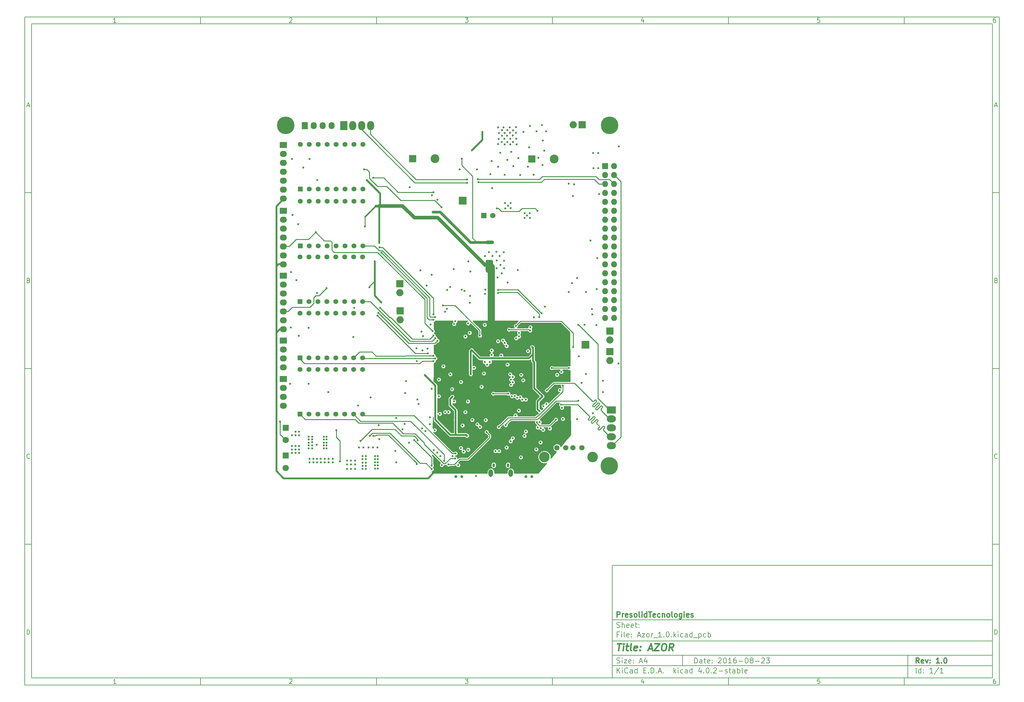
<source format=gbr>
G04 #@! TF.FileFunction,Copper,L2,Inr,Plane*
%FSLAX46Y46*%
G04 Gerber Fmt 4.6, Leading zero omitted, Abs format (unit mm)*
G04 Created by KiCad (PCBNEW 4.0.2-stable) date 05/09/2016 12:27:46*
%MOMM*%
G01*
G04 APERTURE LIST*
%ADD10C,0.150000*%
%ADD11C,0.300000*%
%ADD12C,0.400000*%
%ADD13R,1.800000X1.800000*%
%ADD14C,1.800000*%
%ADD15O,0.711200X1.050000*%
%ADD16O,1.300000X2.150000*%
%ADD17C,1.397000*%
%ADD18R,1.397000X1.397000*%
%ADD19R,1.998980X1.998980*%
%ADD20C,2.499360*%
%ADD21R,1.524000X1.524000*%
%ADD22C,1.524000*%
%ADD23C,5.001260*%
%ADD24C,0.800000*%
%ADD25R,1.727200X1.727200*%
%ADD26O,1.727200X1.727200*%
%ADD27R,2.032000X1.727200*%
%ADD28O,2.032000X1.727200*%
%ADD29C,1.501140*%
%ADD30C,2.999740*%
%ADD31R,2.235200X2.235200*%
%ADD32R,2.032000X2.032000*%
%ADD33O,2.032000X2.032000*%
%ADD34R,1.727200X2.032000*%
%ADD35O,1.727200X2.032000*%
%ADD36R,2.000000X2.600000*%
%ADD37O,2.000000X2.600000*%
%ADD38R,2.600000X2.000000*%
%ADD39O,2.600000X2.000000*%
%ADD40C,0.599440*%
%ADD41C,0.254000*%
%ADD42C,0.762000*%
%ADD43C,0.445500*%
%ADD44C,0.508000*%
%ADD45C,1.016000*%
%ADD46C,2.032000*%
%ADD47C,0.381000*%
G04 APERTURE END LIST*
D10*
X177002200Y-166007200D02*
X177002200Y-198007200D01*
X285002200Y-198007200D01*
X285002200Y-166007200D01*
X177002200Y-166007200D01*
X10000000Y-10000000D02*
X10000000Y-200007200D01*
X287002200Y-200007200D01*
X287002200Y-10000000D01*
X10000000Y-10000000D01*
X12000000Y-12000000D02*
X12000000Y-198007200D01*
X285002200Y-198007200D01*
X285002200Y-12000000D01*
X12000000Y-12000000D01*
X60000000Y-12000000D02*
X60000000Y-10000000D01*
X110000000Y-12000000D02*
X110000000Y-10000000D01*
X160000000Y-12000000D02*
X160000000Y-10000000D01*
X210000000Y-12000000D02*
X210000000Y-10000000D01*
X260000000Y-12000000D02*
X260000000Y-10000000D01*
X35990476Y-11588095D02*
X35247619Y-11588095D01*
X35619048Y-11588095D02*
X35619048Y-10288095D01*
X35495238Y-10473810D01*
X35371429Y-10597619D01*
X35247619Y-10659524D01*
X85247619Y-10411905D02*
X85309524Y-10350000D01*
X85433333Y-10288095D01*
X85742857Y-10288095D01*
X85866667Y-10350000D01*
X85928571Y-10411905D01*
X85990476Y-10535714D01*
X85990476Y-10659524D01*
X85928571Y-10845238D01*
X85185714Y-11588095D01*
X85990476Y-11588095D01*
X135185714Y-10288095D02*
X135990476Y-10288095D01*
X135557143Y-10783333D01*
X135742857Y-10783333D01*
X135866667Y-10845238D01*
X135928571Y-10907143D01*
X135990476Y-11030952D01*
X135990476Y-11340476D01*
X135928571Y-11464286D01*
X135866667Y-11526190D01*
X135742857Y-11588095D01*
X135371429Y-11588095D01*
X135247619Y-11526190D01*
X135185714Y-11464286D01*
X185866667Y-10721429D02*
X185866667Y-11588095D01*
X185557143Y-10226190D02*
X185247619Y-11154762D01*
X186052381Y-11154762D01*
X235928571Y-10288095D02*
X235309524Y-10288095D01*
X235247619Y-10907143D01*
X235309524Y-10845238D01*
X235433333Y-10783333D01*
X235742857Y-10783333D01*
X235866667Y-10845238D01*
X235928571Y-10907143D01*
X235990476Y-11030952D01*
X235990476Y-11340476D01*
X235928571Y-11464286D01*
X235866667Y-11526190D01*
X235742857Y-11588095D01*
X235433333Y-11588095D01*
X235309524Y-11526190D01*
X235247619Y-11464286D01*
X285866667Y-10288095D02*
X285619048Y-10288095D01*
X285495238Y-10350000D01*
X285433333Y-10411905D01*
X285309524Y-10597619D01*
X285247619Y-10845238D01*
X285247619Y-11340476D01*
X285309524Y-11464286D01*
X285371429Y-11526190D01*
X285495238Y-11588095D01*
X285742857Y-11588095D01*
X285866667Y-11526190D01*
X285928571Y-11464286D01*
X285990476Y-11340476D01*
X285990476Y-11030952D01*
X285928571Y-10907143D01*
X285866667Y-10845238D01*
X285742857Y-10783333D01*
X285495238Y-10783333D01*
X285371429Y-10845238D01*
X285309524Y-10907143D01*
X285247619Y-11030952D01*
X60000000Y-198007200D02*
X60000000Y-200007200D01*
X110000000Y-198007200D02*
X110000000Y-200007200D01*
X160000000Y-198007200D02*
X160000000Y-200007200D01*
X210000000Y-198007200D02*
X210000000Y-200007200D01*
X260000000Y-198007200D02*
X260000000Y-200007200D01*
X35990476Y-199595295D02*
X35247619Y-199595295D01*
X35619048Y-199595295D02*
X35619048Y-198295295D01*
X35495238Y-198481010D01*
X35371429Y-198604819D01*
X35247619Y-198666724D01*
X85247619Y-198419105D02*
X85309524Y-198357200D01*
X85433333Y-198295295D01*
X85742857Y-198295295D01*
X85866667Y-198357200D01*
X85928571Y-198419105D01*
X85990476Y-198542914D01*
X85990476Y-198666724D01*
X85928571Y-198852438D01*
X85185714Y-199595295D01*
X85990476Y-199595295D01*
X135185714Y-198295295D02*
X135990476Y-198295295D01*
X135557143Y-198790533D01*
X135742857Y-198790533D01*
X135866667Y-198852438D01*
X135928571Y-198914343D01*
X135990476Y-199038152D01*
X135990476Y-199347676D01*
X135928571Y-199471486D01*
X135866667Y-199533390D01*
X135742857Y-199595295D01*
X135371429Y-199595295D01*
X135247619Y-199533390D01*
X135185714Y-199471486D01*
X185866667Y-198728629D02*
X185866667Y-199595295D01*
X185557143Y-198233390D02*
X185247619Y-199161962D01*
X186052381Y-199161962D01*
X235928571Y-198295295D02*
X235309524Y-198295295D01*
X235247619Y-198914343D01*
X235309524Y-198852438D01*
X235433333Y-198790533D01*
X235742857Y-198790533D01*
X235866667Y-198852438D01*
X235928571Y-198914343D01*
X235990476Y-199038152D01*
X235990476Y-199347676D01*
X235928571Y-199471486D01*
X235866667Y-199533390D01*
X235742857Y-199595295D01*
X235433333Y-199595295D01*
X235309524Y-199533390D01*
X235247619Y-199471486D01*
X285866667Y-198295295D02*
X285619048Y-198295295D01*
X285495238Y-198357200D01*
X285433333Y-198419105D01*
X285309524Y-198604819D01*
X285247619Y-198852438D01*
X285247619Y-199347676D01*
X285309524Y-199471486D01*
X285371429Y-199533390D01*
X285495238Y-199595295D01*
X285742857Y-199595295D01*
X285866667Y-199533390D01*
X285928571Y-199471486D01*
X285990476Y-199347676D01*
X285990476Y-199038152D01*
X285928571Y-198914343D01*
X285866667Y-198852438D01*
X285742857Y-198790533D01*
X285495238Y-198790533D01*
X285371429Y-198852438D01*
X285309524Y-198914343D01*
X285247619Y-199038152D01*
X10000000Y-60000000D02*
X12000000Y-60000000D01*
X10000000Y-110000000D02*
X12000000Y-110000000D01*
X10000000Y-160000000D02*
X12000000Y-160000000D01*
X10690476Y-35216667D02*
X11309524Y-35216667D01*
X10566667Y-35588095D02*
X11000000Y-34288095D01*
X11433333Y-35588095D01*
X11092857Y-84907143D02*
X11278571Y-84969048D01*
X11340476Y-85030952D01*
X11402381Y-85154762D01*
X11402381Y-85340476D01*
X11340476Y-85464286D01*
X11278571Y-85526190D01*
X11154762Y-85588095D01*
X10659524Y-85588095D01*
X10659524Y-84288095D01*
X11092857Y-84288095D01*
X11216667Y-84350000D01*
X11278571Y-84411905D01*
X11340476Y-84535714D01*
X11340476Y-84659524D01*
X11278571Y-84783333D01*
X11216667Y-84845238D01*
X11092857Y-84907143D01*
X10659524Y-84907143D01*
X11402381Y-135464286D02*
X11340476Y-135526190D01*
X11154762Y-135588095D01*
X11030952Y-135588095D01*
X10845238Y-135526190D01*
X10721429Y-135402381D01*
X10659524Y-135278571D01*
X10597619Y-135030952D01*
X10597619Y-134845238D01*
X10659524Y-134597619D01*
X10721429Y-134473810D01*
X10845238Y-134350000D01*
X11030952Y-134288095D01*
X11154762Y-134288095D01*
X11340476Y-134350000D01*
X11402381Y-134411905D01*
X10659524Y-185588095D02*
X10659524Y-184288095D01*
X10969048Y-184288095D01*
X11154762Y-184350000D01*
X11278571Y-184473810D01*
X11340476Y-184597619D01*
X11402381Y-184845238D01*
X11402381Y-185030952D01*
X11340476Y-185278571D01*
X11278571Y-185402381D01*
X11154762Y-185526190D01*
X10969048Y-185588095D01*
X10659524Y-185588095D01*
X287002200Y-60000000D02*
X285002200Y-60000000D01*
X287002200Y-110000000D02*
X285002200Y-110000000D01*
X287002200Y-160000000D02*
X285002200Y-160000000D01*
X285692676Y-35216667D02*
X286311724Y-35216667D01*
X285568867Y-35588095D02*
X286002200Y-34288095D01*
X286435533Y-35588095D01*
X286095057Y-84907143D02*
X286280771Y-84969048D01*
X286342676Y-85030952D01*
X286404581Y-85154762D01*
X286404581Y-85340476D01*
X286342676Y-85464286D01*
X286280771Y-85526190D01*
X286156962Y-85588095D01*
X285661724Y-85588095D01*
X285661724Y-84288095D01*
X286095057Y-84288095D01*
X286218867Y-84350000D01*
X286280771Y-84411905D01*
X286342676Y-84535714D01*
X286342676Y-84659524D01*
X286280771Y-84783333D01*
X286218867Y-84845238D01*
X286095057Y-84907143D01*
X285661724Y-84907143D01*
X286404581Y-135464286D02*
X286342676Y-135526190D01*
X286156962Y-135588095D01*
X286033152Y-135588095D01*
X285847438Y-135526190D01*
X285723629Y-135402381D01*
X285661724Y-135278571D01*
X285599819Y-135030952D01*
X285599819Y-134845238D01*
X285661724Y-134597619D01*
X285723629Y-134473810D01*
X285847438Y-134350000D01*
X286033152Y-134288095D01*
X286156962Y-134288095D01*
X286342676Y-134350000D01*
X286404581Y-134411905D01*
X285661724Y-185588095D02*
X285661724Y-184288095D01*
X285971248Y-184288095D01*
X286156962Y-184350000D01*
X286280771Y-184473810D01*
X286342676Y-184597619D01*
X286404581Y-184845238D01*
X286404581Y-185030952D01*
X286342676Y-185278571D01*
X286280771Y-185402381D01*
X286156962Y-185526190D01*
X285971248Y-185588095D01*
X285661724Y-185588095D01*
X200359343Y-193785771D02*
X200359343Y-192285771D01*
X200716486Y-192285771D01*
X200930771Y-192357200D01*
X201073629Y-192500057D01*
X201145057Y-192642914D01*
X201216486Y-192928629D01*
X201216486Y-193142914D01*
X201145057Y-193428629D01*
X201073629Y-193571486D01*
X200930771Y-193714343D01*
X200716486Y-193785771D01*
X200359343Y-193785771D01*
X202502200Y-193785771D02*
X202502200Y-193000057D01*
X202430771Y-192857200D01*
X202287914Y-192785771D01*
X202002200Y-192785771D01*
X201859343Y-192857200D01*
X202502200Y-193714343D02*
X202359343Y-193785771D01*
X202002200Y-193785771D01*
X201859343Y-193714343D01*
X201787914Y-193571486D01*
X201787914Y-193428629D01*
X201859343Y-193285771D01*
X202002200Y-193214343D01*
X202359343Y-193214343D01*
X202502200Y-193142914D01*
X203002200Y-192785771D02*
X203573629Y-192785771D01*
X203216486Y-192285771D02*
X203216486Y-193571486D01*
X203287914Y-193714343D01*
X203430772Y-193785771D01*
X203573629Y-193785771D01*
X204645057Y-193714343D02*
X204502200Y-193785771D01*
X204216486Y-193785771D01*
X204073629Y-193714343D01*
X204002200Y-193571486D01*
X204002200Y-193000057D01*
X204073629Y-192857200D01*
X204216486Y-192785771D01*
X204502200Y-192785771D01*
X204645057Y-192857200D01*
X204716486Y-193000057D01*
X204716486Y-193142914D01*
X204002200Y-193285771D01*
X205359343Y-193642914D02*
X205430771Y-193714343D01*
X205359343Y-193785771D01*
X205287914Y-193714343D01*
X205359343Y-193642914D01*
X205359343Y-193785771D01*
X205359343Y-192857200D02*
X205430771Y-192928629D01*
X205359343Y-193000057D01*
X205287914Y-192928629D01*
X205359343Y-192857200D01*
X205359343Y-193000057D01*
X207145057Y-192428629D02*
X207216486Y-192357200D01*
X207359343Y-192285771D01*
X207716486Y-192285771D01*
X207859343Y-192357200D01*
X207930772Y-192428629D01*
X208002200Y-192571486D01*
X208002200Y-192714343D01*
X207930772Y-192928629D01*
X207073629Y-193785771D01*
X208002200Y-193785771D01*
X208930771Y-192285771D02*
X209073628Y-192285771D01*
X209216485Y-192357200D01*
X209287914Y-192428629D01*
X209359343Y-192571486D01*
X209430771Y-192857200D01*
X209430771Y-193214343D01*
X209359343Y-193500057D01*
X209287914Y-193642914D01*
X209216485Y-193714343D01*
X209073628Y-193785771D01*
X208930771Y-193785771D01*
X208787914Y-193714343D01*
X208716485Y-193642914D01*
X208645057Y-193500057D01*
X208573628Y-193214343D01*
X208573628Y-192857200D01*
X208645057Y-192571486D01*
X208716485Y-192428629D01*
X208787914Y-192357200D01*
X208930771Y-192285771D01*
X210859342Y-193785771D02*
X210002199Y-193785771D01*
X210430771Y-193785771D02*
X210430771Y-192285771D01*
X210287914Y-192500057D01*
X210145056Y-192642914D01*
X210002199Y-192714343D01*
X212145056Y-192285771D02*
X211859342Y-192285771D01*
X211716485Y-192357200D01*
X211645056Y-192428629D01*
X211502199Y-192642914D01*
X211430770Y-192928629D01*
X211430770Y-193500057D01*
X211502199Y-193642914D01*
X211573627Y-193714343D01*
X211716485Y-193785771D01*
X212002199Y-193785771D01*
X212145056Y-193714343D01*
X212216485Y-193642914D01*
X212287913Y-193500057D01*
X212287913Y-193142914D01*
X212216485Y-193000057D01*
X212145056Y-192928629D01*
X212002199Y-192857200D01*
X211716485Y-192857200D01*
X211573627Y-192928629D01*
X211502199Y-193000057D01*
X211430770Y-193142914D01*
X212930770Y-193214343D02*
X214073627Y-193214343D01*
X215073627Y-192285771D02*
X215216484Y-192285771D01*
X215359341Y-192357200D01*
X215430770Y-192428629D01*
X215502199Y-192571486D01*
X215573627Y-192857200D01*
X215573627Y-193214343D01*
X215502199Y-193500057D01*
X215430770Y-193642914D01*
X215359341Y-193714343D01*
X215216484Y-193785771D01*
X215073627Y-193785771D01*
X214930770Y-193714343D01*
X214859341Y-193642914D01*
X214787913Y-193500057D01*
X214716484Y-193214343D01*
X214716484Y-192857200D01*
X214787913Y-192571486D01*
X214859341Y-192428629D01*
X214930770Y-192357200D01*
X215073627Y-192285771D01*
X216430770Y-192928629D02*
X216287912Y-192857200D01*
X216216484Y-192785771D01*
X216145055Y-192642914D01*
X216145055Y-192571486D01*
X216216484Y-192428629D01*
X216287912Y-192357200D01*
X216430770Y-192285771D01*
X216716484Y-192285771D01*
X216859341Y-192357200D01*
X216930770Y-192428629D01*
X217002198Y-192571486D01*
X217002198Y-192642914D01*
X216930770Y-192785771D01*
X216859341Y-192857200D01*
X216716484Y-192928629D01*
X216430770Y-192928629D01*
X216287912Y-193000057D01*
X216216484Y-193071486D01*
X216145055Y-193214343D01*
X216145055Y-193500057D01*
X216216484Y-193642914D01*
X216287912Y-193714343D01*
X216430770Y-193785771D01*
X216716484Y-193785771D01*
X216859341Y-193714343D01*
X216930770Y-193642914D01*
X217002198Y-193500057D01*
X217002198Y-193214343D01*
X216930770Y-193071486D01*
X216859341Y-193000057D01*
X216716484Y-192928629D01*
X217645055Y-193214343D02*
X218787912Y-193214343D01*
X219430769Y-192428629D02*
X219502198Y-192357200D01*
X219645055Y-192285771D01*
X220002198Y-192285771D01*
X220145055Y-192357200D01*
X220216484Y-192428629D01*
X220287912Y-192571486D01*
X220287912Y-192714343D01*
X220216484Y-192928629D01*
X219359341Y-193785771D01*
X220287912Y-193785771D01*
X220787912Y-192285771D02*
X221716483Y-192285771D01*
X221216483Y-192857200D01*
X221430769Y-192857200D01*
X221573626Y-192928629D01*
X221645055Y-193000057D01*
X221716483Y-193142914D01*
X221716483Y-193500057D01*
X221645055Y-193642914D01*
X221573626Y-193714343D01*
X221430769Y-193785771D01*
X221002197Y-193785771D01*
X220859340Y-193714343D01*
X220787912Y-193642914D01*
X177002200Y-194507200D02*
X285002200Y-194507200D01*
X178359343Y-196585771D02*
X178359343Y-195085771D01*
X179216486Y-196585771D02*
X178573629Y-195728629D01*
X179216486Y-195085771D02*
X178359343Y-195942914D01*
X179859343Y-196585771D02*
X179859343Y-195585771D01*
X179859343Y-195085771D02*
X179787914Y-195157200D01*
X179859343Y-195228629D01*
X179930771Y-195157200D01*
X179859343Y-195085771D01*
X179859343Y-195228629D01*
X181430772Y-196442914D02*
X181359343Y-196514343D01*
X181145057Y-196585771D01*
X181002200Y-196585771D01*
X180787915Y-196514343D01*
X180645057Y-196371486D01*
X180573629Y-196228629D01*
X180502200Y-195942914D01*
X180502200Y-195728629D01*
X180573629Y-195442914D01*
X180645057Y-195300057D01*
X180787915Y-195157200D01*
X181002200Y-195085771D01*
X181145057Y-195085771D01*
X181359343Y-195157200D01*
X181430772Y-195228629D01*
X182716486Y-196585771D02*
X182716486Y-195800057D01*
X182645057Y-195657200D01*
X182502200Y-195585771D01*
X182216486Y-195585771D01*
X182073629Y-195657200D01*
X182716486Y-196514343D02*
X182573629Y-196585771D01*
X182216486Y-196585771D01*
X182073629Y-196514343D01*
X182002200Y-196371486D01*
X182002200Y-196228629D01*
X182073629Y-196085771D01*
X182216486Y-196014343D01*
X182573629Y-196014343D01*
X182716486Y-195942914D01*
X184073629Y-196585771D02*
X184073629Y-195085771D01*
X184073629Y-196514343D02*
X183930772Y-196585771D01*
X183645058Y-196585771D01*
X183502200Y-196514343D01*
X183430772Y-196442914D01*
X183359343Y-196300057D01*
X183359343Y-195871486D01*
X183430772Y-195728629D01*
X183502200Y-195657200D01*
X183645058Y-195585771D01*
X183930772Y-195585771D01*
X184073629Y-195657200D01*
X185930772Y-195800057D02*
X186430772Y-195800057D01*
X186645058Y-196585771D02*
X185930772Y-196585771D01*
X185930772Y-195085771D01*
X186645058Y-195085771D01*
X187287915Y-196442914D02*
X187359343Y-196514343D01*
X187287915Y-196585771D01*
X187216486Y-196514343D01*
X187287915Y-196442914D01*
X187287915Y-196585771D01*
X188002201Y-196585771D02*
X188002201Y-195085771D01*
X188359344Y-195085771D01*
X188573629Y-195157200D01*
X188716487Y-195300057D01*
X188787915Y-195442914D01*
X188859344Y-195728629D01*
X188859344Y-195942914D01*
X188787915Y-196228629D01*
X188716487Y-196371486D01*
X188573629Y-196514343D01*
X188359344Y-196585771D01*
X188002201Y-196585771D01*
X189502201Y-196442914D02*
X189573629Y-196514343D01*
X189502201Y-196585771D01*
X189430772Y-196514343D01*
X189502201Y-196442914D01*
X189502201Y-196585771D01*
X190145058Y-196157200D02*
X190859344Y-196157200D01*
X190002201Y-196585771D02*
X190502201Y-195085771D01*
X191002201Y-196585771D01*
X191502201Y-196442914D02*
X191573629Y-196514343D01*
X191502201Y-196585771D01*
X191430772Y-196514343D01*
X191502201Y-196442914D01*
X191502201Y-196585771D01*
X194502201Y-196585771D02*
X194502201Y-195085771D01*
X194645058Y-196014343D02*
X195073629Y-196585771D01*
X195073629Y-195585771D02*
X194502201Y-196157200D01*
X195716487Y-196585771D02*
X195716487Y-195585771D01*
X195716487Y-195085771D02*
X195645058Y-195157200D01*
X195716487Y-195228629D01*
X195787915Y-195157200D01*
X195716487Y-195085771D01*
X195716487Y-195228629D01*
X197073630Y-196514343D02*
X196930773Y-196585771D01*
X196645059Y-196585771D01*
X196502201Y-196514343D01*
X196430773Y-196442914D01*
X196359344Y-196300057D01*
X196359344Y-195871486D01*
X196430773Y-195728629D01*
X196502201Y-195657200D01*
X196645059Y-195585771D01*
X196930773Y-195585771D01*
X197073630Y-195657200D01*
X198359344Y-196585771D02*
X198359344Y-195800057D01*
X198287915Y-195657200D01*
X198145058Y-195585771D01*
X197859344Y-195585771D01*
X197716487Y-195657200D01*
X198359344Y-196514343D02*
X198216487Y-196585771D01*
X197859344Y-196585771D01*
X197716487Y-196514343D01*
X197645058Y-196371486D01*
X197645058Y-196228629D01*
X197716487Y-196085771D01*
X197859344Y-196014343D01*
X198216487Y-196014343D01*
X198359344Y-195942914D01*
X199716487Y-196585771D02*
X199716487Y-195085771D01*
X199716487Y-196514343D02*
X199573630Y-196585771D01*
X199287916Y-196585771D01*
X199145058Y-196514343D01*
X199073630Y-196442914D01*
X199002201Y-196300057D01*
X199002201Y-195871486D01*
X199073630Y-195728629D01*
X199145058Y-195657200D01*
X199287916Y-195585771D01*
X199573630Y-195585771D01*
X199716487Y-195657200D01*
X202216487Y-195585771D02*
X202216487Y-196585771D01*
X201859344Y-195014343D02*
X201502201Y-196085771D01*
X202430773Y-196085771D01*
X203002201Y-196442914D02*
X203073629Y-196514343D01*
X203002201Y-196585771D01*
X202930772Y-196514343D01*
X203002201Y-196442914D01*
X203002201Y-196585771D01*
X204002201Y-195085771D02*
X204145058Y-195085771D01*
X204287915Y-195157200D01*
X204359344Y-195228629D01*
X204430773Y-195371486D01*
X204502201Y-195657200D01*
X204502201Y-196014343D01*
X204430773Y-196300057D01*
X204359344Y-196442914D01*
X204287915Y-196514343D01*
X204145058Y-196585771D01*
X204002201Y-196585771D01*
X203859344Y-196514343D01*
X203787915Y-196442914D01*
X203716487Y-196300057D01*
X203645058Y-196014343D01*
X203645058Y-195657200D01*
X203716487Y-195371486D01*
X203787915Y-195228629D01*
X203859344Y-195157200D01*
X204002201Y-195085771D01*
X205145058Y-196442914D02*
X205216486Y-196514343D01*
X205145058Y-196585771D01*
X205073629Y-196514343D01*
X205145058Y-196442914D01*
X205145058Y-196585771D01*
X205787915Y-195228629D02*
X205859344Y-195157200D01*
X206002201Y-195085771D01*
X206359344Y-195085771D01*
X206502201Y-195157200D01*
X206573630Y-195228629D01*
X206645058Y-195371486D01*
X206645058Y-195514343D01*
X206573630Y-195728629D01*
X205716487Y-196585771D01*
X206645058Y-196585771D01*
X207287915Y-196014343D02*
X208430772Y-196014343D01*
X209073629Y-196514343D02*
X209216486Y-196585771D01*
X209502201Y-196585771D01*
X209645058Y-196514343D01*
X209716486Y-196371486D01*
X209716486Y-196300057D01*
X209645058Y-196157200D01*
X209502201Y-196085771D01*
X209287915Y-196085771D01*
X209145058Y-196014343D01*
X209073629Y-195871486D01*
X209073629Y-195800057D01*
X209145058Y-195657200D01*
X209287915Y-195585771D01*
X209502201Y-195585771D01*
X209645058Y-195657200D01*
X210145058Y-195585771D02*
X210716487Y-195585771D01*
X210359344Y-195085771D02*
X210359344Y-196371486D01*
X210430772Y-196514343D01*
X210573630Y-196585771D01*
X210716487Y-196585771D01*
X211859344Y-196585771D02*
X211859344Y-195800057D01*
X211787915Y-195657200D01*
X211645058Y-195585771D01*
X211359344Y-195585771D01*
X211216487Y-195657200D01*
X211859344Y-196514343D02*
X211716487Y-196585771D01*
X211359344Y-196585771D01*
X211216487Y-196514343D01*
X211145058Y-196371486D01*
X211145058Y-196228629D01*
X211216487Y-196085771D01*
X211359344Y-196014343D01*
X211716487Y-196014343D01*
X211859344Y-195942914D01*
X212573630Y-196585771D02*
X212573630Y-195085771D01*
X212573630Y-195657200D02*
X212716487Y-195585771D01*
X213002201Y-195585771D01*
X213145058Y-195657200D01*
X213216487Y-195728629D01*
X213287916Y-195871486D01*
X213287916Y-196300057D01*
X213216487Y-196442914D01*
X213145058Y-196514343D01*
X213002201Y-196585771D01*
X212716487Y-196585771D01*
X212573630Y-196514343D01*
X214145059Y-196585771D02*
X214002201Y-196514343D01*
X213930773Y-196371486D01*
X213930773Y-195085771D01*
X215287915Y-196514343D02*
X215145058Y-196585771D01*
X214859344Y-196585771D01*
X214716487Y-196514343D01*
X214645058Y-196371486D01*
X214645058Y-195800057D01*
X214716487Y-195657200D01*
X214859344Y-195585771D01*
X215145058Y-195585771D01*
X215287915Y-195657200D01*
X215359344Y-195800057D01*
X215359344Y-195942914D01*
X214645058Y-196085771D01*
X177002200Y-191507200D02*
X285002200Y-191507200D01*
D11*
X264216486Y-193785771D02*
X263716486Y-193071486D01*
X263359343Y-193785771D02*
X263359343Y-192285771D01*
X263930771Y-192285771D01*
X264073629Y-192357200D01*
X264145057Y-192428629D01*
X264216486Y-192571486D01*
X264216486Y-192785771D01*
X264145057Y-192928629D01*
X264073629Y-193000057D01*
X263930771Y-193071486D01*
X263359343Y-193071486D01*
X265430771Y-193714343D02*
X265287914Y-193785771D01*
X265002200Y-193785771D01*
X264859343Y-193714343D01*
X264787914Y-193571486D01*
X264787914Y-193000057D01*
X264859343Y-192857200D01*
X265002200Y-192785771D01*
X265287914Y-192785771D01*
X265430771Y-192857200D01*
X265502200Y-193000057D01*
X265502200Y-193142914D01*
X264787914Y-193285771D01*
X266002200Y-192785771D02*
X266359343Y-193785771D01*
X266716485Y-192785771D01*
X267287914Y-193642914D02*
X267359342Y-193714343D01*
X267287914Y-193785771D01*
X267216485Y-193714343D01*
X267287914Y-193642914D01*
X267287914Y-193785771D01*
X267287914Y-192857200D02*
X267359342Y-192928629D01*
X267287914Y-193000057D01*
X267216485Y-192928629D01*
X267287914Y-192857200D01*
X267287914Y-193000057D01*
X269930771Y-193785771D02*
X269073628Y-193785771D01*
X269502200Y-193785771D02*
X269502200Y-192285771D01*
X269359343Y-192500057D01*
X269216485Y-192642914D01*
X269073628Y-192714343D01*
X270573628Y-193642914D02*
X270645056Y-193714343D01*
X270573628Y-193785771D01*
X270502199Y-193714343D01*
X270573628Y-193642914D01*
X270573628Y-193785771D01*
X271573628Y-192285771D02*
X271716485Y-192285771D01*
X271859342Y-192357200D01*
X271930771Y-192428629D01*
X272002200Y-192571486D01*
X272073628Y-192857200D01*
X272073628Y-193214343D01*
X272002200Y-193500057D01*
X271930771Y-193642914D01*
X271859342Y-193714343D01*
X271716485Y-193785771D01*
X271573628Y-193785771D01*
X271430771Y-193714343D01*
X271359342Y-193642914D01*
X271287914Y-193500057D01*
X271216485Y-193214343D01*
X271216485Y-192857200D01*
X271287914Y-192571486D01*
X271359342Y-192428629D01*
X271430771Y-192357200D01*
X271573628Y-192285771D01*
D10*
X178287914Y-193714343D02*
X178502200Y-193785771D01*
X178859343Y-193785771D01*
X179002200Y-193714343D01*
X179073629Y-193642914D01*
X179145057Y-193500057D01*
X179145057Y-193357200D01*
X179073629Y-193214343D01*
X179002200Y-193142914D01*
X178859343Y-193071486D01*
X178573629Y-193000057D01*
X178430771Y-192928629D01*
X178359343Y-192857200D01*
X178287914Y-192714343D01*
X178287914Y-192571486D01*
X178359343Y-192428629D01*
X178430771Y-192357200D01*
X178573629Y-192285771D01*
X178930771Y-192285771D01*
X179145057Y-192357200D01*
X179787914Y-193785771D02*
X179787914Y-192785771D01*
X179787914Y-192285771D02*
X179716485Y-192357200D01*
X179787914Y-192428629D01*
X179859342Y-192357200D01*
X179787914Y-192285771D01*
X179787914Y-192428629D01*
X180359343Y-192785771D02*
X181145057Y-192785771D01*
X180359343Y-193785771D01*
X181145057Y-193785771D01*
X182287914Y-193714343D02*
X182145057Y-193785771D01*
X181859343Y-193785771D01*
X181716486Y-193714343D01*
X181645057Y-193571486D01*
X181645057Y-193000057D01*
X181716486Y-192857200D01*
X181859343Y-192785771D01*
X182145057Y-192785771D01*
X182287914Y-192857200D01*
X182359343Y-193000057D01*
X182359343Y-193142914D01*
X181645057Y-193285771D01*
X183002200Y-193642914D02*
X183073628Y-193714343D01*
X183002200Y-193785771D01*
X182930771Y-193714343D01*
X183002200Y-193642914D01*
X183002200Y-193785771D01*
X183002200Y-192857200D02*
X183073628Y-192928629D01*
X183002200Y-193000057D01*
X182930771Y-192928629D01*
X183002200Y-192857200D01*
X183002200Y-193000057D01*
X184787914Y-193357200D02*
X185502200Y-193357200D01*
X184645057Y-193785771D02*
X185145057Y-192285771D01*
X185645057Y-193785771D01*
X186787914Y-192785771D02*
X186787914Y-193785771D01*
X186430771Y-192214343D02*
X186073628Y-193285771D01*
X187002200Y-193285771D01*
X263359343Y-196585771D02*
X263359343Y-195085771D01*
X264716486Y-196585771D02*
X264716486Y-195085771D01*
X264716486Y-196514343D02*
X264573629Y-196585771D01*
X264287915Y-196585771D01*
X264145057Y-196514343D01*
X264073629Y-196442914D01*
X264002200Y-196300057D01*
X264002200Y-195871486D01*
X264073629Y-195728629D01*
X264145057Y-195657200D01*
X264287915Y-195585771D01*
X264573629Y-195585771D01*
X264716486Y-195657200D01*
X265430772Y-196442914D02*
X265502200Y-196514343D01*
X265430772Y-196585771D01*
X265359343Y-196514343D01*
X265430772Y-196442914D01*
X265430772Y-196585771D01*
X265430772Y-195657200D02*
X265502200Y-195728629D01*
X265430772Y-195800057D01*
X265359343Y-195728629D01*
X265430772Y-195657200D01*
X265430772Y-195800057D01*
X268073629Y-196585771D02*
X267216486Y-196585771D01*
X267645058Y-196585771D02*
X267645058Y-195085771D01*
X267502201Y-195300057D01*
X267359343Y-195442914D01*
X267216486Y-195514343D01*
X269787914Y-195014343D02*
X268502200Y-196942914D01*
X271073629Y-196585771D02*
X270216486Y-196585771D01*
X270645058Y-196585771D02*
X270645058Y-195085771D01*
X270502201Y-195300057D01*
X270359343Y-195442914D01*
X270216486Y-195514343D01*
X177002200Y-187507200D02*
X285002200Y-187507200D01*
D12*
X178454581Y-188211962D02*
X179597438Y-188211962D01*
X178776010Y-190211962D02*
X179026010Y-188211962D01*
X180014105Y-190211962D02*
X180180771Y-188878629D01*
X180264105Y-188211962D02*
X180156962Y-188307200D01*
X180240295Y-188402438D01*
X180347439Y-188307200D01*
X180264105Y-188211962D01*
X180240295Y-188402438D01*
X180847438Y-188878629D02*
X181609343Y-188878629D01*
X181216486Y-188211962D02*
X181002200Y-189926248D01*
X181073630Y-190116724D01*
X181252201Y-190211962D01*
X181442677Y-190211962D01*
X182395058Y-190211962D02*
X182216487Y-190116724D01*
X182145057Y-189926248D01*
X182359343Y-188211962D01*
X183930772Y-190116724D02*
X183728391Y-190211962D01*
X183347439Y-190211962D01*
X183168867Y-190116724D01*
X183097438Y-189926248D01*
X183192676Y-189164343D01*
X183311724Y-188973867D01*
X183514105Y-188878629D01*
X183895057Y-188878629D01*
X184073629Y-188973867D01*
X184145057Y-189164343D01*
X184121248Y-189354819D01*
X183145057Y-189545295D01*
X184895057Y-190021486D02*
X184978392Y-190116724D01*
X184871248Y-190211962D01*
X184787915Y-190116724D01*
X184895057Y-190021486D01*
X184871248Y-190211962D01*
X185026010Y-188973867D02*
X185109344Y-189069105D01*
X185002200Y-189164343D01*
X184918867Y-189069105D01*
X185026010Y-188973867D01*
X185002200Y-189164343D01*
X187323629Y-189640533D02*
X188276010Y-189640533D01*
X187061725Y-190211962D02*
X187978392Y-188211962D01*
X188395059Y-190211962D01*
X189121249Y-188211962D02*
X190454583Y-188211962D01*
X188871249Y-190211962D01*
X190204583Y-190211962D01*
X191597440Y-188211962D02*
X191978392Y-188211962D01*
X192156963Y-188307200D01*
X192323631Y-188497676D01*
X192371249Y-188878629D01*
X192287916Y-189545295D01*
X192145059Y-189926248D01*
X191930773Y-190116724D01*
X191728392Y-190211962D01*
X191347440Y-190211962D01*
X191168869Y-190116724D01*
X191002201Y-189926248D01*
X190954582Y-189545295D01*
X191037915Y-188878629D01*
X191180773Y-188497676D01*
X191395059Y-188307200D01*
X191597440Y-188211962D01*
X194204583Y-190211962D02*
X193656963Y-189259581D01*
X193061725Y-190211962D02*
X193311725Y-188211962D01*
X194073630Y-188211962D01*
X194252201Y-188307200D01*
X194335535Y-188402438D01*
X194406964Y-188592914D01*
X194371249Y-188878629D01*
X194252202Y-189069105D01*
X194145058Y-189164343D01*
X193942677Y-189259581D01*
X193180772Y-189259581D01*
D10*
X178859343Y-185600057D02*
X178359343Y-185600057D01*
X178359343Y-186385771D02*
X178359343Y-184885771D01*
X179073629Y-184885771D01*
X179645057Y-186385771D02*
X179645057Y-185385771D01*
X179645057Y-184885771D02*
X179573628Y-184957200D01*
X179645057Y-185028629D01*
X179716485Y-184957200D01*
X179645057Y-184885771D01*
X179645057Y-185028629D01*
X180573629Y-186385771D02*
X180430771Y-186314343D01*
X180359343Y-186171486D01*
X180359343Y-184885771D01*
X181716485Y-186314343D02*
X181573628Y-186385771D01*
X181287914Y-186385771D01*
X181145057Y-186314343D01*
X181073628Y-186171486D01*
X181073628Y-185600057D01*
X181145057Y-185457200D01*
X181287914Y-185385771D01*
X181573628Y-185385771D01*
X181716485Y-185457200D01*
X181787914Y-185600057D01*
X181787914Y-185742914D01*
X181073628Y-185885771D01*
X182430771Y-186242914D02*
X182502199Y-186314343D01*
X182430771Y-186385771D01*
X182359342Y-186314343D01*
X182430771Y-186242914D01*
X182430771Y-186385771D01*
X182430771Y-185457200D02*
X182502199Y-185528629D01*
X182430771Y-185600057D01*
X182359342Y-185528629D01*
X182430771Y-185457200D01*
X182430771Y-185600057D01*
X184216485Y-185957200D02*
X184930771Y-185957200D01*
X184073628Y-186385771D02*
X184573628Y-184885771D01*
X185073628Y-186385771D01*
X185430771Y-185385771D02*
X186216485Y-185385771D01*
X185430771Y-186385771D01*
X186216485Y-186385771D01*
X187002200Y-186385771D02*
X186859342Y-186314343D01*
X186787914Y-186242914D01*
X186716485Y-186100057D01*
X186716485Y-185671486D01*
X186787914Y-185528629D01*
X186859342Y-185457200D01*
X187002200Y-185385771D01*
X187216485Y-185385771D01*
X187359342Y-185457200D01*
X187430771Y-185528629D01*
X187502200Y-185671486D01*
X187502200Y-186100057D01*
X187430771Y-186242914D01*
X187359342Y-186314343D01*
X187216485Y-186385771D01*
X187002200Y-186385771D01*
X188145057Y-186385771D02*
X188145057Y-185385771D01*
X188145057Y-185671486D02*
X188216485Y-185528629D01*
X188287914Y-185457200D01*
X188430771Y-185385771D01*
X188573628Y-185385771D01*
X188716485Y-186528629D02*
X189859342Y-186528629D01*
X191002199Y-186385771D02*
X190145056Y-186385771D01*
X190573628Y-186385771D02*
X190573628Y-184885771D01*
X190430771Y-185100057D01*
X190287913Y-185242914D01*
X190145056Y-185314343D01*
X191645056Y-186242914D02*
X191716484Y-186314343D01*
X191645056Y-186385771D01*
X191573627Y-186314343D01*
X191645056Y-186242914D01*
X191645056Y-186385771D01*
X192645056Y-184885771D02*
X192787913Y-184885771D01*
X192930770Y-184957200D01*
X193002199Y-185028629D01*
X193073628Y-185171486D01*
X193145056Y-185457200D01*
X193145056Y-185814343D01*
X193073628Y-186100057D01*
X193002199Y-186242914D01*
X192930770Y-186314343D01*
X192787913Y-186385771D01*
X192645056Y-186385771D01*
X192502199Y-186314343D01*
X192430770Y-186242914D01*
X192359342Y-186100057D01*
X192287913Y-185814343D01*
X192287913Y-185457200D01*
X192359342Y-185171486D01*
X192430770Y-185028629D01*
X192502199Y-184957200D01*
X192645056Y-184885771D01*
X193787913Y-186242914D02*
X193859341Y-186314343D01*
X193787913Y-186385771D01*
X193716484Y-186314343D01*
X193787913Y-186242914D01*
X193787913Y-186385771D01*
X194502199Y-186385771D02*
X194502199Y-184885771D01*
X194645056Y-185814343D02*
X195073627Y-186385771D01*
X195073627Y-185385771D02*
X194502199Y-185957200D01*
X195716485Y-186385771D02*
X195716485Y-185385771D01*
X195716485Y-184885771D02*
X195645056Y-184957200D01*
X195716485Y-185028629D01*
X195787913Y-184957200D01*
X195716485Y-184885771D01*
X195716485Y-185028629D01*
X197073628Y-186314343D02*
X196930771Y-186385771D01*
X196645057Y-186385771D01*
X196502199Y-186314343D01*
X196430771Y-186242914D01*
X196359342Y-186100057D01*
X196359342Y-185671486D01*
X196430771Y-185528629D01*
X196502199Y-185457200D01*
X196645057Y-185385771D01*
X196930771Y-185385771D01*
X197073628Y-185457200D01*
X198359342Y-186385771D02*
X198359342Y-185600057D01*
X198287913Y-185457200D01*
X198145056Y-185385771D01*
X197859342Y-185385771D01*
X197716485Y-185457200D01*
X198359342Y-186314343D02*
X198216485Y-186385771D01*
X197859342Y-186385771D01*
X197716485Y-186314343D01*
X197645056Y-186171486D01*
X197645056Y-186028629D01*
X197716485Y-185885771D01*
X197859342Y-185814343D01*
X198216485Y-185814343D01*
X198359342Y-185742914D01*
X199716485Y-186385771D02*
X199716485Y-184885771D01*
X199716485Y-186314343D02*
X199573628Y-186385771D01*
X199287914Y-186385771D01*
X199145056Y-186314343D01*
X199073628Y-186242914D01*
X199002199Y-186100057D01*
X199002199Y-185671486D01*
X199073628Y-185528629D01*
X199145056Y-185457200D01*
X199287914Y-185385771D01*
X199573628Y-185385771D01*
X199716485Y-185457200D01*
X200073628Y-186528629D02*
X201216485Y-186528629D01*
X201573628Y-185385771D02*
X201573628Y-186885771D01*
X201573628Y-185457200D02*
X201716485Y-185385771D01*
X202002199Y-185385771D01*
X202145056Y-185457200D01*
X202216485Y-185528629D01*
X202287914Y-185671486D01*
X202287914Y-186100057D01*
X202216485Y-186242914D01*
X202145056Y-186314343D01*
X202002199Y-186385771D01*
X201716485Y-186385771D01*
X201573628Y-186314343D01*
X203573628Y-186314343D02*
X203430771Y-186385771D01*
X203145057Y-186385771D01*
X203002199Y-186314343D01*
X202930771Y-186242914D01*
X202859342Y-186100057D01*
X202859342Y-185671486D01*
X202930771Y-185528629D01*
X203002199Y-185457200D01*
X203145057Y-185385771D01*
X203430771Y-185385771D01*
X203573628Y-185457200D01*
X204216485Y-186385771D02*
X204216485Y-184885771D01*
X204216485Y-185457200D02*
X204359342Y-185385771D01*
X204645056Y-185385771D01*
X204787913Y-185457200D01*
X204859342Y-185528629D01*
X204930771Y-185671486D01*
X204930771Y-186100057D01*
X204859342Y-186242914D01*
X204787913Y-186314343D01*
X204645056Y-186385771D01*
X204359342Y-186385771D01*
X204216485Y-186314343D01*
X177002200Y-181507200D02*
X285002200Y-181507200D01*
X178287914Y-183614343D02*
X178502200Y-183685771D01*
X178859343Y-183685771D01*
X179002200Y-183614343D01*
X179073629Y-183542914D01*
X179145057Y-183400057D01*
X179145057Y-183257200D01*
X179073629Y-183114343D01*
X179002200Y-183042914D01*
X178859343Y-182971486D01*
X178573629Y-182900057D01*
X178430771Y-182828629D01*
X178359343Y-182757200D01*
X178287914Y-182614343D01*
X178287914Y-182471486D01*
X178359343Y-182328629D01*
X178430771Y-182257200D01*
X178573629Y-182185771D01*
X178930771Y-182185771D01*
X179145057Y-182257200D01*
X179787914Y-183685771D02*
X179787914Y-182185771D01*
X180430771Y-183685771D02*
X180430771Y-182900057D01*
X180359342Y-182757200D01*
X180216485Y-182685771D01*
X180002200Y-182685771D01*
X179859342Y-182757200D01*
X179787914Y-182828629D01*
X181716485Y-183614343D02*
X181573628Y-183685771D01*
X181287914Y-183685771D01*
X181145057Y-183614343D01*
X181073628Y-183471486D01*
X181073628Y-182900057D01*
X181145057Y-182757200D01*
X181287914Y-182685771D01*
X181573628Y-182685771D01*
X181716485Y-182757200D01*
X181787914Y-182900057D01*
X181787914Y-183042914D01*
X181073628Y-183185771D01*
X183002199Y-183614343D02*
X182859342Y-183685771D01*
X182573628Y-183685771D01*
X182430771Y-183614343D01*
X182359342Y-183471486D01*
X182359342Y-182900057D01*
X182430771Y-182757200D01*
X182573628Y-182685771D01*
X182859342Y-182685771D01*
X183002199Y-182757200D01*
X183073628Y-182900057D01*
X183073628Y-183042914D01*
X182359342Y-183185771D01*
X183502199Y-182685771D02*
X184073628Y-182685771D01*
X183716485Y-182185771D02*
X183716485Y-183471486D01*
X183787913Y-183614343D01*
X183930771Y-183685771D01*
X184073628Y-183685771D01*
X184573628Y-183542914D02*
X184645056Y-183614343D01*
X184573628Y-183685771D01*
X184502199Y-183614343D01*
X184573628Y-183542914D01*
X184573628Y-183685771D01*
X184573628Y-182757200D02*
X184645056Y-182828629D01*
X184573628Y-182900057D01*
X184502199Y-182828629D01*
X184573628Y-182757200D01*
X184573628Y-182900057D01*
D11*
X178359343Y-180685771D02*
X178359343Y-179185771D01*
X178930771Y-179185771D01*
X179073629Y-179257200D01*
X179145057Y-179328629D01*
X179216486Y-179471486D01*
X179216486Y-179685771D01*
X179145057Y-179828629D01*
X179073629Y-179900057D01*
X178930771Y-179971486D01*
X178359343Y-179971486D01*
X179859343Y-180685771D02*
X179859343Y-179685771D01*
X179859343Y-179971486D02*
X179930771Y-179828629D01*
X180002200Y-179757200D01*
X180145057Y-179685771D01*
X180287914Y-179685771D01*
X181359342Y-180614343D02*
X181216485Y-180685771D01*
X180930771Y-180685771D01*
X180787914Y-180614343D01*
X180716485Y-180471486D01*
X180716485Y-179900057D01*
X180787914Y-179757200D01*
X180930771Y-179685771D01*
X181216485Y-179685771D01*
X181359342Y-179757200D01*
X181430771Y-179900057D01*
X181430771Y-180042914D01*
X180716485Y-180185771D01*
X182002199Y-180614343D02*
X182145056Y-180685771D01*
X182430771Y-180685771D01*
X182573628Y-180614343D01*
X182645056Y-180471486D01*
X182645056Y-180400057D01*
X182573628Y-180257200D01*
X182430771Y-180185771D01*
X182216485Y-180185771D01*
X182073628Y-180114343D01*
X182002199Y-179971486D01*
X182002199Y-179900057D01*
X182073628Y-179757200D01*
X182216485Y-179685771D01*
X182430771Y-179685771D01*
X182573628Y-179757200D01*
X183502200Y-180685771D02*
X183359342Y-180614343D01*
X183287914Y-180542914D01*
X183216485Y-180400057D01*
X183216485Y-179971486D01*
X183287914Y-179828629D01*
X183359342Y-179757200D01*
X183502200Y-179685771D01*
X183716485Y-179685771D01*
X183859342Y-179757200D01*
X183930771Y-179828629D01*
X184002200Y-179971486D01*
X184002200Y-180400057D01*
X183930771Y-180542914D01*
X183859342Y-180614343D01*
X183716485Y-180685771D01*
X183502200Y-180685771D01*
X184859343Y-180685771D02*
X184716485Y-180614343D01*
X184645057Y-180471486D01*
X184645057Y-179185771D01*
X185430771Y-180685771D02*
X185430771Y-179685771D01*
X185430771Y-179185771D02*
X185359342Y-179257200D01*
X185430771Y-179328629D01*
X185502199Y-179257200D01*
X185430771Y-179185771D01*
X185430771Y-179328629D01*
X186787914Y-180685771D02*
X186787914Y-179185771D01*
X186787914Y-180614343D02*
X186645057Y-180685771D01*
X186359343Y-180685771D01*
X186216485Y-180614343D01*
X186145057Y-180542914D01*
X186073628Y-180400057D01*
X186073628Y-179971486D01*
X186145057Y-179828629D01*
X186216485Y-179757200D01*
X186359343Y-179685771D01*
X186645057Y-179685771D01*
X186787914Y-179757200D01*
X187287914Y-179185771D02*
X188145057Y-179185771D01*
X187716486Y-180685771D02*
X187716486Y-179185771D01*
X189216485Y-180614343D02*
X189073628Y-180685771D01*
X188787914Y-180685771D01*
X188645057Y-180614343D01*
X188573628Y-180471486D01*
X188573628Y-179900057D01*
X188645057Y-179757200D01*
X188787914Y-179685771D01*
X189073628Y-179685771D01*
X189216485Y-179757200D01*
X189287914Y-179900057D01*
X189287914Y-180042914D01*
X188573628Y-180185771D01*
X190573628Y-180614343D02*
X190430771Y-180685771D01*
X190145057Y-180685771D01*
X190002199Y-180614343D01*
X189930771Y-180542914D01*
X189859342Y-180400057D01*
X189859342Y-179971486D01*
X189930771Y-179828629D01*
X190002199Y-179757200D01*
X190145057Y-179685771D01*
X190430771Y-179685771D01*
X190573628Y-179757200D01*
X191216485Y-179685771D02*
X191216485Y-180685771D01*
X191216485Y-179828629D02*
X191287913Y-179757200D01*
X191430771Y-179685771D01*
X191645056Y-179685771D01*
X191787913Y-179757200D01*
X191859342Y-179900057D01*
X191859342Y-180685771D01*
X192787914Y-180685771D02*
X192645056Y-180614343D01*
X192573628Y-180542914D01*
X192502199Y-180400057D01*
X192502199Y-179971486D01*
X192573628Y-179828629D01*
X192645056Y-179757200D01*
X192787914Y-179685771D01*
X193002199Y-179685771D01*
X193145056Y-179757200D01*
X193216485Y-179828629D01*
X193287914Y-179971486D01*
X193287914Y-180400057D01*
X193216485Y-180542914D01*
X193145056Y-180614343D01*
X193002199Y-180685771D01*
X192787914Y-180685771D01*
X194145057Y-180685771D02*
X194002199Y-180614343D01*
X193930771Y-180471486D01*
X193930771Y-179185771D01*
X194930771Y-180685771D02*
X194787913Y-180614343D01*
X194716485Y-180542914D01*
X194645056Y-180400057D01*
X194645056Y-179971486D01*
X194716485Y-179828629D01*
X194787913Y-179757200D01*
X194930771Y-179685771D01*
X195145056Y-179685771D01*
X195287913Y-179757200D01*
X195359342Y-179828629D01*
X195430771Y-179971486D01*
X195430771Y-180400057D01*
X195359342Y-180542914D01*
X195287913Y-180614343D01*
X195145056Y-180685771D01*
X194930771Y-180685771D01*
X196716485Y-179685771D02*
X196716485Y-180900057D01*
X196645056Y-181042914D01*
X196573628Y-181114343D01*
X196430771Y-181185771D01*
X196216485Y-181185771D01*
X196073628Y-181114343D01*
X196716485Y-180614343D02*
X196573628Y-180685771D01*
X196287914Y-180685771D01*
X196145056Y-180614343D01*
X196073628Y-180542914D01*
X196002199Y-180400057D01*
X196002199Y-179971486D01*
X196073628Y-179828629D01*
X196145056Y-179757200D01*
X196287914Y-179685771D01*
X196573628Y-179685771D01*
X196716485Y-179757200D01*
X197430771Y-180685771D02*
X197430771Y-179685771D01*
X197430771Y-179185771D02*
X197359342Y-179257200D01*
X197430771Y-179328629D01*
X197502199Y-179257200D01*
X197430771Y-179185771D01*
X197430771Y-179328629D01*
X198716485Y-180614343D02*
X198573628Y-180685771D01*
X198287914Y-180685771D01*
X198145057Y-180614343D01*
X198073628Y-180471486D01*
X198073628Y-179900057D01*
X198145057Y-179757200D01*
X198287914Y-179685771D01*
X198573628Y-179685771D01*
X198716485Y-179757200D01*
X198787914Y-179900057D01*
X198787914Y-180042914D01*
X198073628Y-180185771D01*
X199359342Y-180614343D02*
X199502199Y-180685771D01*
X199787914Y-180685771D01*
X199930771Y-180614343D01*
X200002199Y-180471486D01*
X200002199Y-180400057D01*
X199930771Y-180257200D01*
X199787914Y-180185771D01*
X199573628Y-180185771D01*
X199430771Y-180114343D01*
X199359342Y-179971486D01*
X199359342Y-179900057D01*
X199430771Y-179757200D01*
X199573628Y-179685771D01*
X199787914Y-179685771D01*
X199930771Y-179757200D01*
D10*
X197002200Y-191507200D02*
X197002200Y-194507200D01*
X261002200Y-191507200D02*
X261002200Y-198007200D01*
D13*
X84180000Y-126830000D03*
D14*
X84180000Y-130330000D03*
D15*
X143275000Y-137490000D03*
D16*
X142475000Y-139770000D03*
X148125000Y-139770000D03*
D15*
X147325000Y-137490000D03*
D17*
X106019600Y-94297500D03*
X103479600Y-94297500D03*
X100939600Y-94297500D03*
X98399600Y-94297500D03*
X95859600Y-94297500D03*
X93319600Y-94297500D03*
X90779600Y-94297500D03*
X88239600Y-94297500D03*
X88239600Y-94297500D03*
X90779600Y-94297500D03*
X93319600Y-94297500D03*
X95859600Y-94297500D03*
X98399600Y-94297500D03*
X100939600Y-94297500D03*
X103479600Y-94297500D03*
X106019600Y-94297500D03*
X106019600Y-106997500D03*
X103479600Y-106997500D03*
X100939600Y-106997500D03*
X98399600Y-106997500D03*
X95859600Y-106997500D03*
X93319600Y-106997500D03*
X90779600Y-106997500D03*
D18*
X88239600Y-106997500D03*
X88239600Y-106997500D03*
D17*
X90779600Y-106997500D03*
X93319600Y-106997500D03*
X95859600Y-106997500D03*
X98399600Y-106997500D03*
X100939600Y-106997500D03*
X103479600Y-106997500D03*
X106019600Y-106997500D03*
X106019600Y-110299500D03*
X103479600Y-110299500D03*
X100939600Y-110299500D03*
X98399600Y-110299500D03*
X95859600Y-110299500D03*
X93319600Y-110299500D03*
X90779600Y-110299500D03*
X88239600Y-110299500D03*
X88239600Y-110299500D03*
X90779600Y-110299500D03*
X93319600Y-110299500D03*
X95859600Y-110299500D03*
X98399600Y-110299500D03*
X100939600Y-110299500D03*
X103479600Y-110299500D03*
X106019600Y-110299500D03*
X106019600Y-122999500D03*
X103479600Y-122999500D03*
X100939600Y-122999500D03*
X98399600Y-122999500D03*
X95859600Y-122999500D03*
X93319600Y-122999500D03*
X90779600Y-122999500D03*
D18*
X88239600Y-122999500D03*
X88239600Y-122999500D03*
D17*
X90779600Y-122999500D03*
X93319600Y-122999500D03*
X95859600Y-122999500D03*
X98399600Y-122999500D03*
X100939600Y-122999500D03*
X103479600Y-122999500D03*
X106019600Y-122999500D03*
X106146600Y-46291500D03*
X103606600Y-46291500D03*
X101066600Y-46291500D03*
X98526600Y-46291500D03*
X95986600Y-46291500D03*
X93446600Y-46291500D03*
X90906600Y-46291500D03*
X88366600Y-46291500D03*
X88366600Y-46291500D03*
X90906600Y-46291500D03*
X93446600Y-46291500D03*
X95986600Y-46291500D03*
X98526600Y-46291500D03*
X101066600Y-46291500D03*
X103606600Y-46291500D03*
X106146600Y-46291500D03*
X106146600Y-58991500D03*
X103606600Y-58991500D03*
X101066600Y-58991500D03*
X98526600Y-58991500D03*
X95986600Y-58991500D03*
X93446600Y-58991500D03*
X90906600Y-58991500D03*
D18*
X88366600Y-58991500D03*
X88366600Y-58991500D03*
D17*
X90906600Y-58991500D03*
X93446600Y-58991500D03*
X95986600Y-58991500D03*
X98526600Y-58991500D03*
X101066600Y-58991500D03*
X103606600Y-58991500D03*
X106146600Y-58991500D03*
D19*
X120243600Y-50342800D03*
D20*
X126593600Y-50342800D03*
D21*
X140500000Y-66500000D03*
D22*
X143040000Y-66500000D03*
D19*
X154127200Y-50393600D03*
D20*
X160477200Y-50393600D03*
D23*
X176209960Y-40863520D03*
X176109960Y-137662020D03*
X84211160Y-40863520D03*
D17*
X106019600Y-78295500D03*
X103479600Y-78295500D03*
X100939600Y-78295500D03*
X98399600Y-78295500D03*
X95859600Y-78295500D03*
X93319600Y-78295500D03*
X90779600Y-78295500D03*
X88239600Y-78295500D03*
X88239600Y-78295500D03*
X90779600Y-78295500D03*
X93319600Y-78295500D03*
X95859600Y-78295500D03*
X98399600Y-78295500D03*
X100939600Y-78295500D03*
X103479600Y-78295500D03*
X106019600Y-78295500D03*
X106019600Y-90995500D03*
X103479600Y-90995500D03*
X100939600Y-90995500D03*
X98399600Y-90995500D03*
X95859600Y-90995500D03*
X93319600Y-90995500D03*
X90779600Y-90995500D03*
D18*
X88239600Y-90995500D03*
X88239600Y-90995500D03*
D17*
X90779600Y-90995500D03*
X93319600Y-90995500D03*
X95859600Y-90995500D03*
X98399600Y-90995500D03*
X100939600Y-90995500D03*
X103479600Y-90995500D03*
X106019600Y-90995500D03*
X106146600Y-62420500D03*
X103606600Y-62420500D03*
X101066600Y-62420500D03*
X98526600Y-62420500D03*
X95986600Y-62420500D03*
X93446600Y-62420500D03*
X90906600Y-62420500D03*
X88366600Y-62420500D03*
X88366600Y-62420500D03*
X90906600Y-62420500D03*
X93446600Y-62420500D03*
X95986600Y-62420500D03*
X98526600Y-62420500D03*
X101066600Y-62420500D03*
X103606600Y-62420500D03*
X106146600Y-62420500D03*
X106146600Y-75120500D03*
X103606600Y-75120500D03*
X101066600Y-75120500D03*
X98526600Y-75120500D03*
X95986600Y-75120500D03*
X93446600Y-75120500D03*
X90906600Y-75120500D03*
D18*
X88366600Y-75120500D03*
X88366600Y-75120500D03*
D17*
X90906600Y-75120500D03*
X93446600Y-75120500D03*
X95986600Y-75120500D03*
X98526600Y-75120500D03*
X101066600Y-75120500D03*
X103606600Y-75120500D03*
X106146600Y-75120500D03*
D13*
X84190000Y-134770000D03*
D14*
X84190000Y-138270000D03*
D24*
X132550000Y-140750000D03*
X134250000Y-140750000D03*
X152460000Y-140750000D03*
X154160000Y-140750000D03*
D25*
X174950000Y-52450000D03*
D26*
X177490000Y-52450000D03*
X174950000Y-54990000D03*
X177490000Y-54990000D03*
X174950000Y-57530000D03*
X177490000Y-57530000D03*
X174950000Y-60070000D03*
X177490000Y-60070000D03*
X174950000Y-62610000D03*
X177490000Y-62610000D03*
X174950000Y-65150000D03*
X177490000Y-65150000D03*
X174950000Y-67690000D03*
X177490000Y-67690000D03*
X174950000Y-70230000D03*
X177490000Y-70230000D03*
X174950000Y-72770000D03*
X177490000Y-72770000D03*
X174950000Y-75310000D03*
X177490000Y-75310000D03*
X174950000Y-77850000D03*
X177490000Y-77850000D03*
X174950000Y-80390000D03*
X177490000Y-80390000D03*
X174950000Y-82930000D03*
X177490000Y-82930000D03*
X174950000Y-85470000D03*
X177490000Y-85470000D03*
X174950000Y-88010000D03*
X177490000Y-88010000D03*
X174950000Y-90550000D03*
X177490000Y-90550000D03*
X174950000Y-93090000D03*
X177490000Y-93090000D03*
X174950000Y-95630000D03*
X177490000Y-95630000D03*
D27*
X83500000Y-46400000D03*
D28*
X83500000Y-48940000D03*
X83500000Y-51480000D03*
X83500000Y-54020000D03*
X83500000Y-56560000D03*
X83500000Y-59100000D03*
X83500000Y-61640000D03*
D27*
X83500000Y-65100000D03*
D28*
X83500000Y-67640000D03*
X83500000Y-70180000D03*
X83500000Y-72720000D03*
X83500000Y-75260000D03*
X83500000Y-77800000D03*
X83500000Y-80340000D03*
D27*
X83500000Y-83600000D03*
D28*
X83500000Y-86140000D03*
X83500000Y-88680000D03*
X83500000Y-91220000D03*
X83500000Y-93760000D03*
X83500000Y-96300000D03*
X83500000Y-98840000D03*
D27*
X83500000Y-113000000D03*
D28*
X83500000Y-115540000D03*
X83500000Y-118080000D03*
X83500000Y-120620000D03*
D27*
X83500000Y-102050000D03*
D28*
X83500000Y-104590000D03*
X83500000Y-107130000D03*
X83500000Y-109670000D03*
D29*
X168362860Y-132497880D03*
X165822860Y-132497880D03*
X163790860Y-132497880D03*
X161250860Y-132497880D03*
D30*
X171410860Y-135164880D03*
X157694860Y-135164880D03*
D31*
X134500000Y-62300000D03*
X169350000Y-103200000D03*
D32*
X116650000Y-85900000D03*
D33*
X116650000Y-88440000D03*
D32*
X116700000Y-93600000D03*
D33*
X116700000Y-96140000D03*
D32*
X168450000Y-40700000D03*
D33*
X165910000Y-40700000D03*
D32*
X176300000Y-99300000D03*
D33*
X176300000Y-101840000D03*
D32*
X176300000Y-105150000D03*
D33*
X176300000Y-107690000D03*
D34*
X89610000Y-40930000D03*
D35*
X92150000Y-40930000D03*
X94690000Y-40930000D03*
X97230000Y-40930000D03*
D36*
X100700000Y-40900000D03*
D37*
X103240000Y-40900000D03*
X105780000Y-40900000D03*
X108320000Y-40900000D03*
D38*
X176750000Y-121750000D03*
D39*
X176750000Y-124290000D03*
X176750000Y-126830000D03*
X176750000Y-129370000D03*
X176750000Y-131910000D03*
D40*
X150850000Y-137660000D03*
X107950000Y-86868000D03*
X106680000Y-69596000D03*
X107188000Y-56388000D03*
X127850000Y-139250000D03*
X154350000Y-118250000D03*
X159800000Y-128150000D03*
X164650000Y-121450000D03*
X120850000Y-67050000D03*
X136239700Y-122864900D03*
X144101820Y-79301340D03*
X146199860Y-76903580D03*
X142610840Y-79532480D03*
X140860780Y-78041500D03*
X141450060Y-79522320D03*
X146291300Y-81473040D03*
X145549620Y-82903060D03*
X144360900Y-84101940D03*
X141401800Y-81422240D03*
X135709660Y-104561640D03*
X142910560Y-77993240D03*
X141980920Y-80533240D03*
X142600680Y-81401920D03*
X146291300Y-79321660D03*
X144170400Y-81493360D03*
X128960880Y-128612900D03*
X142041880Y-82191860D03*
X144040860Y-76842620D03*
X144990820Y-78003400D03*
X145219420Y-80523080D03*
X141960600Y-76913740D03*
X133621780Y-53352700D03*
X137210800Y-129113280D03*
X135211820Y-127612140D03*
X110744000Y-74295000D03*
X109474000Y-79502000D03*
X111379000Y-91186000D03*
X108331000Y-118237000D03*
X109093000Y-129159000D03*
X104775000Y-120523000D03*
X121412000Y-137160000D03*
X158369000Y-110871000D03*
X164465000Y-106553000D03*
X151765000Y-106172000D03*
X154560000Y-134230000D03*
X142880000Y-74070000D03*
X121680000Y-130430000D03*
X134190740Y-50332640D03*
X93091000Y-88519000D03*
X105410000Y-130556000D03*
X103380000Y-101070000D03*
X96270000Y-116740000D03*
X141410000Y-74110000D03*
X126030000Y-65490000D03*
X119405400Y-58445400D03*
X93170000Y-56400000D03*
X131500000Y-118000000D03*
X136750000Y-111600000D03*
X132461000Y-124612400D03*
X137010140Y-104762300D03*
X123710700Y-111861600D03*
X154211020Y-103863140D03*
X132461000Y-128861820D03*
X135709660Y-129113280D03*
X156305700Y-122077500D03*
X149310000Y-117770000D03*
X172480000Y-97620000D03*
X149480000Y-123280000D03*
X150411180Y-121963180D03*
X148082000Y-130683000D03*
X156570000Y-131010000D03*
X157708600Y-48031400D03*
X142392400Y-54762400D03*
X147111720Y-43761660D03*
X147172680Y-42189400D03*
X153390600Y-47091600D03*
X147962620Y-42989500D03*
X144520920Y-41412160D03*
X148041360Y-44681140D03*
X146110960Y-41445180D03*
X145161000Y-48615600D03*
X149814280Y-46222920D03*
X155448000Y-42570400D03*
X148844000Y-52476400D03*
X147218400Y-45537120D03*
X145618200Y-42212260D03*
X156972000Y-40767000D03*
X151714200Y-42697400D03*
X157200600Y-52070000D03*
X149654260Y-42976800D03*
X147881340Y-41399460D03*
X146316700Y-44658280D03*
X155981400Y-50063400D03*
X144703800Y-44714160D03*
X149664420Y-41376600D03*
X158165800Y-42570400D03*
X142671800Y-51003200D03*
X148772880Y-42257980D03*
X144818100Y-42999660D03*
X154609800Y-54914800D03*
X145630900Y-43776900D03*
X148694140Y-43743880D03*
X150825200Y-54940200D03*
X147142200Y-50673000D03*
X148772880Y-45559980D03*
X146380200Y-54864000D03*
X150317200Y-50165000D03*
X144566640Y-46200060D03*
X145585180Y-45572680D03*
X153035000Y-52628800D03*
X148259800Y-48361600D03*
X144551400Y-52603400D03*
X149710140Y-44612560D03*
X146408140Y-42999660D03*
X146453860Y-46245780D03*
X157251400Y-45135800D03*
X148041360Y-46291500D03*
X153644600Y-40995600D03*
X171600000Y-48750000D03*
X171631610Y-53031390D03*
X149540000Y-97880000D03*
X165862000Y-103886000D03*
X169545000Y-111506000D03*
X130459480Y-122361960D03*
X125211840Y-125862080D03*
X129461260Y-122361960D03*
X125211840Y-123863100D03*
X126238000Y-133200000D03*
X143764000Y-133477000D03*
X122940000Y-127000000D03*
X123890000Y-127750000D03*
X144780000Y-133477000D03*
X127254000Y-133858000D03*
X88000000Y-128000000D03*
X87000000Y-128000000D03*
X86000000Y-129000000D03*
X87000000Y-129000000D03*
X88000000Y-129000000D03*
X88000000Y-132000000D03*
X87000000Y-132000000D03*
X86000000Y-132000000D03*
X86000000Y-133000000D03*
X87000000Y-133000000D03*
X88000000Y-133000000D03*
X88000000Y-134000000D03*
X87000000Y-134000000D03*
X86000000Y-134000000D03*
X91000000Y-136650000D03*
X91000000Y-135650000D03*
X92050000Y-135650000D03*
X92050000Y-136650000D03*
X93100000Y-136650000D03*
X94150000Y-136650000D03*
X95250000Y-136650000D03*
X96400000Y-136650000D03*
X97536000Y-136650000D03*
X93091000Y-135636000D03*
X94107000Y-135636000D03*
X95250000Y-135636000D03*
X96393000Y-135636000D03*
X97536000Y-135636000D03*
X94996000Y-132715000D03*
X94996000Y-131064000D03*
X90678000Y-131826000D03*
X90678000Y-131064000D03*
X91694000Y-132715000D03*
X91694000Y-131826000D03*
X94996000Y-131826000D03*
X90678000Y-130175000D03*
X94996000Y-130175000D03*
X95758000Y-132715000D03*
X95758000Y-131826000D03*
X95758000Y-131064000D03*
X95758000Y-130175000D03*
X94996000Y-129413000D03*
X95758000Y-129413000D03*
X91694000Y-129413000D03*
X90678000Y-129413000D03*
X90678000Y-132715000D03*
X82570000Y-125100000D03*
X91694000Y-130937000D03*
X91694000Y-130175000D03*
X92964000Y-131699000D03*
X126710440Y-107111800D03*
X126210060Y-107863640D03*
X125690000Y-138610000D03*
X108077000Y-129159000D03*
X131572000Y-134874000D03*
X128524000Y-137414000D03*
X126210060Y-106362500D03*
X106045000Y-138557000D03*
X106045000Y-137668000D03*
X106045000Y-136779000D03*
X106045000Y-135763000D03*
X106045000Y-134874000D03*
X106934000Y-137668000D03*
X106934000Y-135763000D03*
X106934000Y-134874000D03*
X109601000Y-134874000D03*
X110363000Y-134874000D03*
X109601000Y-135763000D03*
X110363000Y-135763000D03*
X109601000Y-136652000D03*
X110363000Y-136652000D03*
X109601000Y-137541000D03*
X110363000Y-137541000D03*
X109601000Y-138430000D03*
X110363000Y-138430000D03*
X106934000Y-138557000D03*
X106934000Y-136779000D03*
X105029000Y-132461000D03*
X110236000Y-132461000D03*
X108966000Y-132461000D03*
X107696000Y-132461000D03*
X106299000Y-132461000D03*
X101600000Y-136144000D03*
X102743000Y-136144000D03*
X103886000Y-136144000D03*
X103886000Y-137287000D03*
X102743000Y-137287000D03*
X101600000Y-137287000D03*
X101600000Y-138557000D03*
X102743000Y-138557000D03*
X103886000Y-138557000D03*
X132420000Y-134150000D03*
X138610340Y-125854460D03*
X139400000Y-126610000D03*
X132380000Y-135580000D03*
X134747000Y-133604000D03*
X128143000Y-134874000D03*
X120650000Y-130302000D03*
X125690000Y-137580000D03*
X141250000Y-128050000D03*
X130429000Y-137287000D03*
X129260000Y-136230000D03*
X162687000Y-121158000D03*
X168275000Y-114046000D03*
X123030000Y-104820000D03*
X133990000Y-113820000D03*
X143150000Y-117130000D03*
X147410000Y-117120000D03*
X123250000Y-100810000D03*
X137710000Y-109760000D03*
X172720000Y-78613000D03*
X172570000Y-87370000D03*
X151660000Y-113320000D03*
X121350000Y-104250000D03*
X140500000Y-111400000D03*
X126492000Y-127508000D03*
X161290000Y-111760000D03*
X157450000Y-120700000D03*
X156650000Y-126950000D03*
X125350000Y-97450000D03*
X171500000Y-122750000D03*
X136100000Y-79550000D03*
X131950000Y-81700000D03*
X136650000Y-82450000D03*
X122450000Y-82100000D03*
X124200000Y-86350000D03*
X130900000Y-86800000D03*
X135211820Y-122361960D03*
X132011420Y-119362220D03*
X137210800Y-124612400D03*
X131460240Y-115862100D03*
X151104600Y-111798100D03*
X147299680Y-85562440D03*
X121960640Y-120111520D03*
X135211820Y-100863400D03*
X128960880Y-109362240D03*
X127711200Y-113111280D03*
X138521440Y-53403500D03*
X121460260Y-107863640D03*
X136461500Y-99862640D03*
X127960120Y-122862340D03*
X127711200Y-117863620D03*
X150159720Y-81993740D03*
X122820000Y-99470000D03*
X124530000Y-104330000D03*
X146540000Y-62940000D03*
X147370600Y-63701000D03*
X148130000Y-62940000D03*
X148100000Y-64400000D03*
X146590000Y-64420000D03*
X142880000Y-58660000D03*
X134436300Y-126179600D03*
X133985000Y-132588000D03*
X136033960Y-133083320D03*
X87757000Y-68961000D03*
X86106000Y-66294000D03*
X87249000Y-84836000D03*
X85725000Y-82550000D03*
X87884000Y-100711000D03*
X85598000Y-98298000D03*
X90678000Y-98425000D03*
X85471000Y-114300000D03*
X90678000Y-114300000D03*
X90932000Y-50419000D03*
X89154000Y-52832000D03*
X85979000Y-50419000D03*
X118364000Y-113538000D03*
X118110000Y-116967000D03*
X119253000Y-131064000D03*
X115570000Y-136652000D03*
X115316000Y-133477000D03*
X167513000Y-106553000D03*
X138303000Y-140589000D03*
X153035000Y-105029000D03*
X115570000Y-124079000D03*
X117983000Y-125730000D03*
X117348000Y-127254000D03*
X174329900Y-113490000D03*
X174319900Y-116680000D03*
X164590000Y-57460000D03*
X165780000Y-60880000D03*
X166170000Y-57640000D03*
X125650000Y-115800000D03*
X121620000Y-118850000D03*
X157330000Y-127420000D03*
X155380000Y-132990000D03*
X155780000Y-126750000D03*
X140710920Y-108112560D03*
X150459440Y-99862640D03*
X146961860Y-103611680D03*
X148460460Y-117863620D03*
X171323000Y-94615000D03*
X153620000Y-99170000D03*
X144520100Y-102217240D03*
X147626520Y-98927940D03*
X169545000Y-88265000D03*
X164636900Y-88285340D03*
X146440000Y-102730000D03*
X145920000Y-102010000D03*
X156356500Y-125239800D03*
X157830000Y-92400000D03*
X154751590Y-95481590D03*
X144600000Y-88470000D03*
X140820000Y-88720000D03*
X134200000Y-87600000D03*
X130100000Y-87700000D03*
X125650000Y-83350000D03*
X156200000Y-95330000D03*
X135000000Y-87900000D03*
X140940000Y-87600000D03*
X144550000Y-87630000D03*
X156950000Y-94270000D03*
X170790000Y-73610000D03*
X149660000Y-101400000D03*
X145440000Y-106250000D03*
X151450000Y-118800000D03*
X165566540Y-85735180D03*
X167320000Y-97590000D03*
X152400000Y-118800000D03*
X166991480Y-84261980D03*
X169140000Y-97600000D03*
X141010640Y-124663200D03*
X139830000Y-115190000D03*
X133180000Y-137480000D03*
X128873270Y-92050000D03*
X173301660Y-60363100D03*
X135961120Y-119362220D03*
X139350000Y-100650000D03*
X142709900Y-104861360D03*
X142209520Y-108112560D03*
X162400000Y-120250000D03*
X158300000Y-120050000D03*
X132050000Y-97350000D03*
X148211540Y-114612420D03*
X158350000Y-116200000D03*
X132400000Y-96550000D03*
X148711920Y-113863120D03*
X136000000Y-97150000D03*
X130000000Y-92950000D03*
X148711920Y-112361980D03*
X147960080Y-111612680D03*
X162500000Y-110950000D03*
X129500000Y-93850000D03*
X148211540Y-113111280D03*
X150810000Y-118110000D03*
X149970000Y-118300000D03*
X142709900Y-106113580D03*
X141446700Y-108927920D03*
X135763000Y-57150000D03*
X138938000Y-57023000D03*
X130959860Y-111612680D03*
X135763000Y-56261000D03*
X138811000Y-56134000D03*
X140710920Y-97561400D03*
X173000000Y-53000000D03*
X160950000Y-124500000D03*
X155550000Y-125250000D03*
X173000000Y-48750000D03*
X171196000Y-93091000D03*
X153715720Y-98231960D03*
X150459440Y-100863400D03*
X146939000Y-132461000D03*
X178740000Y-108590000D03*
X110744000Y-130048000D03*
X110617000Y-126111000D03*
X178880000Y-46860000D03*
X126710440Y-101363780D03*
X103632000Y-92710000D03*
X127280000Y-102110000D03*
X110532000Y-94160000D03*
X110998000Y-92710000D03*
X126210060Y-100611940D03*
X110270000Y-94930000D03*
X124540000Y-105720000D03*
X95808800Y-87172800D03*
X126710440Y-95361760D03*
X111379000Y-77089000D03*
X126210060Y-96113600D03*
X126210060Y-94612460D03*
X110871000Y-75565000D03*
X92710000Y-71247000D03*
X125961140Y-99362260D03*
X125730000Y-60706000D03*
X127254000Y-61976000D03*
X126210060Y-59862720D03*
X109093000Y-55753000D03*
X152400000Y-127889000D03*
X159766000Y-109855000D03*
X164719000Y-109855000D03*
X106426000Y-53340000D03*
X128460500Y-64112140D03*
X144700000Y-126630000D03*
X162900000Y-114850000D03*
X153540000Y-65780000D03*
X152780000Y-66500000D03*
X152070000Y-65850000D03*
X152070000Y-67200000D03*
X153580000Y-67210000D03*
X144190000Y-64470000D03*
X155770000Y-65140000D03*
X98552000Y-127508000D03*
X99568000Y-136398000D03*
X140060680Y-42661840D03*
X137111740Y-47912020D03*
X152019000Y-129159000D03*
X162052000Y-116078000D03*
X167350000Y-119160000D03*
X146685000Y-126111000D03*
X148717000Y-129794000D03*
X159240000Y-127060000D03*
X151003000Y-135255000D03*
X147210780Y-108861860D03*
X136500000Y-91290000D03*
X162940000Y-124300000D03*
X136580000Y-89380000D03*
X166965000Y-124385000D03*
D41*
X107950000Y-86868000D02*
X107950000Y-86614000D01*
X107950000Y-86614000D02*
X109474000Y-85090000D01*
X106680000Y-69596000D02*
X106680000Y-66802000D01*
D42*
X109742000Y-63740000D02*
X110780000Y-63740000D01*
D43*
X106680000Y-66802000D02*
X109742000Y-63740000D01*
D44*
X110998000Y-60198000D02*
X110998000Y-63740000D01*
X107188000Y-56388000D02*
X110998000Y-60198000D01*
X110780000Y-63740000D02*
X110504000Y-63740000D01*
X124620000Y-141210000D02*
X127430000Y-138400000D01*
D45*
X141980920Y-80533240D02*
X140813240Y-80533240D01*
X120780000Y-67100000D02*
X117420000Y-63740000D01*
X117420000Y-63740000D02*
X110998000Y-63740000D01*
X127380000Y-67100000D02*
X120780000Y-67100000D01*
X140813240Y-80533240D02*
X127380000Y-67100000D01*
D46*
X142621000Y-81173320D02*
X141980920Y-80533240D01*
X142621000Y-97360740D02*
X142621000Y-81173320D01*
D44*
X141401800Y-81422240D02*
X141211300Y-81612740D01*
D45*
X110998000Y-63740000D02*
X110780000Y-63740000D01*
D41*
X110780000Y-63740000D02*
X110377000Y-63740000D01*
X110780000Y-74259000D02*
X110744000Y-74295000D01*
D44*
X110780000Y-63740000D02*
X110780000Y-74259000D01*
D41*
X109474000Y-79502000D02*
X109347000Y-79502000D01*
D44*
X109474000Y-89281000D02*
X111379000Y-91186000D01*
X109474000Y-79502000D02*
X109474000Y-85090000D01*
X109474000Y-85090000D02*
X109474000Y-86868000D01*
X109474000Y-86868000D02*
X109474000Y-89281000D01*
D41*
X109728000Y-129159000D02*
X110035998Y-128851002D01*
X110035998Y-128851002D02*
X113357002Y-128851002D01*
X113357002Y-128851002D02*
X121412000Y-136906000D01*
X121412000Y-136906000D02*
X121412000Y-137160000D01*
X109093000Y-129159000D02*
X109728000Y-129159000D01*
D44*
X81534000Y-80975200D02*
X81534000Y-63830200D01*
X81534000Y-99822000D02*
X81534000Y-80975200D01*
X81534000Y-63830200D02*
X83667600Y-61696600D01*
X82194400Y-80314800D02*
X81534000Y-80975200D01*
X83718400Y-80314800D02*
X82194400Y-80314800D01*
X82524600Y-98831400D02*
X81534000Y-99822000D01*
X83667600Y-98831400D02*
X82524600Y-98831400D01*
X81534000Y-136780000D02*
X81534000Y-99822000D01*
X81534000Y-136855200D02*
X81534000Y-136780000D01*
X81534000Y-139124000D02*
X83620000Y-141210000D01*
X83620000Y-141210000D02*
X124620000Y-141210000D01*
D47*
X127430000Y-138400000D02*
X127430000Y-138290000D01*
D44*
X81534000Y-136780000D02*
X81534000Y-139124000D01*
D45*
X142840000Y-74110000D02*
X142880000Y-74070000D01*
X141510000Y-74110000D02*
X142840000Y-74110000D01*
D41*
X134190740Y-52200740D02*
X137310000Y-55320000D01*
X137310000Y-69850000D02*
X137310000Y-69920000D01*
X137310000Y-55320000D02*
X137310000Y-69850000D01*
X134190740Y-50332640D02*
X134190740Y-52200740D01*
X121680000Y-130189000D02*
X120650000Y-129159000D01*
X120650000Y-129159000D02*
X117094000Y-129159000D01*
X117094000Y-129159000D02*
X115189000Y-127254000D01*
X115189000Y-127254000D02*
X108712000Y-127254000D01*
X108712000Y-127254000D02*
X105410000Y-130556000D01*
X121680000Y-130430000D02*
X121680000Y-130189000D01*
D42*
X141410000Y-74110000D02*
X138470000Y-74110000D01*
X138470000Y-74110000D02*
X136710000Y-74110000D01*
X128090000Y-65490000D02*
X126030000Y-65490000D01*
X136710000Y-74110000D02*
X128090000Y-65490000D01*
D41*
X137310000Y-72890000D02*
X138530000Y-74110000D01*
X138530000Y-74110000D02*
X138470000Y-74110000D01*
X137310000Y-69850000D02*
X137310000Y-72890000D01*
D44*
X131500000Y-118000000D02*
X131500000Y-118072780D01*
X132461000Y-121861580D02*
X130959860Y-120360440D01*
X130959860Y-120360440D02*
X130959860Y-118612920D01*
X132461000Y-124612400D02*
X132461000Y-121861580D01*
X136761220Y-111588780D02*
X136761220Y-105011220D01*
X136761220Y-111588780D02*
X136750000Y-111600000D01*
X131500000Y-118072780D02*
X130959860Y-118612920D01*
X136710420Y-105062020D02*
X136761220Y-105011220D01*
X136761220Y-105011220D02*
X137010140Y-104762300D01*
X132461000Y-128861820D02*
X133710680Y-128861820D01*
X133710680Y-128861820D02*
X135458200Y-128861820D01*
X135458200Y-128861820D02*
X135709660Y-129113280D01*
X132461000Y-128861820D02*
X132461000Y-124612400D01*
X126710440Y-114861340D02*
X123710700Y-111861600D01*
X132461000Y-128861820D02*
X130962400Y-128861820D01*
X130962400Y-128861820D02*
X126710440Y-124609860D01*
X126710440Y-124609860D02*
X126710440Y-114861340D01*
X154459940Y-104112060D02*
X154211020Y-103863140D01*
X154459940Y-105930060D02*
X154459940Y-104112060D01*
X153320000Y-107070000D02*
X154459940Y-105930060D01*
X139317840Y-107070000D02*
X153320000Y-107070000D01*
X137010140Y-104762300D02*
X139317840Y-107070000D01*
X154832500Y-108256520D02*
X154840000Y-108264020D01*
X154459940Y-107863640D02*
X154459940Y-105930060D01*
X154449780Y-107873800D02*
X154832500Y-108256520D01*
X154449780Y-107873800D02*
X154459940Y-107863640D01*
X154832500Y-115567500D02*
X154832500Y-108256520D01*
X156305700Y-122077500D02*
X155746900Y-121649940D01*
X154840000Y-115575000D02*
X157162500Y-117897500D01*
X155746900Y-119313100D02*
X157162500Y-117897500D01*
X155746900Y-121649940D02*
X155746900Y-119313100D01*
X154840000Y-115575000D02*
X154832500Y-115567500D01*
D41*
X165862000Y-103550000D02*
X165862000Y-99912000D01*
X150870000Y-96550000D02*
X149540000Y-97880000D01*
X152480000Y-96550000D02*
X150870000Y-96550000D01*
X156700000Y-96550000D02*
X152480000Y-96550000D01*
X162500000Y-96550000D02*
X156700000Y-96550000D01*
X165862000Y-99912000D02*
X162500000Y-96550000D01*
X165862000Y-103505000D02*
X165862000Y-103550000D01*
X165862000Y-103550000D02*
X165862000Y-103886000D01*
X82570000Y-128720000D02*
X84180000Y-130330000D01*
X82570000Y-125100000D02*
X82570000Y-128720000D01*
X106133900Y-107111800D02*
X106019600Y-106997500D01*
X126710440Y-107111800D02*
X107371800Y-107111800D01*
X107371800Y-107111800D02*
X106133900Y-107111800D01*
X123952000Y-107863640D02*
X126210060Y-107863640D01*
X123936360Y-107863640D02*
X123952000Y-107863640D01*
X123022360Y-107863640D02*
X122301000Y-108585000D01*
X122301000Y-108585000D02*
X106680000Y-108585000D01*
X106680000Y-108585000D02*
X90932000Y-108585000D01*
X90932000Y-108585000D02*
X89535000Y-108585000D01*
X89535000Y-108585000D02*
X88239600Y-107289600D01*
X88239600Y-107289600D02*
X88239600Y-106997500D01*
X123952000Y-107863640D02*
X123022360Y-107863640D01*
X125690000Y-138610000D02*
X125510000Y-138430000D01*
X122355000Y-136960000D02*
X113792000Y-128397000D01*
X113792000Y-128397000D02*
X108839000Y-128397000D01*
X108839000Y-128397000D02*
X108077000Y-129159000D01*
X125690000Y-138610000D02*
X124040000Y-136960000D01*
X124040000Y-136960000D02*
X122355000Y-136960000D01*
X126210060Y-106362500D02*
X110236000Y-106426000D01*
X110236000Y-106426000D02*
X109855000Y-106426000D01*
X109855000Y-106426000D02*
X108712000Y-105283000D01*
X108712000Y-105283000D02*
X105194100Y-105283000D01*
X105194100Y-105283000D02*
X103479600Y-106997500D01*
X120713482Y-123380500D02*
X120650000Y-123317000D01*
X131480000Y-134150000D02*
X120713482Y-123380500D01*
X106400600Y-123380500D02*
X106019600Y-122999500D01*
X120713482Y-123380500D02*
X106400600Y-123380500D01*
X132420000Y-134150000D02*
X131480000Y-134150000D01*
X123540000Y-131160000D02*
X120904000Y-128524000D01*
X120904000Y-128524000D02*
X117602000Y-128524000D01*
X117602000Y-128524000D02*
X114554000Y-125476000D01*
X114554000Y-125476000D02*
X104902000Y-125476000D01*
X104902000Y-125476000D02*
X103886000Y-124460000D01*
X103886000Y-124460000D02*
X89700100Y-124460000D01*
X89700100Y-124460000D02*
X88239600Y-122999500D01*
X132380000Y-135580000D02*
X130970000Y-135580000D01*
X129060000Y-137030000D02*
X123540000Y-131510000D01*
X129520000Y-137030000D02*
X129060000Y-137030000D01*
X130970000Y-135580000D02*
X129520000Y-137030000D01*
X123540000Y-131510000D02*
X123540000Y-131160000D01*
X125690000Y-137580000D02*
X125690000Y-135342000D01*
X125690000Y-135342000D02*
X120650000Y-130302000D01*
X103479600Y-122999500D02*
X105448100Y-124968000D01*
X105448100Y-124968000D02*
X119634000Y-124968000D01*
X119634000Y-124968000D02*
X129260000Y-134520000D01*
X129260000Y-134520000D02*
X129260000Y-136230000D01*
X142113000Y-128913000D02*
X141250000Y-128050000D01*
X142113000Y-129667000D02*
X136017000Y-135763000D01*
X136017000Y-135763000D02*
X133604000Y-135763000D01*
X133604000Y-135763000D02*
X132080000Y-137287000D01*
X132080000Y-137287000D02*
X130429000Y-137287000D01*
X142113000Y-129667000D02*
X142113000Y-128913000D01*
X147410000Y-117120000D02*
X143160000Y-117120000D01*
X143160000Y-117120000D02*
X143150000Y-117130000D01*
X106149700Y-46101600D02*
X106149700Y-46180000D01*
X153377940Y-98927940D02*
X153620000Y-99170000D01*
X147626520Y-98927940D02*
X153377940Y-98927940D01*
X144750000Y-88320000D02*
X144600000Y-88470000D01*
X147680000Y-88320000D02*
X144750000Y-88320000D01*
X156200000Y-94470000D02*
X150050000Y-88320000D01*
X147680000Y-88320000D02*
X147550000Y-88320000D01*
X150050000Y-88320000D02*
X147680000Y-88320000D01*
X156200000Y-95330000D02*
X156200000Y-94470000D01*
X144580000Y-87600000D02*
X144550000Y-87630000D01*
X147290000Y-87600000D02*
X144580000Y-87600000D01*
X156830000Y-94270000D02*
X150160000Y-87600000D01*
X147290000Y-87600000D02*
X147250000Y-87600000D01*
X150160000Y-87600000D02*
X147290000Y-87600000D01*
X156950000Y-94270000D02*
X156830000Y-94270000D01*
X172900000Y-118300000D02*
X172900000Y-118450000D01*
X172900000Y-118450000D02*
X176200000Y-121750000D01*
X176200000Y-121750000D02*
X176750000Y-121750000D01*
X167410000Y-97590000D02*
X172900000Y-103080000D01*
X172900000Y-103080000D02*
X172900000Y-118300000D01*
X172900000Y-118300000D02*
X172900000Y-118330000D01*
X167320000Y-97590000D02*
X167410000Y-97590000D01*
X179400000Y-56845000D02*
X177546000Y-54991000D01*
X179400000Y-129450000D02*
X179400000Y-56845000D01*
X177024000Y-131826000D02*
X179400000Y-129450000D01*
X176276000Y-131826000D02*
X177024000Y-131826000D01*
X133950000Y-93750000D02*
X132250000Y-92050000D01*
X132250000Y-92050000D02*
X128873270Y-92050000D01*
X139350000Y-100650000D02*
X139350000Y-99150000D01*
X139350000Y-99150000D02*
X133950000Y-93750000D01*
X174500000Y-127550000D02*
X174500000Y-127600000D01*
X170478677Y-123528676D02*
X169985614Y-123035614D01*
X170520561Y-123581197D02*
X170478677Y-123528676D01*
X170549709Y-123641723D02*
X170520561Y-123581197D01*
X170564658Y-123774396D02*
X170564658Y-123707218D01*
X170520561Y-123900417D02*
X170549709Y-123839891D01*
X170178876Y-124294756D02*
X170208024Y-124234231D01*
X169985614Y-123035614D02*
X167200000Y-120250000D01*
X170163928Y-124360251D02*
X170178876Y-124294756D01*
X170163927Y-124427429D02*
X170163928Y-124360251D01*
X170561125Y-124677005D02*
X170495630Y-124691954D01*
X170621651Y-124647857D02*
X170561125Y-124677005D01*
X171669021Y-123653141D02*
X171608495Y-123682288D01*
X171734515Y-123638192D02*
X171669021Y-123653141D01*
X171801694Y-123638192D02*
X171734515Y-123638192D01*
X171867188Y-123653141D02*
X171801694Y-123638192D01*
X172066219Y-123902717D02*
X172051270Y-123837222D01*
X172051270Y-124035390D02*
X172066219Y-123969895D01*
X171980237Y-124148438D02*
X172022122Y-124095916D01*
X171098438Y-125030236D02*
X171980237Y-124148438D01*
X171012457Y-125208780D02*
X171027405Y-125143285D01*
X171027406Y-125341453D02*
X171012456Y-125275958D01*
X171098439Y-125454502D02*
X171056552Y-125401978D01*
X171150960Y-125496386D02*
X171098439Y-125454502D01*
X171211486Y-125525534D02*
X171150960Y-125496386D01*
X171344159Y-125540483D02*
X171276981Y-125540483D01*
X172051270Y-123837222D02*
X172022122Y-123776696D01*
X171522703Y-125454502D02*
X171470180Y-125496386D01*
X171963602Y-125013602D02*
X171522703Y-125454502D01*
X172404502Y-124572703D02*
X171963602Y-125013602D01*
X172457025Y-124530817D02*
X172404502Y-124572703D01*
X172517551Y-124501670D02*
X172457025Y-124530817D01*
X172583045Y-124486721D02*
X172517551Y-124501670D01*
X172650224Y-124486721D02*
X172583045Y-124486721D01*
X170208023Y-124553449D02*
X170178877Y-124492924D01*
X172715718Y-124501670D02*
X172650224Y-124486721D01*
X171555972Y-123724174D02*
X170902941Y-124377206D01*
X171927714Y-123682288D02*
X171867188Y-123653141D01*
X171980237Y-123724174D02*
X171927714Y-123682288D01*
X172776244Y-124530817D02*
X172715718Y-124501670D01*
X172828767Y-124572703D02*
X172776244Y-124530817D01*
X171409654Y-125525534D02*
X171344159Y-125540483D01*
X172914749Y-124818424D02*
X172914749Y-124751246D01*
X172600000Y-125225735D02*
X172828767Y-124996967D01*
X170902941Y-124377206D02*
X170674174Y-124605973D01*
X172528967Y-125338784D02*
X172558114Y-125278258D01*
X172528967Y-125536951D02*
X172514018Y-125471457D01*
X172558114Y-125597477D02*
X172528967Y-125536951D01*
X172022122Y-123776696D02*
X171980237Y-123724174D01*
X172870652Y-124625225D02*
X172828767Y-124572703D01*
X172600000Y-125650000D02*
X172558114Y-125597477D01*
X173298238Y-126390252D02*
X173269090Y-126329726D01*
X173269090Y-126648946D02*
X173298238Y-126588420D01*
X173227206Y-126701469D02*
X173269090Y-126648946D01*
X170495630Y-124691954D02*
X170428452Y-124691954D01*
X172998438Y-126930236D02*
X173227206Y-126701469D01*
X172956553Y-126982760D02*
X172998438Y-126930236D01*
X173269090Y-126329726D02*
X173227206Y-126277205D01*
X170302431Y-124647857D02*
X170249910Y-124605973D01*
X171056552Y-125401978D02*
X171027406Y-125341453D01*
X171470180Y-125496386D02*
X171409654Y-125525534D01*
X172927405Y-127043285D02*
X172956553Y-126982760D01*
X172927406Y-127241453D02*
X172912456Y-127175958D01*
X170208024Y-124234231D02*
X170249909Y-124181707D01*
X172912456Y-127175958D02*
X172912457Y-127108780D01*
X172956552Y-127301978D02*
X172927406Y-127241453D01*
X170249910Y-124605973D02*
X170208023Y-124553449D01*
X173309654Y-127425534D02*
X173244159Y-127440483D01*
X172558114Y-125278258D02*
X172600000Y-125225735D01*
X173422703Y-127354502D02*
X173370180Y-127396386D01*
X172022122Y-124095916D02*
X172051270Y-124035390D01*
X173370180Y-127396386D02*
X173309654Y-127425534D01*
X173863602Y-126913602D02*
X173422703Y-127354502D01*
X170674174Y-124605973D02*
X170621651Y-124647857D01*
X174357025Y-126430817D02*
X174304502Y-126472703D01*
X173298238Y-126588420D02*
X173313187Y-126522925D01*
X173176981Y-127440483D02*
X173111486Y-127425534D01*
X172899800Y-124685751D02*
X172870652Y-124625225D01*
X174417551Y-126401670D02*
X174357025Y-126430817D01*
X171056553Y-125082760D02*
X171098438Y-125030236D01*
X174483045Y-126386721D02*
X174417551Y-126401670D01*
X173111486Y-127425534D02*
X173050960Y-127396386D01*
X171608495Y-123682288D02*
X171555972Y-123724174D01*
X174676244Y-126430817D02*
X174615718Y-126401670D01*
X170549709Y-123839891D02*
X170564658Y-123774396D01*
X170362957Y-124677005D02*
X170302431Y-124647857D01*
X174770652Y-126525225D02*
X174728767Y-126472703D01*
X171276981Y-125540483D02*
X171211486Y-125525534D01*
X172998439Y-127354502D02*
X172956552Y-127301978D01*
X174615718Y-126401670D02*
X174550224Y-126386721D01*
X173313187Y-126522925D02*
X173313187Y-126455747D01*
X174814749Y-126651246D02*
X174799800Y-126585751D01*
X173227206Y-126277205D02*
X172600000Y-125650000D01*
X172514018Y-125471457D02*
X172514018Y-125404278D01*
X172828767Y-124996967D02*
X172870652Y-124944445D01*
X174799800Y-126783919D02*
X174814749Y-126718424D01*
X174814749Y-126718424D02*
X174814749Y-126651246D01*
X174728767Y-126896967D02*
X174770652Y-126844445D01*
X170478677Y-123952940D02*
X170520561Y-123900417D01*
X173244159Y-127440483D02*
X173176981Y-127440483D01*
X174500000Y-127125735D02*
X174728767Y-126896967D01*
X174304502Y-126472703D02*
X173863602Y-126913602D01*
X172914749Y-124751246D02*
X172899800Y-124685751D01*
X170249909Y-124181707D02*
X170478677Y-123952940D01*
X174428967Y-127238784D02*
X174458114Y-127178258D01*
X174414018Y-127304278D02*
X174428967Y-127238784D01*
X172870652Y-124944445D02*
X172899800Y-124883919D01*
X170178877Y-124492924D02*
X170163927Y-124427429D01*
X174799800Y-126585751D02*
X174770652Y-126525225D01*
X174770652Y-126844445D02*
X174799800Y-126783919D01*
X174428967Y-127436951D02*
X174414018Y-127371457D01*
X170564658Y-123707218D02*
X170549709Y-123641723D01*
X174458114Y-127178258D02*
X174500000Y-127125735D01*
X172912457Y-127108780D02*
X172927405Y-127043285D01*
X172066219Y-123969895D02*
X172066219Y-123902717D01*
X174458114Y-127497477D02*
X174428967Y-127436951D01*
X174500000Y-127550000D02*
X174458114Y-127497477D01*
X172899800Y-124883919D02*
X172914749Y-124818424D01*
X167200000Y-120250000D02*
X162400000Y-120250000D01*
X172514018Y-125404278D02*
X172528967Y-125338784D01*
X170428452Y-124691954D02*
X170362957Y-124677005D01*
X171027405Y-125143285D02*
X171056553Y-125082760D01*
X174414018Y-127371457D02*
X174414018Y-127304278D01*
X171012456Y-125275958D02*
X171012457Y-125208780D01*
X173050960Y-127396386D02*
X172998439Y-127354502D01*
X174728767Y-126472703D02*
X174676244Y-126430817D01*
X173313187Y-126455747D02*
X173298238Y-126390252D01*
X174550224Y-126386721D02*
X174483045Y-126386721D01*
X174500000Y-127600000D02*
X176270000Y-129370000D01*
X176270000Y-129370000D02*
X176750000Y-129370000D01*
X173830000Y-121800000D02*
X173830000Y-121930000D01*
X171284411Y-119254411D02*
X166230000Y-114200000D01*
X171336934Y-119296297D02*
X171284411Y-119254411D01*
X171397460Y-119325444D02*
X171336934Y-119296297D01*
X171462954Y-119340393D02*
X171397460Y-119325444D01*
X172087023Y-118918081D02*
X172026497Y-118947228D01*
X172345716Y-118947228D02*
X172285190Y-118918081D01*
X172469271Y-119102163D02*
X172440124Y-119041637D01*
X172484220Y-119234836D02*
X172484220Y-119167657D01*
X172469271Y-119300330D02*
X172484220Y-119234836D01*
X172440124Y-119360856D02*
X172469271Y-119300330D01*
X172219696Y-118903132D02*
X172152517Y-118903132D01*
X171443378Y-120368238D02*
X172398239Y-119413378D01*
X172026497Y-118947228D02*
X171973974Y-118989114D01*
X171401493Y-120420762D02*
X171443378Y-120368238D01*
X171357397Y-120546782D02*
X171372345Y-120481287D01*
X171401492Y-120739980D02*
X171372346Y-120679455D01*
X171530133Y-119340393D02*
X171462954Y-119340393D01*
X171443379Y-120792504D02*
X171401492Y-120739980D01*
X172398239Y-119413378D02*
X172440124Y-119360856D01*
X171621922Y-120878485D02*
X171556427Y-120863535D01*
X171815120Y-120834388D02*
X171754595Y-120863536D01*
X160350000Y-114200000D02*
X158350000Y-116200000D01*
X172822503Y-119837643D02*
X172345073Y-120315073D01*
X172875026Y-119795757D02*
X172822503Y-119837643D01*
X172398239Y-118989114D02*
X172345716Y-118947228D01*
X173001046Y-119751661D02*
X172935552Y-119766610D01*
X173246768Y-119837643D02*
X173194245Y-119795757D01*
X173288653Y-119890166D02*
X173246768Y-119837643D01*
X173332749Y-120083365D02*
X173332749Y-120016186D01*
X172291907Y-121216767D02*
X173246768Y-120261907D01*
X172250022Y-121269291D02*
X172291907Y-121216767D01*
X172220874Y-121329816D02*
X172250022Y-121269291D01*
X172250021Y-121588509D02*
X172220875Y-121527984D01*
X172291908Y-121641033D02*
X172250021Y-121588509D01*
X172205926Y-121395311D02*
X172220874Y-121329816D01*
X171973974Y-118989114D02*
X171708676Y-119254411D01*
X172603124Y-121712065D02*
X172537629Y-121727013D01*
X173723555Y-120644286D02*
X173671032Y-120686172D01*
X172404956Y-121712064D02*
X172344431Y-121682918D01*
X173982248Y-120615139D02*
X173916754Y-120600190D01*
X166230000Y-114200000D02*
X160350000Y-114200000D01*
X171372345Y-120481287D02*
X171401493Y-120420762D01*
X171689100Y-120878484D02*
X171621922Y-120878485D01*
X174042774Y-120644286D02*
X173982248Y-120615139D01*
X171656153Y-119296297D02*
X171595627Y-119325444D01*
X174137183Y-120738695D02*
X174095297Y-120686172D01*
X173317800Y-119950692D02*
X173288653Y-119890166D01*
X172470451Y-121727014D02*
X172404956Y-121712064D01*
X173246768Y-120261907D02*
X173288653Y-120209385D01*
X174166330Y-120799221D02*
X174137183Y-120738695D01*
X173193602Y-121163602D02*
X172716172Y-121641033D01*
X174181279Y-120864715D02*
X174166330Y-120799221D01*
X171357396Y-120613960D02*
X171357397Y-120546782D01*
X172663649Y-121682917D02*
X172603124Y-121712065D01*
X173849575Y-120600190D02*
X173784081Y-120615139D01*
X173916754Y-120600190D02*
X173849575Y-120600190D01*
X174181279Y-120931894D02*
X174181279Y-120864715D01*
X172440124Y-119041637D02*
X172398239Y-118989114D01*
X174137183Y-121057914D02*
X174166330Y-120997388D01*
X172935552Y-119766610D02*
X172875026Y-119795757D01*
X171556427Y-120863535D02*
X171495902Y-120834389D01*
X172344431Y-121682918D02*
X172291908Y-121641033D01*
X171867643Y-120792504D02*
X171815120Y-120834388D01*
X173671032Y-120686172D02*
X173193602Y-121163602D01*
X173788114Y-121428258D02*
X173830000Y-121375735D01*
X174095297Y-121110437D02*
X174137183Y-121057914D01*
X172205925Y-121462489D02*
X172205926Y-121395311D01*
X173133719Y-119766610D02*
X173068225Y-119751661D01*
X172285190Y-118918081D02*
X172219696Y-118903132D01*
X173332749Y-120016186D02*
X173317800Y-119950692D01*
X171708676Y-119254411D02*
X171656153Y-119296297D01*
X172220875Y-121527984D02*
X172205925Y-121462489D01*
X173784081Y-120615139D02*
X173723555Y-120644286D01*
X173744018Y-121554278D02*
X173758967Y-121488784D01*
X173758967Y-121488784D02*
X173788114Y-121428258D01*
X173194245Y-119795757D02*
X173133719Y-119766610D01*
X172484220Y-119167657D02*
X172469271Y-119102163D01*
X173068225Y-119751661D02*
X173001046Y-119751661D01*
X173744018Y-121621457D02*
X173744018Y-121554278D01*
X171495902Y-120834389D02*
X171443379Y-120792504D01*
X172537629Y-121727013D02*
X172470451Y-121727014D01*
X173288653Y-120209385D02*
X173317800Y-120148859D01*
X173758967Y-121686951D02*
X173744018Y-121621457D01*
X171595627Y-119325444D02*
X171530133Y-119340393D01*
X171754595Y-120863536D02*
X171689100Y-120878484D01*
X172716172Y-121641033D02*
X172663649Y-121682917D01*
X174095297Y-120686172D02*
X174042774Y-120644286D01*
X173830000Y-121375735D02*
X174095297Y-121110437D01*
X172152517Y-118903132D02*
X172087023Y-118918081D01*
X173788114Y-121747477D02*
X173758967Y-121686951D01*
X172345073Y-120315073D02*
X171867643Y-120792504D01*
X173813402Y-121779187D02*
X173788114Y-121747477D01*
X173830000Y-121800000D02*
X173813402Y-121779187D01*
X174166330Y-120997388D02*
X174181279Y-120931894D01*
X171372346Y-120679455D02*
X171357396Y-120613960D01*
X173317800Y-120148859D02*
X173332749Y-120083365D01*
X173830000Y-121930000D02*
X176190000Y-124290000D01*
X176190000Y-124290000D02*
X176750000Y-124290000D01*
X171831000Y-56134000D02*
X173200060Y-57503060D01*
X173200060Y-57503060D02*
X174939960Y-57503060D01*
X138938000Y-57023000D02*
X156845000Y-57023000D01*
X122047000Y-57150000D02*
X135763000Y-57150000D01*
X121996200Y-57150000D02*
X122047000Y-57150000D01*
X157734000Y-56134000D02*
X164719000Y-56134000D01*
X156845000Y-57023000D02*
X157734000Y-56134000D01*
X164719000Y-56134000D02*
X171831000Y-56134000D01*
X122047000Y-57150000D02*
X120878600Y-57150000D01*
X108719300Y-44990700D02*
X108712000Y-44983400D01*
X120878600Y-57150000D02*
X108719300Y-44990700D01*
X108710700Y-44990700D02*
X105700000Y-41980000D01*
X105700000Y-41980000D02*
X105700000Y-40960000D01*
X108719300Y-44990700D02*
X108710700Y-44990700D01*
X177479960Y-57503060D02*
X177479960Y-57597040D01*
X144018000Y-56134000D02*
X138811000Y-56134000D01*
X156337000Y-56134000D02*
X144018000Y-56134000D01*
X157099000Y-55372000D02*
X156337000Y-56134000D01*
X167767000Y-55372000D02*
X157099000Y-55372000D01*
X167894000Y-55372000D02*
X167767000Y-55372000D01*
X129667000Y-56261000D02*
X129540000Y-56261000D01*
X135763000Y-56261000D02*
X129667000Y-56261000D01*
X172339000Y-55372000D02*
X173228000Y-56261000D01*
X173228000Y-56261000D02*
X176237900Y-56261000D01*
X176237900Y-56261000D02*
X177479960Y-57503060D01*
X167767000Y-55372000D02*
X172339000Y-55372000D01*
X111316200Y-46393800D02*
X111252000Y-46329600D01*
X121183400Y-56261000D02*
X111316200Y-46393800D01*
X129667000Y-56261000D02*
X121183400Y-56261000D01*
X111316200Y-46386200D02*
X108240000Y-43310000D01*
X108240000Y-43310000D02*
X108240000Y-40960000D01*
X111316200Y-46393800D02*
X111316200Y-46386200D01*
X155550000Y-125250000D02*
X155550000Y-125500000D01*
X159200000Y-126250000D02*
X160950000Y-124500000D01*
X156300000Y-126250000D02*
X159200000Y-126250000D01*
X155550000Y-125500000D02*
X156300000Y-126250000D01*
X112743000Y-95471000D02*
X108267500Y-90995500D01*
X108267500Y-90995500D02*
X106019600Y-90995500D01*
X112795500Y-95471000D02*
X112743000Y-95471000D01*
X112865750Y-95541250D02*
X112795500Y-95471000D01*
X112865750Y-95541250D02*
X119544500Y-102220000D01*
X119544500Y-102220000D02*
X125854220Y-102220000D01*
X125854220Y-102220000D02*
X126710440Y-101363780D01*
X126570000Y-102820000D02*
X127280000Y-102110000D01*
X110548000Y-94176000D02*
X119192000Y-102820000D01*
X119192000Y-102820000D02*
X126570000Y-102820000D01*
X110548000Y-94176000D02*
X110532000Y-94160000D01*
X113759000Y-95471000D02*
X110998000Y-92710000D01*
X125192000Y-101630000D02*
X120161000Y-101630000D01*
X120161000Y-101630000D02*
X114002000Y-95471000D01*
X125192000Y-101630000D02*
X126210060Y-100611940D01*
X114002000Y-95471000D02*
X113759000Y-95471000D01*
X110349500Y-95009500D02*
X121060000Y-105720000D01*
X121060000Y-105720000D02*
X124540000Y-105720000D01*
X110349500Y-95009500D02*
X110270000Y-94930000D01*
X83667600Y-93751400D02*
X84886800Y-93751400D01*
X93700600Y-89281000D02*
X95808800Y-87172800D01*
X92735400Y-89281000D02*
X93700600Y-89281000D01*
X92125800Y-89890600D02*
X92735400Y-89281000D01*
X92125800Y-91490800D02*
X92125800Y-89890600D01*
X91008200Y-92608400D02*
X92125800Y-91490800D01*
X86029800Y-92608400D02*
X91008200Y-92608400D01*
X84886800Y-93751400D02*
X86029800Y-92608400D01*
X125351760Y-95361760D02*
X125070000Y-95080000D01*
X125070000Y-95080000D02*
X125070000Y-89864000D01*
X126710440Y-95361760D02*
X125351760Y-95361760D01*
X125070000Y-89864000D02*
X125043000Y-89864000D01*
X125043000Y-89864000D02*
X111633000Y-76454000D01*
X111633000Y-76454000D02*
X110744000Y-76454000D01*
X110744000Y-76454000D02*
X109410500Y-75120500D01*
X109410500Y-75120500D02*
X106146600Y-75120500D01*
X124330000Y-90043000D02*
X124330000Y-89987500D01*
X124330000Y-89987500D02*
X111431500Y-77089000D01*
X111431500Y-77089000D02*
X111379000Y-77089000D01*
X124330000Y-90043000D02*
X124330000Y-95570000D01*
X124330000Y-95570000D02*
X124873600Y-96113600D01*
X124873600Y-96113600D02*
X126210060Y-96113600D01*
X111710000Y-75526000D02*
X110910000Y-75526000D01*
X111710000Y-75526000D02*
X126210060Y-90026060D01*
X126210060Y-90026060D02*
X126210060Y-94612460D01*
X110910000Y-75526000D02*
X110871000Y-75565000D01*
X125961140Y-99362260D02*
X125961140Y-99364800D01*
X105120000Y-76950000D02*
X110276500Y-76950000D01*
X123730000Y-97131120D02*
X125961140Y-99362260D01*
X123730000Y-90403500D02*
X123730000Y-97131120D01*
X110276500Y-76950000D02*
X123730000Y-90403500D01*
X97905000Y-76950000D02*
X105120000Y-76950000D01*
X97282000Y-76327000D02*
X97905000Y-76950000D01*
X92710000Y-71247000D02*
X95123000Y-73660000D01*
X96901000Y-73660000D02*
X95123000Y-73660000D01*
X97282000Y-74041000D02*
X96901000Y-73660000D01*
X97282000Y-74041000D02*
X97282000Y-76327000D01*
X85191600Y-75234800D02*
X87122000Y-73304400D01*
X87122000Y-73304400D02*
X90652600Y-73304400D01*
X90652600Y-73304400D02*
X92710000Y-71247000D01*
X83718400Y-75234800D02*
X85191600Y-75234800D01*
X117729000Y-59870000D02*
X117710000Y-59870000D01*
X126202780Y-59870000D02*
X117729000Y-59870000D01*
X126210060Y-59862720D02*
X126202780Y-59870000D01*
X117729000Y-59870000D02*
X116131000Y-59870000D01*
X112014000Y-55753000D02*
X109093000Y-55753000D01*
X116131000Y-59870000D02*
X112014000Y-55753000D01*
X159766000Y-109855000D02*
X164719000Y-109855000D01*
X110230000Y-58160000D02*
X107950000Y-55880000D01*
X107950000Y-55880000D02*
X107950000Y-54102000D01*
X107950000Y-54102000D02*
X107188000Y-53340000D01*
X107188000Y-53340000D02*
X106426000Y-53340000D01*
X112840000Y-58160000D02*
X112874500Y-58194500D01*
X112874500Y-58194500D02*
X116835820Y-62155820D01*
X126504180Y-62155820D02*
X128460500Y-64112140D01*
X116835820Y-62155820D02*
X126504180Y-62155820D01*
X144700000Y-126630000D02*
X145253500Y-126076500D01*
X112840000Y-58160000D02*
X110230000Y-58160000D01*
X161150000Y-118200000D02*
X161250000Y-118200000D01*
X155702000Y-123444000D02*
X155906000Y-123444000D01*
X155194000Y-123952000D02*
X155702000Y-123444000D01*
X147447000Y-123952000D02*
X155194000Y-123952000D01*
X145322500Y-126076500D02*
X147447000Y-123952000D01*
X145322500Y-126076500D02*
X145253500Y-126076500D01*
X155906000Y-123444000D02*
X161150000Y-118200000D01*
X162900000Y-116550000D02*
X162900000Y-114850000D01*
X161250000Y-118200000D02*
X162900000Y-116550000D01*
X145253500Y-126076500D02*
X145330000Y-126000000D01*
X144620000Y-64470000D02*
X145470000Y-65320000D01*
X145470000Y-65320000D02*
X150490000Y-65320000D01*
X150490000Y-65320000D02*
X151340000Y-64470000D01*
X151340000Y-64470000D02*
X155100000Y-64470000D01*
X155100000Y-64470000D02*
X155770000Y-65140000D01*
X144190000Y-64470000D02*
X144620000Y-64470000D01*
X99568000Y-130556000D02*
X98552000Y-129540000D01*
X98552000Y-129540000D02*
X98552000Y-127508000D01*
X99568000Y-136398000D02*
X99568000Y-130556000D01*
D44*
X140060680Y-44963080D02*
X137111740Y-47912020D01*
X140060680Y-42661840D02*
X140060680Y-44963080D01*
D41*
X156006000Y-124156000D02*
X156144000Y-124156000D01*
X167257000Y-119253000D02*
X167350000Y-119160000D01*
X166370000Y-119253000D02*
X167257000Y-119253000D01*
X163068000Y-119253000D02*
X166370000Y-119253000D01*
X161047000Y-119253000D02*
X163068000Y-119253000D01*
X156144000Y-124156000D02*
X161047000Y-119253000D01*
X146685000Y-126111000D02*
X146685000Y-125857000D01*
X146685000Y-125857000D02*
X148082000Y-124460000D01*
X155702000Y-124460000D02*
X156006000Y-124156000D01*
X156006000Y-124156000D02*
X156083000Y-124079000D01*
X148082000Y-124460000D02*
X155702000Y-124460000D01*
X150271974Y-96429606D02*
X150271974Y-96429606D01*
X126651977Y-96632806D02*
X131723077Y-96632806D01*
X133078660Y-96632806D02*
X135555174Y-96632806D01*
X137551226Y-96632806D02*
X150068774Y-96632806D01*
X126340194Y-96836006D02*
X131601907Y-96836006D01*
X133017834Y-96836006D02*
X135393937Y-96836006D01*
X137754426Y-96836006D02*
X149865574Y-96836006D01*
X126337060Y-97039206D02*
X131442566Y-97039206D01*
X132873420Y-97039206D02*
X135327593Y-97039206D01*
X137957626Y-97039206D02*
X140271200Y-97039206D01*
X141151742Y-97039206D02*
X149662374Y-97039206D01*
X126337060Y-97242406D02*
X131376913Y-97242406D01*
X132722662Y-97242406D02*
X135324839Y-97242406D01*
X136677103Y-97242406D02*
X136723986Y-97242406D01*
X138160826Y-97242406D02*
X140107000Y-97242406D01*
X141315748Y-97242406D02*
X149300862Y-97242406D01*
X150896014Y-97242406D02*
X162473986Y-97242406D01*
X126337060Y-97445606D02*
X131375427Y-97445606D01*
X132726376Y-97445606D02*
X135384874Y-97445606D01*
X136613560Y-97445606D02*
X136927186Y-97445606D01*
X138364026Y-97445606D02*
X140039576Y-97445606D01*
X141381958Y-97445606D02*
X149012399Y-97445606D01*
X150692814Y-97445606D02*
X162677186Y-97445606D01*
X126337060Y-97648806D02*
X131436141Y-97648806D01*
X132662136Y-97648806D02*
X135535338Y-97648806D01*
X136463339Y-97648806D02*
X137130386Y-97648806D01*
X138567226Y-97648806D02*
X140034842Y-97648806D01*
X141389159Y-97648806D02*
X148898449Y-97648806D01*
X150489614Y-97648806D02*
X153363638Y-97648806D01*
X154068538Y-97648806D02*
X162880386Y-97648806D01*
X126337060Y-97852006D02*
X131588428Y-97852006D01*
X132509979Y-97852006D02*
X137333586Y-97852006D01*
X138770426Y-97852006D02*
X140093814Y-97852006D01*
X141326706Y-97852006D02*
X148859576Y-97852006D01*
X150286414Y-97852006D02*
X153150843Y-97852006D01*
X154280583Y-97852006D02*
X163083586Y-97852006D01*
X126337060Y-98055206D02*
X137536786Y-98055206D01*
X138973626Y-98055206D02*
X140241429Y-98055206D01*
X141179510Y-98055206D02*
X148880036Y-98055206D01*
X150198291Y-98055206D02*
X153057333Y-98055206D01*
X154374688Y-98055206D02*
X163286786Y-98055206D01*
X126337060Y-98258406D02*
X137739986Y-98258406D01*
X139176826Y-98258406D02*
X147503377Y-98258406D01*
X147750307Y-98258406D02*
X148973996Y-98258406D01*
X150106146Y-98258406D02*
X153034535Y-98258406D01*
X154395167Y-98258406D02*
X163489986Y-98258406D01*
X126337060Y-98461606D02*
X137943186Y-98461606D01*
X139380026Y-98461606D02*
X147129758Y-98461606D01*
X154358647Y-98461606D02*
X163693186Y-98461606D01*
X126337060Y-98664806D02*
X138146386Y-98664806D01*
X139583226Y-98664806D02*
X146998659Y-98664806D01*
X154243463Y-98664806D02*
X163896386Y-98664806D01*
X126429707Y-98868006D02*
X138349586Y-98868006D01*
X139772414Y-98868006D02*
X146946542Y-98868006D01*
X154231835Y-98868006D02*
X164099586Y-98868006D01*
X126577484Y-99071206D02*
X138552786Y-99071206D01*
X139850614Y-99071206D02*
X146960694Y-99071206D01*
X154294404Y-99071206D02*
X164302786Y-99071206D01*
X126637710Y-99274406D02*
X136117181Y-99274406D01*
X136806787Y-99274406D02*
X138755986Y-99274406D01*
X139858000Y-99274406D02*
X147039932Y-99274406D01*
X154294376Y-99274406D02*
X164505986Y-99274406D01*
X126633031Y-99477606D02*
X135900101Y-99477606D01*
X137022988Y-99477606D02*
X138842000Y-99477606D01*
X139858000Y-99477606D02*
X147224581Y-99477606D01*
X148030849Y-99477606D02*
X149898041Y-99477606D01*
X151020928Y-99477606D02*
X153009625Y-99477606D01*
X154228218Y-99477606D02*
X164709186Y-99477606D01*
X126564487Y-99680806D02*
X135804193Y-99680806D01*
X137119462Y-99680806D02*
X138842000Y-99680806D01*
X139858000Y-99680806D02*
X149802133Y-99680806D01*
X151117402Y-99680806D02*
X153166926Y-99680806D01*
X154070738Y-99680806D02*
X164872466Y-99680806D01*
X126400390Y-99884006D02*
X135780386Y-99884006D01*
X137141018Y-99884006D02*
X138842000Y-99884006D01*
X139858000Y-99884006D02*
X149778326Y-99884006D01*
X151138958Y-99884006D02*
X164874042Y-99884006D01*
X126648359Y-100087206D02*
X135818247Y-100087206D01*
X137106689Y-100087206D02*
X138842000Y-100087206D01*
X139858000Y-100087206D02*
X149816187Y-100087206D01*
X151104629Y-100087206D02*
X164875617Y-100087206D01*
X126813738Y-100290406D02*
X134844212Y-100290406D01*
X135579701Y-100290406D02*
X135928235Y-100290406D01*
X136992827Y-100290406D02*
X138771182Y-100290406D01*
X139928391Y-100290406D02*
X149926175Y-100290406D01*
X150990767Y-100290406D02*
X164877192Y-100290406D01*
X126880595Y-100493606D02*
X134639986Y-100493606D01*
X135783434Y-100493606D02*
X136205333Y-100493606D01*
X136717248Y-100493606D02*
X138687285Y-100493606D01*
X140013000Y-100493606D02*
X149887606Y-100493606D01*
X151031054Y-100493606D02*
X164878767Y-100493606D01*
X126888692Y-100696806D02*
X134551273Y-100696806D01*
X135872800Y-100696806D02*
X138668531Y-100696806D01*
X140029163Y-100696806D02*
X149798893Y-100696806D01*
X151120420Y-100696806D02*
X164880342Y-100696806D01*
X127209276Y-100900006D02*
X134530494Y-100900006D01*
X135891125Y-100900006D02*
X138716820Y-100900006D01*
X139983862Y-100900006D02*
X149197610Y-100900006D01*
X151138745Y-100900006D02*
X164881918Y-100900006D01*
X127339347Y-101103206D02*
X134574601Y-101103206D01*
X135850224Y-101103206D02*
X138841302Y-101103206D01*
X139861224Y-101103206D02*
X149046565Y-101103206D01*
X151097844Y-101103206D02*
X164883493Y-101103206D01*
X127391058Y-101306406D02*
X134693272Y-101306406D01*
X135732396Y-101306406D02*
X139165326Y-101306406D01*
X139540160Y-101306406D02*
X148983937Y-101306406D01*
X150980016Y-101306406D02*
X164885068Y-101306406D01*
X127607259Y-101509606D02*
X134990537Y-101509606D01*
X135428277Y-101509606D02*
X145458019Y-101509606D01*
X146382470Y-101509606D02*
X148987996Y-101509606D01*
X150675897Y-101509606D02*
X164886643Y-101509606D01*
X127833409Y-101712806D02*
X144062244Y-101712806D01*
X144978558Y-101712806D02*
X145306737Y-101712806D01*
X146533813Y-101712806D02*
X149051720Y-101712806D01*
X150265902Y-101712806D02*
X164888218Y-101712806D01*
X127935555Y-101916006D02*
X143908568Y-101916006D01*
X145132248Y-101916006D02*
X145244022Y-101916006D01*
X146595355Y-101916006D02*
X149211948Y-101916006D01*
X150105277Y-101916006D02*
X164889793Y-101916006D01*
X127959688Y-102119206D02*
X143844981Y-102119206D01*
X145194655Y-102119206D02*
X145247923Y-102119206D01*
X146743682Y-102119206D02*
X164891369Y-102119206D01*
X127929839Y-102322406D02*
X143847281Y-102322406D01*
X145194304Y-102322406D02*
X145311526Y-102322406D01*
X146986499Y-102322406D02*
X164892944Y-102322406D01*
X127819905Y-102525606D02*
X143910026Y-102525606D01*
X145127979Y-102525606D02*
X145471561Y-102525606D01*
X147092062Y-102525606D02*
X164894519Y-102525606D01*
X127567098Y-102728806D02*
X144067760Y-102728806D01*
X144970040Y-102728806D02*
X145759202Y-102728806D01*
X147119833Y-102728806D02*
X164896094Y-102728806D01*
X127176414Y-102932006D02*
X145787815Y-102932006D01*
X147092202Y-102932006D02*
X164897669Y-102932006D01*
X126973214Y-103135206D02*
X145891267Y-103135206D01*
X147448084Y-103135206D02*
X164899245Y-103135206D01*
X126337060Y-103338406D02*
X146132196Y-103338406D01*
X147585532Y-103338406D02*
X153773894Y-103338406D01*
X154649319Y-103338406D02*
X164900820Y-103338406D01*
X126337060Y-103541606D02*
X146282023Y-103541606D01*
X147641951Y-103541606D02*
X153608189Y-103541606D01*
X154814698Y-103541606D02*
X164902395Y-103541606D01*
X126337060Y-103744806D02*
X146294173Y-103744806D01*
X147629711Y-103744806D02*
X153540215Y-103744806D01*
X154975919Y-103744806D02*
X164903970Y-103744806D01*
X126337060Y-103948006D02*
X146368737Y-103948006D01*
X147557291Y-103948006D02*
X153534475Y-103948006D01*
X155070555Y-103948006D02*
X164905545Y-103948006D01*
X126337060Y-104151206D02*
X136705412Y-104151206D01*
X137313108Y-104151206D02*
X146545331Y-104151206D01*
X147382167Y-104151206D02*
X153592909Y-104151206D01*
X155094940Y-104151206D02*
X164907121Y-104151206D01*
X126337060Y-104354406D02*
X136464394Y-104354406D01*
X137556440Y-104354406D02*
X142254618Y-104354406D01*
X143165856Y-104354406D02*
X152938382Y-104354406D01*
X153134136Y-104354406D02*
X153739076Y-104354406D01*
X155094940Y-104354406D02*
X164908696Y-104354406D01*
X126337060Y-104557606D02*
X136316808Y-104557606D01*
X137703472Y-104557606D02*
X142099449Y-104557606D01*
X143321009Y-104557606D02*
X152543405Y-104557606D01*
X153526268Y-104557606D02*
X153824940Y-104557606D01*
X155094940Y-104557606D02*
X164910271Y-104557606D01*
X126337060Y-104760806D02*
X136154844Y-104760806D01*
X137906672Y-104760806D02*
X142035316Y-104760806D01*
X143383956Y-104760806D02*
X152409307Y-104760806D01*
X153660766Y-104760806D02*
X153824940Y-104760806D01*
X155094940Y-104760806D02*
X164911846Y-104760806D01*
X126337060Y-104964006D02*
X136085155Y-104964006D01*
X138109872Y-104964006D02*
X142036619Y-104964006D01*
X143384676Y-104964006D02*
X152355092Y-104964006D01*
X153715724Y-104964006D02*
X153824940Y-104964006D01*
X155094940Y-104964006D02*
X164913421Y-104964006D01*
X126337060Y-105167206D02*
X136085576Y-105167206D01*
X138313072Y-105167206D02*
X142098828Y-105167206D01*
X143318901Y-105167206D02*
X152368245Y-105167206D01*
X153701697Y-105167206D02*
X153824940Y-105167206D01*
X155094940Y-105167206D02*
X164914997Y-105167206D01*
X126337060Y-105370406D02*
X136126220Y-105370406D01*
X138516272Y-105370406D02*
X142255126Y-105370406D01*
X143162486Y-105370406D02*
X152445151Y-105370406D01*
X153627247Y-105370406D02*
X153824940Y-105370406D01*
X155094940Y-105370406D02*
X164916572Y-105370406D01*
X126337060Y-105573606D02*
X136126220Y-105573606D01*
X138719472Y-105573606D02*
X142291833Y-105573606D01*
X143126735Y-105573606D02*
X145352818Y-105573606D01*
X145530367Y-105573606D02*
X152625781Y-105573606D01*
X153447303Y-105573606D02*
X153824940Y-105573606D01*
X155094940Y-105573606D02*
X164918147Y-105573606D01*
X126559112Y-105776806D02*
X136126220Y-105776806D01*
X138922672Y-105776806D02*
X142115457Y-105776806D01*
X143303452Y-105776806D02*
X144950243Y-105776806D01*
X145929481Y-105776806D02*
X153715168Y-105776806D01*
X155094940Y-105776806D02*
X164919722Y-105776806D01*
X126773236Y-105980006D02*
X136126220Y-105980006D01*
X139125872Y-105980006D02*
X142042335Y-105980006D01*
X143377418Y-105980006D02*
X144815079Y-105980006D01*
X146065024Y-105980006D02*
X153511968Y-105980006D01*
X155094940Y-105980006D02*
X164921297Y-105980006D01*
X126868525Y-106183206D02*
X136126220Y-106183206D01*
X137396220Y-106183206D02*
X137533020Y-106183206D01*
X139329072Y-106183206D02*
X142030558Y-106183206D01*
X143388744Y-106183206D02*
X144760118Y-106183206D01*
X146120740Y-106183206D02*
X153308768Y-106183206D01*
X155094940Y-106183206D02*
X164922873Y-106183206D01*
X126889543Y-106386406D02*
X136126220Y-106386406D01*
X137396220Y-106386406D02*
X137736220Y-106386406D01*
X139532272Y-106386406D02*
X142085755Y-106386406D01*
X143333602Y-106386406D02*
X144772915Y-106386406D01*
X146107106Y-106386406D02*
X153105568Y-106386406D01*
X155094940Y-106386406D02*
X164924448Y-106386406D01*
X127151262Y-106589606D02*
X136126220Y-106589606D01*
X137396220Y-106589606D02*
X137939420Y-106589606D01*
X155094940Y-106589606D02*
X164926023Y-106589606D01*
X127315268Y-106792806D02*
X136126220Y-106792806D01*
X137396220Y-106792806D02*
X138142620Y-106792806D01*
X155094940Y-106792806D02*
X164927598Y-106792806D01*
X127381478Y-106996006D02*
X136126220Y-106996006D01*
X137396220Y-106996006D02*
X138345820Y-106996006D01*
X155094940Y-106996006D02*
X164929173Y-106996006D01*
X127388679Y-107199206D02*
X136126220Y-107199206D01*
X137396220Y-107199206D02*
X138549020Y-107199206D01*
X155094940Y-107199206D02*
X164930749Y-107199206D01*
X127326226Y-107402406D02*
X136126220Y-107402406D01*
X137396220Y-107402406D02*
X138752220Y-107402406D01*
X155094940Y-107402406D02*
X164932324Y-107402406D01*
X127179030Y-107605606D02*
X136126220Y-107605606D01*
X137396220Y-107605606D02*
X138979381Y-107605606D01*
X153659962Y-107605606D02*
X153824940Y-107605606D01*
X155094940Y-107605606D02*
X164933899Y-107605606D01*
X126890642Y-107808806D02*
X136126220Y-107808806D01*
X137396220Y-107808806D02*
X140100469Y-107808806D01*
X142820629Y-107808806D02*
X153821153Y-107808806D01*
X155282812Y-107808806D02*
X164935474Y-107808806D01*
X126874449Y-108012006D02*
X136126220Y-108012006D01*
X137396220Y-108012006D02*
X140036336Y-108012006D01*
X142883576Y-108012006D02*
X153831527Y-108012006D01*
X155421194Y-108012006D02*
X164937049Y-108012006D01*
X126795140Y-108215206D02*
X136126220Y-108215206D01*
X137396220Y-108215206D02*
X140037639Y-108215206D01*
X142884296Y-108215206D02*
X146994067Y-108215206D01*
X147429154Y-108215206D02*
X153914922Y-108215206D01*
X155470113Y-108215206D02*
X164938624Y-108215206D01*
X126606353Y-108418406D02*
X136126220Y-108418406D01*
X137396220Y-108418406D02*
X140099848Y-108418406D01*
X142818521Y-108418406D02*
X146690653Y-108418406D01*
X147729794Y-108418406D02*
X154096360Y-108418406D01*
X155467500Y-108418406D02*
X164940200Y-108418406D01*
X126337060Y-108621606D02*
X136126220Y-108621606D01*
X137396220Y-108621606D02*
X140256146Y-108621606D01*
X142662106Y-108621606D02*
X146573112Y-108621606D01*
X147848062Y-108621606D02*
X154197500Y-108621606D01*
X155467500Y-108621606D02*
X164941775Y-108621606D01*
X126337060Y-108824806D02*
X128538931Y-108824806D01*
X129381481Y-108824806D02*
X136126220Y-108824806D01*
X137396220Y-108824806D02*
X140772660Y-108824806D01*
X142120249Y-108824806D02*
X146530482Y-108824806D01*
X147891114Y-108824806D02*
X154197500Y-108824806D01*
X155467500Y-108824806D02*
X164943350Y-108824806D01*
X126337060Y-109028006D02*
X128364698Y-109028006D01*
X129556120Y-109028006D02*
X136126220Y-109028006D01*
X137396220Y-109028006D02*
X140772949Y-109028006D01*
X142122058Y-109028006D02*
X146549153Y-109028006D01*
X147871129Y-109028006D02*
X154197500Y-109028006D01*
X155467500Y-109028006D02*
X164944925Y-109028006D01*
X126337060Y-109231206D02*
X128292775Y-109231206D01*
X129628901Y-109231206D02*
X136126220Y-109231206D01*
X138143410Y-109231206D02*
X140834615Y-109231206D01*
X142056841Y-109231206D02*
X146638937Y-109231206D01*
X147783318Y-109231206D02*
X154197500Y-109231206D01*
X155467500Y-109231206D02*
X159492706Y-109231206D01*
X160038756Y-109231206D02*
X164445706Y-109231206D01*
X126337060Y-109434406D02*
X128282005Y-109434406D01*
X129639689Y-109434406D02*
X136126220Y-109434406D01*
X138310980Y-109434406D02*
X140989454Y-109434406D01*
X141901974Y-109434406D02*
X146841761Y-109434406D01*
X147579057Y-109434406D02*
X154197500Y-109434406D01*
X155467500Y-109434406D02*
X159228950Y-109434406D01*
X126337060Y-109637606D02*
X128337740Y-109637606D01*
X129583452Y-109637606D02*
X136126220Y-109637606D01*
X138379732Y-109637606D02*
X154197500Y-109637606D01*
X155467500Y-109637606D02*
X159118534Y-109637606D01*
X126337060Y-109840806D02*
X128476672Y-109840806D01*
X129445473Y-109840806D02*
X136126220Y-109840806D01*
X138388688Y-109840806D02*
X154197500Y-109840806D01*
X155467500Y-109840806D02*
X159085383Y-109840806D01*
X126337060Y-110044006D02*
X129002282Y-110044006D01*
X129014672Y-110044006D02*
X136126220Y-110044006D01*
X138328725Y-110044006D02*
X154197500Y-110044006D01*
X155467500Y-110044006D02*
X159108668Y-110044006D01*
X126337060Y-110247206D02*
X136126220Y-110247206D01*
X138185520Y-110247206D02*
X154197500Y-110247206D01*
X155467500Y-110247206D02*
X159208890Y-110247206D01*
X126337060Y-110450406D02*
X136126220Y-110450406D01*
X137396220Y-110450406D02*
X154197500Y-110450406D01*
X155467500Y-110450406D02*
X159429872Y-110450406D01*
X160098255Y-110450406D02*
X162037202Y-110450406D01*
X162963265Y-110450406D02*
X164382872Y-110450406D01*
X126337060Y-110653606D02*
X136126220Y-110653606D01*
X137396220Y-110653606D02*
X154197500Y-110653606D01*
X155467500Y-110653606D02*
X161886394Y-110653606D01*
X163114143Y-110653606D02*
X164957527Y-110653606D01*
X126337060Y-110856806D02*
X136126220Y-110856806D01*
X137396220Y-110856806D02*
X140086853Y-110856806D01*
X140912061Y-110856806D02*
X154197500Y-110856806D01*
X155467500Y-110856806D02*
X161823852Y-110856806D01*
X163175513Y-110856806D02*
X164959103Y-110856806D01*
X126337060Y-111060006D02*
X130561200Y-111060006D01*
X131357867Y-111060006D02*
X136126220Y-111060006D01*
X137396220Y-111060006D02*
X139907762Y-111060006D01*
X141091413Y-111060006D02*
X147561420Y-111060006D01*
X148358087Y-111060006D02*
X154197500Y-111060006D01*
X155467500Y-111060006D02*
X161828070Y-111060006D01*
X163173104Y-111060006D02*
X164960678Y-111060006D01*
X126337060Y-111263206D02*
X130374113Y-111263206D01*
X131544974Y-111263206D02*
X136126220Y-111263206D01*
X137396220Y-111263206D02*
X139833119Y-111263206D01*
X141166880Y-111263206D02*
X147374333Y-111263206D01*
X148545194Y-111263206D02*
X150678770Y-111263206D01*
X151528966Y-111263206D02*
X154197500Y-111263206D01*
X155467500Y-111263206D02*
X160824342Y-111263206D01*
X161756045Y-111263206D02*
X161891978Y-111263206D01*
X163105724Y-111263206D02*
X164962253Y-111263206D01*
X126337060Y-111466406D02*
X130294994Y-111466406D01*
X131624863Y-111466406D02*
X136082439Y-111466406D01*
X137417514Y-111466406D02*
X139820067Y-111466406D01*
X141178889Y-111466406D02*
X147295214Y-111466406D01*
X148625083Y-111466406D02*
X150506679Y-111466406D01*
X151701527Y-111466406D02*
X154197500Y-111466406D01*
X155467500Y-111466406D02*
X160675194Y-111466406D01*
X161905297Y-111466406D02*
X162052334Y-111466406D01*
X162944857Y-111466406D02*
X164963828Y-111466406D01*
X126337060Y-111669606D02*
X130278250Y-111669606D01*
X131638882Y-111669606D02*
X136070655Y-111669606D01*
X137428845Y-111669606D02*
X139874580Y-111669606D01*
X141125136Y-111669606D02*
X147278470Y-111669606D01*
X148639102Y-111669606D02*
X150435955Y-111669606D01*
X151773124Y-111669606D02*
X154197500Y-111669606D01*
X155467500Y-111669606D02*
X160613257Y-111669606D01*
X161966068Y-111669606D02*
X164965403Y-111669606D01*
X126336846Y-111872806D02*
X130330686Y-111872806D01*
X131589217Y-111872806D02*
X136125847Y-111872806D01*
X137373711Y-111872806D02*
X140010230Y-111872806D01*
X140990642Y-111872806D02*
X147330906Y-111872806D01*
X149185533Y-111872806D02*
X150426191Y-111872806D01*
X151783373Y-111872806D02*
X154197500Y-111872806D01*
X155467500Y-111872806D02*
X160618583Y-111872806D01*
X161962468Y-111872806D02*
X164966978Y-111872806D01*
X126332441Y-112076006D02*
X130460935Y-112076006D01*
X131460457Y-112076006D02*
X136263320Y-112076006D01*
X137237282Y-112076006D02*
X140404473Y-112076006D01*
X140586459Y-112076006D02*
X147461155Y-112076006D01*
X149330358Y-112076006D02*
X150482466Y-112076006D01*
X151726041Y-112076006D02*
X154197500Y-112076006D01*
X155467500Y-112076006D02*
X160683782Y-112076006D01*
X161894478Y-112076006D02*
X164968554Y-112076006D01*
X126328036Y-112279206D02*
X130821215Y-112279206D01*
X131100084Y-112279206D02*
X136669200Y-112279206D01*
X136818311Y-112279206D02*
X147821435Y-112279206D01*
X149389496Y-112279206D02*
X150622845Y-112279206D01*
X151586526Y-112279206D02*
X154197500Y-112279206D01*
X155467500Y-112279206D02*
X160845038Y-112279206D01*
X161731917Y-112279206D02*
X164970129Y-112279206D01*
X126323631Y-112482406D02*
X127450479Y-112482406D01*
X127971871Y-112482406D02*
X147950819Y-112482406D01*
X149382657Y-112482406D02*
X154197500Y-112482406D01*
X155467500Y-112482406D02*
X164971704Y-112482406D01*
X126319226Y-112685606D02*
X127177628Y-112685606D01*
X128245687Y-112685606D02*
X147677968Y-112685606D01*
X149313005Y-112685606D02*
X151412942Y-112685606D01*
X151907539Y-112685606D02*
X154197500Y-112685606D01*
X155467500Y-112685606D02*
X164973279Y-112685606D01*
X126314821Y-112888806D02*
X127065912Y-112888806D01*
X128355810Y-112888806D02*
X147566252Y-112888806D01*
X149145835Y-112888806D02*
X151130208Y-112888806D01*
X152190820Y-112888806D02*
X154197500Y-112888806D01*
X155467500Y-112888806D02*
X164974854Y-112888806D01*
X126310416Y-113092006D02*
X127030654Y-113092006D01*
X128391286Y-113092006D02*
X147530994Y-113092006D01*
X148891626Y-113092006D02*
X151017078Y-113092006D01*
X152302335Y-113092006D02*
X154197500Y-113092006D01*
X155467500Y-113092006D02*
X164976429Y-113092006D01*
X126306011Y-113295206D02*
X127052837Y-113295206D01*
X128367510Y-113295206D02*
X133552935Y-113295206D01*
X134428240Y-113295206D02*
X147553177Y-113295206D01*
X149087332Y-113295206D02*
X150979531Y-113295206D01*
X152340163Y-113295206D02*
X154197500Y-113295206D01*
X155467500Y-113295206D02*
X164978005Y-113295206D01*
X126301606Y-113498406D02*
X127150816Y-113498406D01*
X128271195Y-113498406D02*
X133387195Y-113498406D01*
X134593638Y-113498406D02*
X147651156Y-113498406D01*
X149286909Y-113498406D02*
X151000624Y-113498406D01*
X152317564Y-113498406D02*
X154197500Y-113498406D01*
X155467500Y-113498406D02*
X164979580Y-113498406D01*
X126448732Y-113701606D02*
X127367763Y-113701606D01*
X128051460Y-113701606D02*
X133319208Y-113701606D01*
X134660524Y-113701606D02*
X147868103Y-113701606D01*
X149373906Y-113701606D02*
X151096058Y-113701606D01*
X152223889Y-113701606D02*
X154197500Y-113701606D01*
X155467500Y-113701606D02*
X160252032Y-113701606D01*
X126651932Y-113904806D02*
X133313444Y-113904806D01*
X134668632Y-113904806D02*
X148030523Y-113904806D01*
X149391154Y-113904806D02*
X151308621Y-113904806D01*
X152008958Y-113904806D02*
X154197500Y-113904806D01*
X155467500Y-113904806D02*
X159926774Y-113904806D01*
X126855132Y-114108006D02*
X133371865Y-114108006D01*
X134606944Y-114108006D02*
X147753664Y-114108006D01*
X149348062Y-114108006D02*
X154197500Y-114108006D01*
X155467500Y-114108006D02*
X159723574Y-114108006D01*
X127058332Y-114311206D02*
X133517998Y-114311206D01*
X134461320Y-114311206D02*
X147600000Y-114311206D01*
X149228521Y-114311206D02*
X154197500Y-114311206D01*
X155467500Y-114311206D02*
X159520374Y-114311206D01*
X127242128Y-114514406D02*
X139738624Y-114514406D01*
X139924265Y-114514406D02*
X147536416Y-114514406D01*
X148915280Y-114514406D02*
X154197500Y-114514406D01*
X155467500Y-114514406D02*
X159317174Y-114514406D01*
X127327190Y-114717606D02*
X139339426Y-114717606D01*
X140320275Y-114717606D02*
X147538725Y-114717606D01*
X148885739Y-114717606D02*
X154197500Y-114717606D01*
X155467500Y-114717606D02*
X159113974Y-114717606D01*
X160550814Y-114717606D02*
X162232184Y-114717606D01*
X127345440Y-114920806D02*
X139204736Y-114920806D01*
X140455354Y-114920806D02*
X147601474Y-114920806D01*
X148819410Y-114920806D02*
X154197500Y-114920806D01*
X155467500Y-114920806D02*
X158910774Y-114920806D01*
X160347614Y-114920806D02*
X162220875Y-114920806D01*
X127345440Y-115124006D02*
X139150106Y-115124006D01*
X140510738Y-115124006D02*
X147759219Y-115124006D01*
X148661459Y-115124006D02*
X154197500Y-115124006D01*
X155467500Y-115124006D02*
X158707574Y-115124006D01*
X160144414Y-115124006D02*
X162276322Y-115124006D01*
X127345440Y-115327206D02*
X131034410Y-115327206D01*
X131884606Y-115327206D02*
X139163062Y-115327206D01*
X140496924Y-115327206D02*
X154197500Y-115327206D01*
X155490232Y-115327206D02*
X158504374Y-115327206D01*
X159941214Y-115327206D02*
X162392000Y-115327206D01*
X127345440Y-115530406D02*
X130862319Y-115530406D01*
X132057167Y-115530406D02*
X139239507Y-115530406D01*
X140422953Y-115530406D02*
X154197500Y-115530406D01*
X155693432Y-115530406D02*
X158227172Y-115530406D01*
X159738014Y-115530406D02*
X161645577Y-115530406D01*
X127345440Y-115733606D02*
X130791595Y-115733606D01*
X132128764Y-115733606D02*
X139419342Y-115733606D01*
X140243878Y-115733606D02*
X154222504Y-115733606D01*
X155896632Y-115733606D02*
X157853299Y-115733606D01*
X159534814Y-115733606D02*
X161462775Y-115733606D01*
X127345440Y-115936806D02*
X130781831Y-115936806D01*
X132139013Y-115936806D02*
X154318195Y-115936806D01*
X156099832Y-115936806D02*
X157722164Y-115936806D01*
X159331614Y-115936806D02*
X161386054Y-115936806D01*
X127345440Y-116140006D02*
X130838106Y-116140006D01*
X132081681Y-116140006D02*
X154506980Y-116140006D01*
X156303032Y-116140006D02*
X157670023Y-116140006D01*
X159128414Y-116140006D02*
X161371260Y-116140006D01*
X127345440Y-116343206D02*
X130978485Y-116343206D01*
X131942166Y-116343206D02*
X154710180Y-116343206D01*
X156506232Y-116343206D02*
X157684163Y-116343206D01*
X159015561Y-116343206D02*
X161424838Y-116343206D01*
X127345440Y-116546406D02*
X142798591Y-116546406D01*
X143502166Y-116546406D02*
X147043309Y-116546406D01*
X147776991Y-116546406D02*
X154913380Y-116546406D01*
X156709432Y-116546406D02*
X157763374Y-116546406D01*
X158938720Y-116546406D02*
X161557981Y-116546406D01*
X127345440Y-116749606D02*
X142585424Y-116749606D01*
X147981215Y-116749606D02*
X155116580Y-116749606D01*
X156912632Y-116749606D02*
X157947975Y-116749606D01*
X158754424Y-116749606D02*
X161936460Y-116749606D01*
X127345440Y-116952806D02*
X142491706Y-116952806D01*
X148070861Y-116952806D02*
X155319780Y-116952806D01*
X157115832Y-116952806D02*
X161778774Y-116952806D01*
X127345440Y-117156006D02*
X142468822Y-117156006D01*
X148089314Y-117156006D02*
X149012450Y-117156006D01*
X149606069Y-117156006D02*
X155522980Y-117156006D01*
X157319032Y-117156006D02*
X161575574Y-117156006D01*
X128169678Y-117359206D02*
X131268783Y-117359206D01*
X131732314Y-117359206D02*
X142508584Y-117359206D01*
X149854373Y-117359206D02*
X155726180Y-117359206D01*
X157522232Y-117359206D02*
X161372374Y-117359206D01*
X128323356Y-117562406D02*
X130974590Y-117562406D01*
X132024833Y-117562406D02*
X142621216Y-117562406D01*
X149960743Y-117562406D02*
X150403577Y-117562406D01*
X151215538Y-117562406D02*
X155929380Y-117562406D01*
X157700630Y-117562406D02*
X161169174Y-117562406D01*
X128385759Y-117765606D02*
X130859821Y-117765606D01*
X132139697Y-117765606D02*
X142904454Y-117765606D01*
X143393786Y-117765606D02*
X147187343Y-117765606D01*
X147628004Y-117765606D02*
X147785336Y-117765606D01*
X151398490Y-117765606D02*
X156132580Y-117765606D01*
X157782635Y-117765606D02*
X160889431Y-117765606D01*
X128385399Y-117968806D02*
X130705948Y-117968806D01*
X132180252Y-117968806D02*
X147787645Y-117968806D01*
X151476009Y-117968806D02*
X156193168Y-117968806D01*
X157790478Y-117968806D02*
X160662774Y-117968806D01*
X128319070Y-118172006D02*
X130504195Y-118172006D01*
X132159018Y-118172006D02*
X147850394Y-118172006D01*
X151712764Y-118172006D02*
X152137101Y-118172006D01*
X152662764Y-118172006D02*
X155989968Y-118172006D01*
X157732631Y-118172006D02*
X160459574Y-118172006D01*
X128161119Y-118375206D02*
X130371691Y-118375206D01*
X132068404Y-118375206D02*
X148008139Y-118375206D01*
X148910379Y-118375206D02*
X148994871Y-118375206D01*
X152935072Y-118375206D02*
X155786768Y-118375206D01*
X157582820Y-118375206D02*
X160256374Y-118375206D01*
X127345440Y-118578406D02*
X130327799Y-118578406D01*
X131892400Y-118578406D02*
X149348064Y-118578406D01*
X153044973Y-118578406D02*
X155583568Y-118578406D01*
X157379620Y-118578406D02*
X160053174Y-118578406D01*
X127345440Y-118781606D02*
X130324860Y-118781606D01*
X132368004Y-118781606D02*
X135605157Y-118781606D01*
X136317704Y-118781606D02*
X149488728Y-118781606D01*
X150451401Y-118781606D02*
X150694460Y-118781606D01*
X153080073Y-118781606D02*
X155380368Y-118781606D01*
X157176420Y-118781606D02*
X159849974Y-118781606D01*
X127345440Y-118984806D02*
X130324860Y-118984806D01*
X132577971Y-118984806D02*
X135394504Y-118984806D01*
X136527671Y-118984806D02*
X150791798Y-118984806D01*
X153056110Y-118984806D02*
X155205844Y-118984806D01*
X156973220Y-118984806D02*
X159646774Y-118984806D01*
X127345440Y-119188006D02*
X130324860Y-119188006D01*
X132670891Y-119188006D02*
X135302193Y-119188006D01*
X136620591Y-119188006D02*
X150890183Y-119188006D01*
X152959374Y-119188006D02*
X155124386Y-119188006D01*
X156770020Y-119188006D02*
X159443574Y-119188006D01*
X127345440Y-119391206D02*
X130324860Y-119391206D01*
X132690831Y-119391206D02*
X135279900Y-119391206D01*
X136640532Y-119391206D02*
X151107829Y-119391206D01*
X151788873Y-119391206D02*
X152057829Y-119391206D01*
X152738873Y-119391206D02*
X155111900Y-119391206D01*
X156566820Y-119391206D02*
X158120556Y-119391206D01*
X158476108Y-119391206D02*
X159240374Y-119391206D01*
X127345440Y-119594406D02*
X130324860Y-119594406D01*
X132653216Y-119594406D02*
X135320884Y-119594406D01*
X136602916Y-119594406D02*
X155111900Y-119594406D01*
X156381900Y-119594406D02*
X157792270Y-119594406D01*
X158806958Y-119594406D02*
X159037174Y-119594406D01*
X127345440Y-119797606D02*
X130324860Y-119797606D01*
X132537371Y-119797606D02*
X135435214Y-119797606D01*
X136487071Y-119797606D02*
X155111900Y-119797606D01*
X156381900Y-119797606D02*
X157667536Y-119797606D01*
X161220814Y-119797606D02*
X161889003Y-119797606D01*
X127345440Y-120000806D02*
X130324860Y-120000806D01*
X131594860Y-120000806D02*
X131772695Y-120000806D01*
X132247523Y-120000806D02*
X135722395Y-120000806D01*
X136197223Y-120000806D02*
X155111900Y-120000806D01*
X156381900Y-120000806D02*
X157619872Y-120000806D01*
X161017614Y-120000806D02*
X161766164Y-120000806D01*
X127345440Y-120204006D02*
X130324860Y-120204006D01*
X131701452Y-120204006D02*
X155111900Y-120204006D01*
X156381900Y-120204006D02*
X156983526Y-120204006D01*
X160814414Y-120204006D02*
X161719827Y-120204006D01*
X127345440Y-120407206D02*
X130329445Y-120407206D01*
X131904652Y-120407206D02*
X155111900Y-120407206D01*
X156381900Y-120407206D02*
X156834851Y-120407206D01*
X160611214Y-120407206D02*
X161736733Y-120407206D01*
X127345440Y-120610406D02*
X130377019Y-120610406D01*
X132107852Y-120610406D02*
X155111900Y-120610406D01*
X156381900Y-120610406D02*
X156773087Y-120610406D01*
X160408014Y-120610406D02*
X161822396Y-120610406D01*
X127345440Y-120813606D02*
X130515000Y-120813606D01*
X132311052Y-120813606D02*
X155111900Y-120813606D01*
X156381900Y-120813606D02*
X156778730Y-120813606D01*
X160204814Y-120813606D02*
X162018118Y-120813606D01*
X163275489Y-120813606D02*
X165036287Y-120813606D01*
X127345440Y-121016806D02*
X130718200Y-121016806D01*
X132514252Y-121016806D02*
X155111900Y-121016806D01*
X156381900Y-121016806D02*
X156844298Y-121016806D01*
X160001614Y-121016806D02*
X162021054Y-121016806D01*
X163353009Y-121016806D02*
X165037862Y-121016806D01*
X127345440Y-121220006D02*
X130921400Y-121220006D01*
X132717452Y-121220006D02*
X155111900Y-121220006D01*
X156381900Y-121220006D02*
X157005810Y-121220006D01*
X159798414Y-121220006D02*
X162006260Y-121220006D01*
X163365951Y-121220006D02*
X165039437Y-121220006D01*
X127345440Y-121423206D02*
X131124600Y-121423206D01*
X132919691Y-121423206D02*
X149993113Y-121423206D01*
X150828015Y-121423206D02*
X155111900Y-121423206D01*
X156503730Y-121423206D02*
X157208374Y-121423206D01*
X159595214Y-121423206D02*
X162059838Y-121423206D01*
X163314095Y-121423206D02*
X165041012Y-121423206D01*
X127345440Y-121626406D02*
X131327800Y-121626406D01*
X133050777Y-121626406D02*
X149816737Y-121626406D01*
X151004732Y-121626406D02*
X155111900Y-121626406D01*
X156817127Y-121626406D02*
X157005174Y-121626406D01*
X159392014Y-121626406D02*
X162192981Y-121626406D01*
X163182262Y-121626406D02*
X165042587Y-121626406D01*
X127345440Y-121829606D02*
X129031915Y-121829606D01*
X129889392Y-121829606D02*
X130030135Y-121829606D01*
X130887612Y-121829606D02*
X131531000Y-121829606D01*
X133092865Y-121829606D02*
X134782475Y-121829606D01*
X135639952Y-121829606D02*
X149743615Y-121829606D01*
X151078698Y-121829606D02*
X155139479Y-121829606D01*
X159188814Y-121829606D02*
X162571460Y-121829606D01*
X162798413Y-121829606D02*
X165044163Y-121829606D01*
X127345440Y-122032806D02*
X128861695Y-122032806D01*
X131058095Y-122032806D02*
X131734200Y-122032806D01*
X133096000Y-122032806D02*
X134612255Y-122032806D01*
X135810435Y-122032806D02*
X149731838Y-122032806D01*
X151090024Y-122032806D02*
X155243482Y-122032806D01*
X158985614Y-122032806D02*
X165045738Y-122032806D01*
X127345440Y-122236006D02*
X127693113Y-122236006D01*
X128226833Y-122236006D02*
X128792075Y-122236006D01*
X131128507Y-122236006D02*
X131826000Y-122236006D01*
X133096000Y-122236006D02*
X134542635Y-122236006D01*
X135880847Y-122236006D02*
X149787035Y-122236006D01*
X151034882Y-122236006D02*
X155467879Y-122236006D01*
X158782414Y-122236006D02*
X165047313Y-122236006D01*
X127345440Y-122439206D02*
X127424809Y-122439206D01*
X128496295Y-122439206D02*
X128783317Y-122439206D01*
X131138218Y-122439206D02*
X131826000Y-122439206D01*
X133096000Y-122439206D02*
X134533877Y-122439206D01*
X135890558Y-122439206D02*
X149924519Y-122439206D01*
X150898441Y-122439206D02*
X155728934Y-122439206D01*
X158579214Y-122439206D02*
X165048888Y-122439206D01*
X128605777Y-122642406D02*
X128840132Y-122642406D01*
X131079790Y-122642406D02*
X131826000Y-122642406D01*
X133096000Y-122642406D02*
X134590692Y-122642406D01*
X135832130Y-122642406D02*
X149240862Y-122642406D01*
X149719927Y-122642406D02*
X150331335Y-122642406D01*
X150479378Y-122642406D02*
X155925689Y-122642406D01*
X158376014Y-122642406D02*
X165050463Y-122642406D01*
X128640170Y-122845606D02*
X128981958Y-122845606D01*
X129940519Y-122845606D02*
X129980178Y-122845606D01*
X130938739Y-122845606D02*
X131826000Y-122845606D01*
X133096000Y-122845606D02*
X134732518Y-122845606D01*
X135691079Y-122845606D02*
X148952399Y-122845606D01*
X150008011Y-122845606D02*
X155785974Y-122845606D01*
X158172814Y-122845606D02*
X165052039Y-122845606D01*
X128615853Y-123048806D02*
X131826000Y-123048806D01*
X133096000Y-123048806D02*
X148838449Y-123048806D01*
X150121016Y-123048806D02*
X155386632Y-123048806D01*
X157969614Y-123048806D02*
X165053614Y-123048806D01*
X127345440Y-123252006D02*
X127401373Y-123252006D01*
X128518323Y-123252006D02*
X131826000Y-123252006D01*
X133096000Y-123252006D02*
X148799576Y-123252006D01*
X150160207Y-123252006D02*
X155175574Y-123252006D01*
X157766414Y-123252006D02*
X165055189Y-123252006D01*
X127345440Y-123455206D02*
X127620338Y-123455206D01*
X128296378Y-123455206D02*
X131826000Y-123455206D01*
X133096000Y-123455206D02*
X147343259Y-123455206D01*
X157563214Y-123455206D02*
X165056764Y-123455206D01*
X127345440Y-123658406D02*
X131826000Y-123658406D01*
X133096000Y-123658406D02*
X147022174Y-123658406D01*
X157360014Y-123658406D02*
X162710763Y-123658406D01*
X163170411Y-123658406D02*
X165058339Y-123658406D01*
X127345440Y-123861606D02*
X131826000Y-123861606D01*
X133096000Y-123861606D02*
X146818974Y-123861606D01*
X157156814Y-123861606D02*
X160712842Y-123861606D01*
X161188024Y-123861606D02*
X162415138Y-123861606D01*
X163464039Y-123861606D02*
X165059915Y-123861606D01*
X126072548Y-124064806D02*
X126075440Y-124064806D01*
X127345440Y-124064806D02*
X131826000Y-124064806D01*
X133096000Y-124064806D02*
X136804377Y-124064806D01*
X137616338Y-124064806D02*
X140681847Y-124064806D01*
X141340864Y-124064806D02*
X146615774Y-124064806D01*
X156953614Y-124064806D02*
X160422947Y-124064806D01*
X161477217Y-124064806D02*
X162300164Y-124064806D01*
X163579368Y-124064806D02*
X165061490Y-124064806D01*
X126068143Y-124268006D02*
X126075440Y-124268006D01*
X127345440Y-124268006D02*
X131826000Y-124268006D01*
X133096000Y-124268006D02*
X136621575Y-124268006D01*
X137799290Y-124268006D02*
X140456198Y-124268006D01*
X141565378Y-124268006D02*
X146412574Y-124268006D01*
X156750414Y-124268006D02*
X160308792Y-124268006D01*
X161590686Y-124268006D02*
X162259632Y-124268006D01*
X163620263Y-124268006D02*
X165063065Y-124268006D01*
X126063738Y-124471206D02*
X126075440Y-124471206D01*
X127469812Y-124471206D02*
X131795054Y-124471206D01*
X133127009Y-124471206D02*
X136544854Y-124471206D01*
X137876809Y-124471206D02*
X140355492Y-124471206D01*
X141666591Y-124471206D02*
X146209374Y-124471206D01*
X156547214Y-124471206D02*
X160260374Y-124471206D01*
X161630219Y-124471206D02*
X162279302Y-124471206D01*
X163599200Y-124471206D02*
X165064640Y-124471206D01*
X126059333Y-124674406D02*
X126081704Y-124674406D01*
X127673012Y-124674406D02*
X131780260Y-124674406D01*
X133139950Y-124674406D02*
X136530060Y-124674406D01*
X137889751Y-124674406D02*
X140329668Y-124674406D01*
X141690300Y-124674406D02*
X146006174Y-124674406D01*
X156735648Y-124674406D02*
X160057174Y-124674406D01*
X161608473Y-124674406D02*
X162371418Y-124674406D01*
X163508968Y-124674406D02*
X165066215Y-124674406D01*
X126054928Y-124877606D02*
X126137052Y-124877606D01*
X127876212Y-124877606D02*
X131826000Y-124877606D01*
X133096000Y-124877606D02*
X136583638Y-124877606D01*
X137837895Y-124877606D02*
X140363365Y-124877606D01*
X141660025Y-124877606D02*
X145802974Y-124877606D01*
X156933163Y-124877606D02*
X159853974Y-124877606D01*
X161516711Y-124877606D02*
X162578261Y-124877606D01*
X163300303Y-124877606D02*
X165067791Y-124877606D01*
X126050523Y-125080806D02*
X126283360Y-125080806D01*
X128079412Y-125080806D02*
X131826000Y-125080806D01*
X133096000Y-125080806D02*
X136716781Y-125080806D01*
X137706062Y-125080806D02*
X140469899Y-125080806D01*
X141549134Y-125080806D02*
X145599774Y-125080806D01*
X148179614Y-125080806D02*
X154890006Y-125080806D01*
X157018985Y-125080806D02*
X159650774Y-125080806D01*
X161305261Y-125080806D02*
X165069366Y-125080806D01*
X126046118Y-125284006D02*
X126486560Y-125284006D01*
X128282612Y-125284006D02*
X131826000Y-125284006D01*
X133096000Y-125284006D02*
X137095260Y-125284006D01*
X137322213Y-125284006D02*
X138238851Y-125284006D01*
X138981987Y-125284006D02*
X140731218Y-125284006D01*
X141292582Y-125284006D02*
X145396574Y-125284006D01*
X147976414Y-125284006D02*
X154868710Y-125284006D01*
X157035699Y-125284006D02*
X159447574Y-125284006D01*
X160884414Y-125284006D02*
X165070941Y-125284006D01*
X126041713Y-125487206D02*
X126689760Y-125487206D01*
X128485812Y-125487206D02*
X131826000Y-125487206D01*
X133096000Y-125487206D02*
X138036767Y-125487206D01*
X139183641Y-125487206D02*
X145193374Y-125487206D01*
X147773214Y-125487206D02*
X154911752Y-125487206D01*
X156991520Y-125487206D02*
X159244374Y-125487206D01*
X160681214Y-125487206D02*
X165072516Y-125487206D01*
X126037308Y-125690406D02*
X126892960Y-125690406D01*
X128689012Y-125690406D02*
X131826000Y-125690406D01*
X133096000Y-125690406D02*
X133962882Y-125690406D01*
X134909892Y-125690406D02*
X137949253Y-125690406D01*
X139271823Y-125690406D02*
X144921174Y-125690406D01*
X147570014Y-125690406D02*
X155028942Y-125690406D01*
X156870454Y-125690406D02*
X159041174Y-125690406D01*
X160478014Y-125690406D02*
X165074092Y-125690406D01*
X126032903Y-125893606D02*
X127096160Y-125893606D01*
X128892212Y-125893606D02*
X131826000Y-125893606D01*
X133096000Y-125893606D02*
X133818237Y-125893606D01*
X135054730Y-125893606D02*
X137928978Y-125893606D01*
X139289610Y-125893606D02*
X144717974Y-125893606D01*
X147366814Y-125893606D02*
X155225186Y-125893606D01*
X160274814Y-125893606D02*
X165075667Y-125893606D01*
X126028498Y-126096806D02*
X127299360Y-126096806D01*
X129095412Y-126096806D02*
X131826000Y-126096806D01*
X133096000Y-126096806D02*
X133757941Y-126096806D01*
X135113872Y-126096806D02*
X137974127Y-126096806D01*
X139849759Y-126096806D02*
X144271572Y-126096806D01*
X147365015Y-126096806D02*
X155428386Y-126096806D01*
X160071614Y-126096806D02*
X165077242Y-126096806D01*
X126024093Y-126300006D02*
X127502560Y-126300006D01*
X129298612Y-126300006D02*
X131826000Y-126300006D01*
X133096000Y-126300006D02*
X133766278Y-126300006D01*
X135107041Y-126300006D02*
X138094245Y-126300006D01*
X140008537Y-126300006D02*
X144100915Y-126300006D01*
X145817414Y-126300006D02*
X146027668Y-126300006D01*
X147340156Y-126300006D02*
X155266552Y-126300006D01*
X159868414Y-126300006D02*
X165078817Y-126300006D01*
X126019688Y-126503206D02*
X127705760Y-126503206D01*
X129501812Y-126503206D02*
X131826000Y-126503206D01*
X133096000Y-126503206D02*
X133834980Y-126503206D01*
X135037394Y-126503206D02*
X138394870Y-126503206D01*
X140072820Y-126503206D02*
X144030994Y-126503206D01*
X145597901Y-126503206D02*
X146127890Y-126503206D01*
X147241412Y-126503206D02*
X155145135Y-126503206D01*
X159665214Y-126503206D02*
X165080392Y-126503206D01*
X126015283Y-126706406D02*
X127908960Y-126706406D01*
X129705012Y-126706406D02*
X131826000Y-126706406D01*
X133096000Y-126706406D02*
X134001470Y-126706406D01*
X134870236Y-126706406D02*
X138725573Y-126706406D01*
X140076194Y-126706406D02*
X144021903Y-126706406D01*
X145378750Y-126706406D02*
X146348872Y-126706406D01*
X147017255Y-126706406D02*
X155099794Y-126706406D01*
X159822377Y-126706406D02*
X165081968Y-126706406D01*
X126010878Y-126909606D02*
X126163207Y-126909606D01*
X126822224Y-126909606D02*
X128112160Y-126909606D01*
X129908212Y-126909606D02*
X131826000Y-126909606D01*
X133096000Y-126909606D02*
X138786458Y-126909606D01*
X140011779Y-126909606D02*
X144078539Y-126909606D01*
X145320684Y-126909606D02*
X155117173Y-126909606D01*
X157782540Y-126909606D02*
X158576010Y-126909606D01*
X159904188Y-126909606D02*
X165083543Y-126909606D01*
X127046738Y-127112806D02*
X128315360Y-127112806D01*
X130111412Y-127112806D02*
X131826000Y-127112806D01*
X133096000Y-127112806D02*
X138939200Y-127112806D01*
X139859139Y-127112806D02*
X144219887Y-127112806D01*
X145180141Y-127112806D02*
X155203943Y-127112806D01*
X157939691Y-127112806D02*
X158558447Y-127112806D01*
X159919079Y-127112806D02*
X165085118Y-127112806D01*
X127147951Y-127316006D02*
X128518560Y-127316006D01*
X130314612Y-127316006D02*
X131826000Y-127316006D01*
X133096000Y-127316006D02*
X152032392Y-127316006D01*
X152767881Y-127316006D02*
X155401571Y-127316006D01*
X158003375Y-127316006D02*
X158609195Y-127316006D01*
X159871191Y-127316006D02*
X165086693Y-127316006D01*
X127171660Y-127519206D02*
X128721760Y-127519206D01*
X130517812Y-127519206D02*
X131826000Y-127519206D01*
X133096000Y-127519206D02*
X140819062Y-127519206D01*
X141680445Y-127519206D02*
X151828166Y-127519206D01*
X152971614Y-127519206D02*
X156276175Y-127519206D01*
X158005558Y-127519206D02*
X158737096Y-127519206D01*
X159744923Y-127519206D02*
X165088268Y-127519206D01*
X127141385Y-127722406D02*
X128924960Y-127722406D01*
X130721012Y-127722406D02*
X131826000Y-127722406D01*
X133096000Y-127722406D02*
X140649766Y-127722406D01*
X141849651Y-127722406D02*
X151739453Y-127722406D01*
X153060980Y-127722406D02*
X156717566Y-127722406D01*
X157940533Y-127722406D02*
X159082616Y-127722406D01*
X159403590Y-127722406D02*
X165089844Y-127722406D01*
X127030494Y-127925606D02*
X129128160Y-127925606D01*
X130924212Y-127925606D02*
X131826000Y-127925606D01*
X133096000Y-127925606D02*
X140580484Y-127925606D01*
X141919336Y-127925606D02*
X151718674Y-127925606D01*
X153079305Y-127925606D02*
X156871904Y-127925606D01*
X157786198Y-127925606D02*
X165091419Y-127925606D01*
X126178795Y-128128806D02*
X126212578Y-128128806D01*
X126773942Y-128128806D02*
X129331360Y-128128806D01*
X131127412Y-128128806D02*
X131826000Y-128128806D01*
X133096000Y-128128806D02*
X140572343Y-128128806D01*
X142047226Y-128128806D02*
X151762781Y-128128806D01*
X153038404Y-128128806D02*
X165092994Y-128128806D01*
X126381939Y-128332006D02*
X129534560Y-128332006D01*
X135807461Y-128332006D02*
X140629489Y-128332006D01*
X142250426Y-128332006D02*
X151881452Y-128332006D01*
X152920576Y-128332006D02*
X165094569Y-128332006D01*
X126585082Y-128535206D02*
X129737760Y-128535206D01*
X136070010Y-128535206D02*
X140772204Y-128535206D01*
X142453626Y-128535206D02*
X151745706Y-128535206D01*
X152616457Y-128535206D02*
X165096144Y-128535206D01*
X126788226Y-128738406D02*
X129940960Y-128738406D01*
X136277899Y-128738406D02*
X141219986Y-128738406D01*
X142588756Y-128738406D02*
X151481950Y-128738406D01*
X152556862Y-128738406D02*
X165097720Y-128738406D01*
X126991370Y-128941606D02*
X130144160Y-128941606D01*
X136369634Y-128941606D02*
X141423186Y-128941606D01*
X142621000Y-128941606D02*
X151371534Y-128941606D01*
X152665704Y-128941606D02*
X165082449Y-128941606D01*
X127194514Y-129144806D02*
X130347360Y-129144806D01*
X136389036Y-129144806D02*
X141605000Y-129144806D01*
X142621000Y-129144806D02*
X148506574Y-129144806D01*
X148929331Y-129144806D02*
X151338383Y-129144806D01*
X152699015Y-129144806D02*
X164953772Y-129144806D01*
X127397657Y-129348006D02*
X130558643Y-129348006D01*
X136350325Y-129348006D02*
X141605000Y-129348006D01*
X142621000Y-129348006D02*
X148199467Y-129348006D01*
X149233492Y-129348006D02*
X151361668Y-129348006D01*
X152674156Y-129348006D02*
X164770027Y-129348006D01*
X127600801Y-129551206D02*
X135186207Y-129551206D01*
X136233820Y-129551206D02*
X141510374Y-129551206D01*
X142621000Y-129551206D02*
X148080421Y-129551206D01*
X149353235Y-129551206D02*
X151461890Y-129551206D01*
X152575412Y-129551206D02*
X164586282Y-129551206D01*
X127803945Y-129754406D02*
X135476749Y-129754406D01*
X135939214Y-129754406D02*
X141307174Y-129754406D01*
X142612298Y-129754406D02*
X148036738Y-129754406D01*
X149397369Y-129754406D02*
X151682872Y-129754406D01*
X152351255Y-129754406D02*
X164402537Y-129754406D01*
X128007089Y-129957606D02*
X141103974Y-129957606D01*
X142529134Y-129957606D02*
X148054907Y-129957606D01*
X149377926Y-129957606D02*
X164218793Y-129957606D01*
X128210232Y-130160806D02*
X140900774Y-130160806D01*
X142337614Y-130160806D02*
X147642280Y-130160806D01*
X149291329Y-130160806D02*
X164035048Y-130160806D01*
X128413376Y-130364006D02*
X140697574Y-130364006D01*
X142134414Y-130364006D02*
X147478080Y-130364006D01*
X149089279Y-130364006D02*
X156351653Y-130364006D01*
X156789944Y-130364006D02*
X163851303Y-130364006D01*
X128616520Y-130567206D02*
X140494374Y-130567206D01*
X141931214Y-130567206D02*
X147410656Y-130567206D01*
X148753038Y-130567206D02*
X156049199Y-130567206D01*
X157089669Y-130567206D02*
X163667558Y-130567206D01*
X128819664Y-130770406D02*
X140291174Y-130770406D01*
X141728014Y-130770406D02*
X147405922Y-130770406D01*
X148760239Y-130770406D02*
X155932049Y-130770406D01*
X157207554Y-130770406D02*
X163493615Y-130770406D01*
X129022807Y-130973606D02*
X140087974Y-130973606D01*
X141524814Y-130973606D02*
X147464894Y-130973606D01*
X148697786Y-130973606D02*
X155889693Y-130973606D01*
X157250325Y-130973606D02*
X163323099Y-130973606D01*
X129225951Y-131176806D02*
X139884774Y-131176806D01*
X141321614Y-131176806D02*
X147612509Y-131176806D01*
X148550590Y-131176806D02*
X155908495Y-131176806D01*
X157230199Y-131176806D02*
X163152584Y-131176806D01*
X129429095Y-131380006D02*
X139681574Y-131380006D01*
X141118414Y-131380006D02*
X155998583Y-131380006D01*
X157142072Y-131380006D02*
X161071842Y-131380006D01*
X161432762Y-131380006D02*
X162982068Y-131380006D01*
X129632239Y-131583206D02*
X139478374Y-131583206D01*
X140915214Y-131583206D02*
X156201931Y-131583206D01*
X156937237Y-131583206D02*
X160581985Y-131583206D01*
X161918464Y-131583206D02*
X162811553Y-131583206D01*
X129835382Y-131786406D02*
X139275174Y-131786406D01*
X140712014Y-131786406D02*
X146842382Y-131786406D01*
X147038136Y-131786406D02*
X160366547Y-131786406D01*
X162136773Y-131786406D02*
X162641038Y-131786406D01*
X130038526Y-131989606D02*
X133656207Y-131989606D01*
X134315224Y-131989606D02*
X139071974Y-131989606D01*
X140508814Y-131989606D02*
X146447405Y-131989606D01*
X147430268Y-131989606D02*
X160237530Y-131989606D01*
X162265337Y-131989606D02*
X162470522Y-131989606D01*
X130241670Y-132192806D02*
X133430558Y-132192806D01*
X134539738Y-132192806D02*
X138868774Y-132192806D01*
X140305614Y-132192806D02*
X146313307Y-132192806D01*
X147564766Y-132192806D02*
X160158806Y-132192806D01*
X130444814Y-132396006D02*
X133329852Y-132396006D01*
X134640951Y-132396006D02*
X138665574Y-132396006D01*
X140102414Y-132396006D02*
X146259092Y-132396006D01*
X147619724Y-132396006D02*
X155044484Y-132396006D01*
X155716747Y-132396006D02*
X160120554Y-132396006D01*
X130647957Y-132599206D02*
X133304028Y-132599206D01*
X134664660Y-132599206D02*
X135555354Y-132599206D01*
X136512597Y-132599206D02*
X138462374Y-132599206D01*
X139899214Y-132599206D02*
X146272245Y-132599206D01*
X147605697Y-132599206D02*
X154822545Y-132599206D01*
X155937661Y-132599206D02*
X160118937Y-132599206D01*
X130851101Y-132802406D02*
X133337725Y-132802406D01*
X134634385Y-132802406D02*
X135413719Y-132802406D01*
X136654483Y-132802406D02*
X138259174Y-132802406D01*
X139696014Y-132802406D02*
X143667382Y-132802406D01*
X143863136Y-132802406D02*
X144683382Y-132802406D01*
X144879136Y-132802406D02*
X146349151Y-132802406D01*
X147531247Y-132802406D02*
X154723917Y-132802406D01*
X156036822Y-132802406D02*
X160156231Y-132802406D01*
X131054244Y-133005606D02*
X133444259Y-133005606D01*
X135077224Y-133005606D02*
X135354522Y-133005606D01*
X136712538Y-133005606D02*
X138055974Y-133005606D01*
X139492814Y-133005606D02*
X143272405Y-133005606D01*
X144255269Y-133005606D02*
X144288405Y-133005606D01*
X145271268Y-133005606D02*
X146529781Y-133005606D01*
X147351303Y-133005606D02*
X154698967Y-133005606D01*
X156059599Y-133005606D02*
X160234796Y-133005606D01*
X131257388Y-133208806D02*
X133705578Y-133208806D01*
X135301738Y-133208806D02*
X135364871Y-133208806D01*
X136703547Y-133208806D02*
X137852774Y-133208806D01*
X139289614Y-133208806D02*
X143138307Y-133208806D01*
X145405766Y-133208806D02*
X154734467Y-133208806D01*
X156027753Y-133208806D02*
X160364258Y-133208806D01*
X131460531Y-133412006D02*
X134091852Y-133412006D01*
X135402951Y-133412006D02*
X135435914Y-133412006D01*
X136632792Y-133412006D02*
X137649574Y-133412006D01*
X139086414Y-133412006D02*
X143084092Y-133412006D01*
X145460724Y-133412006D02*
X154842094Y-133412006D01*
X155915390Y-133412006D02*
X157012239Y-133412006D01*
X158378809Y-133412006D02*
X160583302Y-133412006D01*
X131663675Y-133615206D02*
X131994017Y-133615206D01*
X132844515Y-133615206D02*
X134066028Y-133615206D01*
X135426660Y-133615206D02*
X135606439Y-133615206D01*
X136462561Y-133615206D02*
X137446374Y-133615206D01*
X138883214Y-133615206D02*
X143097245Y-133615206D01*
X145446697Y-133615206D02*
X155110649Y-133615206D01*
X155650598Y-133615206D02*
X156627881Y-133615206D01*
X158761063Y-133615206D02*
X161062921Y-133615206D01*
X133016994Y-133818406D02*
X134099725Y-133818406D01*
X135396385Y-133818406D02*
X137243174Y-133818406D01*
X138680014Y-133818406D02*
X143174151Y-133818406D01*
X145372247Y-133818406D02*
X156381469Y-133818406D01*
X159008584Y-133818406D02*
X160935883Y-133818406D01*
X133088544Y-134021606D02*
X134206259Y-134021606D01*
X135285494Y-134021606D02*
X137039974Y-134021606D01*
X138476814Y-134021606D02*
X143354781Y-134021606D01*
X144176303Y-134021606D02*
X144370781Y-134021606D01*
X145192303Y-134021606D02*
X156198050Y-134021606D01*
X159193529Y-134021606D02*
X160765367Y-134021606D01*
X133098772Y-134224806D02*
X134467578Y-134224806D01*
X135028942Y-134224806D02*
X136836774Y-134224806D01*
X138273614Y-134224806D02*
X156058916Y-134224806D01*
X159328535Y-134224806D02*
X160594852Y-134224806D01*
X133041396Y-134428006D02*
X136633574Y-134428006D01*
X138070414Y-134428006D02*
X155964250Y-134428006D01*
X159425602Y-134428006D02*
X160424336Y-134428006D01*
X125843490Y-134631206D02*
X125942786Y-134631206D01*
X132901821Y-134631206D02*
X136430374Y-134631206D01*
X137867214Y-134631206D02*
X150729706Y-134631206D01*
X151275756Y-134631206D02*
X155885324Y-134631206D01*
X159506659Y-134631206D02*
X160253821Y-134631206D01*
X125900826Y-134834406D02*
X126145986Y-134834406D01*
X132252369Y-134834406D02*
X136227174Y-134834406D01*
X137664014Y-134834406D02*
X150465950Y-134834406D01*
X151540862Y-134834406D02*
X155842132Y-134834406D01*
X159546894Y-134834406D02*
X160083305Y-134834406D01*
X126094145Y-135037606D02*
X126349186Y-135037606D01*
X132793247Y-135037606D02*
X136023974Y-135037606D01*
X137460814Y-135037606D02*
X150355534Y-135037606D01*
X151649704Y-135037606D02*
X155815503Y-135037606D01*
X159575012Y-135037606D02*
X159912790Y-135037606D01*
X126187564Y-135240806D02*
X126552386Y-135240806D01*
X132971944Y-135240806D02*
X135820774Y-135240806D01*
X137257614Y-135240806D02*
X150322383Y-135240806D01*
X151683015Y-135240806D02*
X155812666Y-135240806D01*
X159572175Y-135240806D02*
X159742274Y-135240806D01*
X126198000Y-135444006D02*
X126755586Y-135444006D01*
X133047039Y-135444006D02*
X133204573Y-135444006D01*
X137054414Y-135444006D02*
X150345668Y-135444006D01*
X151658156Y-135444006D02*
X155833720Y-135444006D01*
X159560329Y-135444006D02*
X159571758Y-135444006D01*
X126198000Y-135647206D02*
X126958786Y-135647206D01*
X136851214Y-135647206D02*
X150445890Y-135647206D01*
X151559412Y-135647206D02*
X155871014Y-135647206D01*
X126198000Y-135850406D02*
X127161986Y-135850406D01*
X136648014Y-135850406D02*
X150666872Y-135850406D01*
X151335255Y-135850406D02*
X155943264Y-135850406D01*
X126198000Y-136053606D02*
X127365186Y-136053606D01*
X136444814Y-136053606D02*
X156029886Y-136053606D01*
X126198000Y-136256806D02*
X127568386Y-136256806D01*
X136130638Y-136256806D02*
X156160840Y-136256806D01*
X126198000Y-136460006D02*
X127771586Y-136460006D01*
X133625415Y-136460006D02*
X156330719Y-136460006D01*
X126198000Y-136663206D02*
X127974786Y-136663206D01*
X133422215Y-136663206D02*
X142941769Y-136663206D01*
X143608593Y-136663206D02*
X146991769Y-136663206D01*
X147658593Y-136663206D02*
X156554880Y-136663206D01*
X126198000Y-136866406D02*
X128117577Y-136866406D01*
X133477021Y-136866406D02*
X142695461Y-136866406D01*
X143854128Y-136866406D02*
X146745461Y-136866406D01*
X147904128Y-136866406D02*
X156891222Y-136866406D01*
X126198000Y-137069606D02*
X127934775Y-137069606D01*
X133724639Y-137069606D02*
X142584145Y-137069606D01*
X143966313Y-137069606D02*
X146634145Y-137069606D01*
X148016313Y-137069606D02*
X158207634Y-137069606D01*
X126299691Y-137272806D02*
X127858054Y-137272806D01*
X133830908Y-137272806D02*
X142542188Y-137272806D01*
X144007344Y-137272806D02*
X146592188Y-137272806D01*
X148057344Y-137272806D02*
X158037118Y-137272806D01*
X126363375Y-137476006D02*
X127843260Y-137476006D01*
X129758167Y-137476006D02*
X129771668Y-137476006D01*
X133859872Y-137476006D02*
X142538400Y-137476006D01*
X144011600Y-137476006D02*
X146588400Y-137476006D01*
X148061600Y-137476006D02*
X157866603Y-137476006D01*
X126365558Y-137679206D02*
X127896838Y-137679206D01*
X129151095Y-137679206D02*
X129871890Y-137679206D01*
X132399064Y-137679206D02*
X132526706Y-137679206D01*
X133832838Y-137679206D02*
X142539912Y-137679206D01*
X144010951Y-137679206D02*
X146589912Y-137679206D01*
X148060951Y-137679206D02*
X157696088Y-137679206D01*
X126300533Y-137882406D02*
X128029981Y-137882406D01*
X129019262Y-137882406D02*
X130092872Y-137882406D01*
X130761255Y-137882406D02*
X132629463Y-137882406D01*
X133729216Y-137882406D02*
X142575237Y-137882406D01*
X143974734Y-137882406D02*
X146625237Y-137882406D01*
X148024734Y-137882406D02*
X157525572Y-137882406D01*
X126146198Y-138085606D02*
X128408460Y-138085606D01*
X128635413Y-138085606D02*
X132865787Y-138085606D01*
X133496183Y-138085606D02*
X142673046Y-138085606D01*
X143878023Y-138085606D02*
X146723046Y-138085606D01*
X147928023Y-138085606D02*
X157355057Y-138085606D01*
X126293904Y-138288806D02*
X142889644Y-138288806D01*
X143661768Y-138288806D02*
X146939644Y-138288806D01*
X147711768Y-138288806D02*
X157184541Y-138288806D01*
X126360603Y-138492006D02*
X141889624Y-138492006D01*
X143062153Y-138492006D02*
X147539624Y-138492006D01*
X148712153Y-138492006D02*
X157014026Y-138492006D01*
X126368627Y-138695206D02*
X141674879Y-138695206D01*
X143274856Y-138695206D02*
X147324879Y-138695206D01*
X148924856Y-138695206D02*
X156843510Y-138695206D01*
X126306766Y-138898406D02*
X141545731Y-138898406D01*
X143403395Y-138898406D02*
X147195731Y-138898406D01*
X149053395Y-138898406D02*
X156672995Y-138898406D01*
X126160900Y-139101606D02*
X141473507Y-139101606D01*
X143475468Y-139101606D02*
X147123507Y-139101606D01*
X149125468Y-139101606D02*
X156502479Y-139101606D01*
X125742176Y-139304806D02*
X141446204Y-139304806D01*
X143502750Y-139304806D02*
X147096204Y-139304806D01*
X149152750Y-139304806D02*
X156331964Y-139304806D01*
X125771391Y-139508006D02*
X141444000Y-139508006D01*
X143506000Y-139508006D02*
X147094000Y-139508006D01*
X149156000Y-139508006D02*
X156161448Y-139508006D01*
X125977423Y-139711206D02*
X141444000Y-139711206D01*
X143506000Y-139711206D02*
X147094000Y-139711206D01*
X149156000Y-139711206D02*
X155994212Y-139711206D01*
X149502607Y-97198973D02*
X149478006Y-97198801D01*
X149346874Y-97223816D01*
X149223099Y-97273824D01*
X149111394Y-97346922D01*
X149016015Y-97440324D01*
X148940594Y-97550474D01*
X148888004Y-97673175D01*
X148860249Y-97803754D01*
X148858385Y-97937237D01*
X148882484Y-98068540D01*
X148931627Y-98192661D01*
X149003943Y-98304874D01*
X149096677Y-98400903D01*
X149124068Y-98419940D01*
X148081437Y-98419940D01*
X148062527Y-98400898D01*
X147951854Y-98326248D01*
X147828788Y-98274516D01*
X147698019Y-98247673D01*
X147564526Y-98246741D01*
X147433394Y-98271756D01*
X147309619Y-98321764D01*
X147197914Y-98394862D01*
X147102535Y-98488264D01*
X147027114Y-98598414D01*
X146974524Y-98721115D01*
X146946769Y-98851694D01*
X146944905Y-98985177D01*
X146969004Y-99116480D01*
X147018147Y-99240601D01*
X147090463Y-99352814D01*
X147183197Y-99448843D01*
X147292817Y-99525031D01*
X147415148Y-99578476D01*
X147545530Y-99607142D01*
X147678997Y-99609938D01*
X147810465Y-99586757D01*
X147934927Y-99538481D01*
X148047641Y-99466950D01*
X148080205Y-99435940D01*
X149926570Y-99435940D01*
X149860034Y-99533114D01*
X149807444Y-99655815D01*
X149779689Y-99786394D01*
X149777825Y-99919877D01*
X149801924Y-100051180D01*
X149851067Y-100175301D01*
X149923383Y-100287514D01*
X149996855Y-100363597D01*
X149935455Y-100423724D01*
X149860034Y-100533874D01*
X149807444Y-100656575D01*
X149791406Y-100732030D01*
X149731499Y-100719733D01*
X149598006Y-100718801D01*
X149466874Y-100743816D01*
X149343099Y-100793824D01*
X149231394Y-100866922D01*
X149136015Y-100960324D01*
X149060594Y-101070474D01*
X149008004Y-101193175D01*
X148980249Y-101323754D01*
X148978385Y-101457237D01*
X149002484Y-101588540D01*
X149051627Y-101712661D01*
X149123943Y-101824874D01*
X149216677Y-101920903D01*
X149326297Y-101997091D01*
X149448628Y-102050536D01*
X149579010Y-102079202D01*
X149712477Y-102081998D01*
X149843945Y-102058817D01*
X149968407Y-102010541D01*
X150081121Y-101939010D01*
X150177795Y-101846949D01*
X150254747Y-101737863D01*
X150309044Y-101615908D01*
X150328209Y-101531556D01*
X150378450Y-101542602D01*
X150511917Y-101545398D01*
X150643385Y-101522217D01*
X150767847Y-101473941D01*
X150880561Y-101402410D01*
X150977235Y-101310349D01*
X151054187Y-101201263D01*
X151108484Y-101079308D01*
X151138060Y-100949130D01*
X151140189Y-100796652D01*
X151114260Y-100665698D01*
X151063389Y-100542275D01*
X150989513Y-100431083D01*
X150921536Y-100362630D01*
X150977235Y-100309589D01*
X151054187Y-100200503D01*
X151108484Y-100078548D01*
X151138060Y-99948370D01*
X151140189Y-99795892D01*
X151114260Y-99664938D01*
X151063389Y-99541515D01*
X150993245Y-99435940D01*
X152993129Y-99435940D01*
X153011627Y-99482661D01*
X153083943Y-99594874D01*
X153176677Y-99690903D01*
X153286297Y-99767091D01*
X153408628Y-99820536D01*
X153539010Y-99849202D01*
X153672477Y-99851998D01*
X153803945Y-99828817D01*
X153928407Y-99780541D01*
X154041121Y-99709010D01*
X154137795Y-99616949D01*
X154214747Y-99507863D01*
X154269044Y-99385908D01*
X154298620Y-99255730D01*
X154300749Y-99103252D01*
X154274820Y-98972298D01*
X154223949Y-98848875D01*
X154158491Y-98750353D01*
X154233515Y-98678909D01*
X154310467Y-98569823D01*
X154364764Y-98447868D01*
X154394340Y-98317690D01*
X154396469Y-98165212D01*
X154370540Y-98034258D01*
X154319669Y-97910835D01*
X154245793Y-97799643D01*
X154151727Y-97704918D01*
X154041054Y-97630268D01*
X153917988Y-97578536D01*
X153787219Y-97551693D01*
X153653726Y-97550761D01*
X153522594Y-97575776D01*
X153398819Y-97625784D01*
X153287114Y-97698882D01*
X153191735Y-97792284D01*
X153116314Y-97902434D01*
X153063724Y-98025135D01*
X153035969Y-98155714D01*
X153034105Y-98289197D01*
X153058101Y-98419940D01*
X149959656Y-98419940D01*
X149961121Y-98419010D01*
X150057795Y-98326949D01*
X150134747Y-98217863D01*
X150189044Y-98095908D01*
X150218620Y-97965730D01*
X150219270Y-97919150D01*
X151080420Y-97058000D01*
X162289580Y-97058000D01*
X164872155Y-99640575D01*
X164946353Y-109212121D01*
X164921268Y-109201576D01*
X164790499Y-109174733D01*
X164657006Y-109173801D01*
X164525874Y-109198816D01*
X164402099Y-109248824D01*
X164290394Y-109321922D01*
X164264785Y-109347000D01*
X160220917Y-109347000D01*
X160202007Y-109327958D01*
X160091334Y-109253308D01*
X159968268Y-109201576D01*
X159837499Y-109174733D01*
X159704006Y-109173801D01*
X159572874Y-109198816D01*
X159449099Y-109248824D01*
X159337394Y-109321922D01*
X159242015Y-109415324D01*
X159166594Y-109525474D01*
X159114004Y-109648175D01*
X159086249Y-109778754D01*
X159084385Y-109912237D01*
X159108484Y-110043540D01*
X159157627Y-110167661D01*
X159229943Y-110279874D01*
X159322677Y-110375903D01*
X159432297Y-110452091D01*
X159554628Y-110505536D01*
X159685010Y-110534202D01*
X159818477Y-110536998D01*
X159949945Y-110513817D01*
X160074407Y-110465541D01*
X160187121Y-110394010D01*
X160219685Y-110363000D01*
X162153795Y-110363000D01*
X162071394Y-110416922D01*
X161976015Y-110510324D01*
X161900594Y-110620474D01*
X161848004Y-110743175D01*
X161820249Y-110873754D01*
X161818385Y-111007237D01*
X161842484Y-111138540D01*
X161891627Y-111262661D01*
X161963943Y-111374874D01*
X162056677Y-111470903D01*
X162166297Y-111547091D01*
X162288628Y-111600536D01*
X162419010Y-111629202D01*
X162552477Y-111631998D01*
X162683945Y-111608817D01*
X162808407Y-111560541D01*
X162921121Y-111489010D01*
X163017795Y-111396949D01*
X163094747Y-111287863D01*
X163149044Y-111165908D01*
X163178620Y-111035730D01*
X163180749Y-110883252D01*
X163154820Y-110752298D01*
X163103949Y-110628875D01*
X163030073Y-110517683D01*
X162936007Y-110422958D01*
X162847116Y-110363000D01*
X164263217Y-110363000D01*
X164275677Y-110375903D01*
X164385297Y-110452091D01*
X164507628Y-110505536D01*
X164638010Y-110534202D01*
X164771477Y-110536998D01*
X164902945Y-110513817D01*
X164956284Y-110493128D01*
X164981081Y-113692000D01*
X160350000Y-113692000D01*
X160303300Y-113696579D01*
X160256552Y-113700669D01*
X160253986Y-113701414D01*
X160251329Y-113701675D01*
X160206444Y-113715227D01*
X160161345Y-113728329D01*
X160158971Y-113729560D01*
X160156416Y-113730331D01*
X160114984Y-113752361D01*
X160073323Y-113773956D01*
X160071237Y-113775621D01*
X160068877Y-113776876D01*
X160032464Y-113806574D01*
X159995841Y-113835810D01*
X159992126Y-113839473D01*
X159992046Y-113839538D01*
X159991985Y-113839612D01*
X159990790Y-113840790D01*
X158312607Y-115518973D01*
X158288006Y-115518801D01*
X158156874Y-115543816D01*
X158033099Y-115593824D01*
X157921394Y-115666922D01*
X157826015Y-115760324D01*
X157750594Y-115870474D01*
X157698004Y-115993175D01*
X157670249Y-116123754D01*
X157668385Y-116257237D01*
X157692484Y-116388540D01*
X157741627Y-116512661D01*
X157813943Y-116624874D01*
X157906677Y-116720903D01*
X158016297Y-116797091D01*
X158138628Y-116850536D01*
X158269010Y-116879202D01*
X158402477Y-116881998D01*
X158533945Y-116858817D01*
X158658407Y-116810541D01*
X158771121Y-116739010D01*
X158867795Y-116646949D01*
X158944747Y-116537863D01*
X158999044Y-116415908D01*
X159028620Y-116285730D01*
X159029270Y-116239150D01*
X160560420Y-114708000D01*
X162234225Y-114708000D01*
X162220249Y-114773754D01*
X162218385Y-114907237D01*
X162242484Y-115038540D01*
X162291627Y-115162661D01*
X162363943Y-115274874D01*
X162392000Y-115303928D01*
X162392000Y-115486200D01*
X162377334Y-115476308D01*
X162254268Y-115424576D01*
X162123499Y-115397733D01*
X161990006Y-115396801D01*
X161858874Y-115421816D01*
X161735099Y-115471824D01*
X161623394Y-115544922D01*
X161528015Y-115638324D01*
X161452594Y-115748474D01*
X161400004Y-115871175D01*
X161372249Y-116001754D01*
X161370385Y-116135237D01*
X161394484Y-116266540D01*
X161443627Y-116390661D01*
X161515943Y-116502874D01*
X161608677Y-116598903D01*
X161718297Y-116675091D01*
X161840628Y-116728536D01*
X161971010Y-116757202D01*
X161974308Y-116757271D01*
X161020639Y-117710941D01*
X161006444Y-117715227D01*
X160961345Y-117728329D01*
X160958971Y-117729560D01*
X160956416Y-117730331D01*
X160915023Y-117752340D01*
X160873323Y-117773955D01*
X160871234Y-117775623D01*
X160868877Y-117776876D01*
X160832491Y-117806552D01*
X160795841Y-117835810D01*
X160792126Y-117839473D01*
X160792046Y-117839538D01*
X160791985Y-117839612D01*
X160790790Y-117840790D01*
X158903452Y-119728128D01*
X158830073Y-119617683D01*
X158736007Y-119522958D01*
X158625334Y-119448308D01*
X158502268Y-119396576D01*
X158371499Y-119369733D01*
X158238006Y-119368801D01*
X158106874Y-119393816D01*
X157983099Y-119443824D01*
X157871394Y-119516922D01*
X157776015Y-119610324D01*
X157700594Y-119720474D01*
X157648004Y-119843175D01*
X157620249Y-119973754D01*
X157619327Y-120039814D01*
X157521499Y-120019733D01*
X157388006Y-120018801D01*
X157256874Y-120043816D01*
X157133099Y-120093824D01*
X157021394Y-120166922D01*
X156926015Y-120260324D01*
X156850594Y-120370474D01*
X156798004Y-120493175D01*
X156770249Y-120623754D01*
X156768385Y-120757237D01*
X156792484Y-120888540D01*
X156841627Y-121012661D01*
X156913943Y-121124874D01*
X157006677Y-121220903D01*
X157116297Y-121297091D01*
X157238628Y-121350536D01*
X157273399Y-121358181D01*
X156895900Y-121735680D01*
X156835773Y-121645183D01*
X156741707Y-121550458D01*
X156631034Y-121475808D01*
X156507968Y-121424076D01*
X156492550Y-121420911D01*
X156381900Y-121336248D01*
X156381900Y-119576126D01*
X157611513Y-118346513D01*
X157649458Y-118300318D01*
X157687696Y-118254423D01*
X157688759Y-118252473D01*
X157690176Y-118250748D01*
X157718431Y-118198051D01*
X157747021Y-118145615D01*
X157747688Y-118143488D01*
X157748739Y-118141527D01*
X157766214Y-118084368D01*
X157784081Y-118027355D01*
X157784321Y-118025144D01*
X157784973Y-118023012D01*
X157791015Y-117963520D01*
X157797465Y-117904150D01*
X157797271Y-117901932D01*
X157797496Y-117899716D01*
X157791873Y-117840233D01*
X157786664Y-117780691D01*
X157786042Y-117778552D01*
X157785833Y-117776336D01*
X157768753Y-117719042D01*
X157752088Y-117661681D01*
X157751065Y-117659707D01*
X157750428Y-117657571D01*
X157722551Y-117604699D01*
X157695056Y-117551654D01*
X157693666Y-117549913D01*
X157692628Y-117547944D01*
X157654984Y-117501457D01*
X157617738Y-117454800D01*
X157614742Y-117451762D01*
X157614637Y-117451632D01*
X157614509Y-117451525D01*
X157611513Y-117448487D01*
X155467500Y-115304474D01*
X155467500Y-111817237D01*
X160608385Y-111817237D01*
X160632484Y-111948540D01*
X160681627Y-112072661D01*
X160753943Y-112184874D01*
X160846677Y-112280903D01*
X160956297Y-112357091D01*
X161078628Y-112410536D01*
X161209010Y-112439202D01*
X161342477Y-112441998D01*
X161473945Y-112418817D01*
X161598407Y-112370541D01*
X161711121Y-112299010D01*
X161807795Y-112206949D01*
X161884747Y-112097863D01*
X161939044Y-111975908D01*
X161968620Y-111845730D01*
X161970749Y-111693252D01*
X161944820Y-111562298D01*
X161893949Y-111438875D01*
X161820073Y-111327683D01*
X161726007Y-111232958D01*
X161615334Y-111158308D01*
X161492268Y-111106576D01*
X161361499Y-111079733D01*
X161228006Y-111078801D01*
X161096874Y-111103816D01*
X160973099Y-111153824D01*
X160861394Y-111226922D01*
X160766015Y-111320324D01*
X160690594Y-111430474D01*
X160638004Y-111553175D01*
X160610249Y-111683754D01*
X160608385Y-111817237D01*
X155467500Y-111817237D01*
X155467500Y-108339388D01*
X155474965Y-108270670D01*
X155464164Y-108147211D01*
X155429589Y-108028202D01*
X155372556Y-107918174D01*
X155295238Y-107821321D01*
X155289013Y-107815007D01*
X155094940Y-107620934D01*
X155094940Y-104112060D01*
X155089213Y-104053654D01*
X155084104Y-103995251D01*
X155083173Y-103992047D01*
X155082847Y-103988721D01*
X155065877Y-103932512D01*
X155049528Y-103876241D01*
X155047993Y-103873280D01*
X155047027Y-103870080D01*
X155019478Y-103818267D01*
X154992496Y-103766214D01*
X154990413Y-103763604D01*
X154988845Y-103760656D01*
X154951775Y-103715203D01*
X154915178Y-103669360D01*
X154910593Y-103664710D01*
X154910517Y-103664617D01*
X154910431Y-103664546D01*
X154908953Y-103663047D01*
X154833934Y-103588028D01*
X154814969Y-103542015D01*
X154741093Y-103430823D01*
X154647027Y-103336098D01*
X154536354Y-103261448D01*
X154413288Y-103209716D01*
X154282519Y-103182873D01*
X154149026Y-103181941D01*
X154017894Y-103206956D01*
X153894119Y-103256964D01*
X153782414Y-103330062D01*
X153687035Y-103423464D01*
X153611614Y-103533614D01*
X153559024Y-103656315D01*
X153531269Y-103786894D01*
X153529405Y-103920377D01*
X153553504Y-104051680D01*
X153602647Y-104175801D01*
X153674963Y-104288014D01*
X153767697Y-104384043D01*
X153824940Y-104423828D01*
X153824940Y-105667034D01*
X153056974Y-106435000D01*
X146096066Y-106435000D01*
X146118620Y-106335730D01*
X146120749Y-106183252D01*
X146094820Y-106052298D01*
X146043949Y-105928875D01*
X145970073Y-105817683D01*
X145876007Y-105722958D01*
X145765334Y-105648308D01*
X145642268Y-105596576D01*
X145511499Y-105569733D01*
X145378006Y-105568801D01*
X145246874Y-105593816D01*
X145123099Y-105643824D01*
X145011394Y-105716922D01*
X144916015Y-105810324D01*
X144840594Y-105920474D01*
X144788004Y-106043175D01*
X144760249Y-106173754D01*
X144758385Y-106307237D01*
X144781834Y-106435000D01*
X143311968Y-106435000D01*
X143358944Y-106329488D01*
X143388520Y-106199310D01*
X143390649Y-106046832D01*
X143364720Y-105915878D01*
X143313849Y-105792455D01*
X143239973Y-105681263D01*
X143145907Y-105586538D01*
X143035234Y-105511888D01*
X142977636Y-105487676D01*
X143018307Y-105471901D01*
X143131021Y-105400370D01*
X143227695Y-105308309D01*
X143304647Y-105199223D01*
X143354950Y-105086237D01*
X152353385Y-105086237D01*
X152377484Y-105217540D01*
X152426627Y-105341661D01*
X152498943Y-105453874D01*
X152591677Y-105549903D01*
X152701297Y-105626091D01*
X152823628Y-105679536D01*
X152954010Y-105708202D01*
X153087477Y-105710998D01*
X153218945Y-105687817D01*
X153343407Y-105639541D01*
X153456121Y-105568010D01*
X153552795Y-105475949D01*
X153629747Y-105366863D01*
X153684044Y-105244908D01*
X153713620Y-105114730D01*
X153715749Y-104962252D01*
X153689820Y-104831298D01*
X153638949Y-104707875D01*
X153565073Y-104596683D01*
X153471007Y-104501958D01*
X153360334Y-104427308D01*
X153237268Y-104375576D01*
X153106499Y-104348733D01*
X152973006Y-104347801D01*
X152841874Y-104372816D01*
X152718099Y-104422824D01*
X152606394Y-104495922D01*
X152511015Y-104589324D01*
X152435594Y-104699474D01*
X152383004Y-104822175D01*
X152355249Y-104952754D01*
X152353385Y-105086237D01*
X143354950Y-105086237D01*
X143358944Y-105077268D01*
X143388520Y-104947090D01*
X143390649Y-104794612D01*
X143364720Y-104663658D01*
X143313849Y-104540235D01*
X143239973Y-104429043D01*
X143145907Y-104334318D01*
X143035234Y-104259668D01*
X142912168Y-104207936D01*
X142781399Y-104181093D01*
X142647906Y-104180161D01*
X142516774Y-104205176D01*
X142392999Y-104255184D01*
X142281294Y-104328282D01*
X142185915Y-104421684D01*
X142110494Y-104531834D01*
X142057904Y-104654535D01*
X142030149Y-104785114D01*
X142028285Y-104918597D01*
X142052384Y-105049900D01*
X142101527Y-105174021D01*
X142173843Y-105286234D01*
X142266577Y-105382263D01*
X142376197Y-105458451D01*
X142442484Y-105487411D01*
X142392999Y-105507404D01*
X142281294Y-105580502D01*
X142185915Y-105673904D01*
X142110494Y-105784054D01*
X142057904Y-105906755D01*
X142030149Y-106037334D01*
X142028285Y-106170817D01*
X142052384Y-106302120D01*
X142101527Y-106426241D01*
X142107172Y-106435000D01*
X139580866Y-106435000D01*
X137633054Y-104487188D01*
X137614089Y-104441175D01*
X137540213Y-104329983D01*
X137446147Y-104235258D01*
X137335474Y-104160608D01*
X137212408Y-104108876D01*
X137081639Y-104082033D01*
X136948146Y-104081101D01*
X136817014Y-104106116D01*
X136693239Y-104156124D01*
X136581534Y-104229222D01*
X136486155Y-104322624D01*
X136410734Y-104432774D01*
X136387552Y-104486862D01*
X136261407Y-104613007D01*
X136182744Y-104708772D01*
X136124181Y-104817993D01*
X136087948Y-104936508D01*
X136075424Y-105059804D01*
X136087087Y-105183184D01*
X136122493Y-105301949D01*
X136126220Y-105309018D01*
X136126220Y-111327342D01*
X136098004Y-111393175D01*
X136070249Y-111523754D01*
X136068385Y-111657237D01*
X136092484Y-111788540D01*
X136141627Y-111912661D01*
X136213943Y-112024874D01*
X136306677Y-112120903D01*
X136416297Y-112197091D01*
X136538628Y-112250536D01*
X136669010Y-112279202D01*
X136802477Y-112281998D01*
X136933945Y-112258817D01*
X137058407Y-112210541D01*
X137171121Y-112139010D01*
X137267795Y-112046949D01*
X137344747Y-111937863D01*
X137399044Y-111815908D01*
X137428620Y-111685730D01*
X137430749Y-111533252D01*
X137415698Y-111457237D01*
X139818385Y-111457237D01*
X139842484Y-111588540D01*
X139891627Y-111712661D01*
X139963943Y-111824874D01*
X140056677Y-111920903D01*
X140166297Y-111997091D01*
X140288628Y-112050536D01*
X140419010Y-112079202D01*
X140552477Y-112081998D01*
X140683945Y-112058817D01*
X140808407Y-112010541D01*
X140921121Y-111939010D01*
X141017795Y-111846949D01*
X141094747Y-111737863D01*
X141124998Y-111669917D01*
X147278465Y-111669917D01*
X147302564Y-111801220D01*
X147351707Y-111925341D01*
X147424023Y-112037554D01*
X147516757Y-112133583D01*
X147626377Y-112209771D01*
X147748708Y-112263216D01*
X147879090Y-112291882D01*
X148012557Y-112294678D01*
X148032092Y-112291233D01*
X148030305Y-112419217D01*
X148036265Y-112451691D01*
X148018414Y-112455096D01*
X147894639Y-112505104D01*
X147782934Y-112578202D01*
X147687555Y-112671604D01*
X147612134Y-112781754D01*
X147559544Y-112904455D01*
X147531789Y-113035034D01*
X147529925Y-113168517D01*
X147554024Y-113299820D01*
X147603167Y-113423941D01*
X147675483Y-113536154D01*
X147768217Y-113632183D01*
X147877837Y-113708371D01*
X148000168Y-113761816D01*
X148035829Y-113769656D01*
X148032169Y-113786874D01*
X148030305Y-113920357D01*
X148036265Y-113952831D01*
X148018414Y-113956236D01*
X147894639Y-114006244D01*
X147782934Y-114079342D01*
X147687555Y-114172744D01*
X147612134Y-114282894D01*
X147559544Y-114405595D01*
X147531789Y-114536174D01*
X147529925Y-114669657D01*
X147554024Y-114800960D01*
X147603167Y-114925081D01*
X147675483Y-115037294D01*
X147768217Y-115133323D01*
X147877837Y-115209511D01*
X148000168Y-115262956D01*
X148130550Y-115291622D01*
X148264017Y-115294418D01*
X148395485Y-115271237D01*
X148519947Y-115222961D01*
X148632661Y-115151430D01*
X148729335Y-115059369D01*
X148806287Y-114950283D01*
X148860584Y-114828328D01*
X148890160Y-114698150D01*
X148892289Y-114545672D01*
X148887869Y-114523347D01*
X148895865Y-114521937D01*
X149020327Y-114473661D01*
X149133041Y-114402130D01*
X149229715Y-114310069D01*
X149306667Y-114200983D01*
X149360964Y-114079028D01*
X149390540Y-113948850D01*
X149392669Y-113796372D01*
X149366740Y-113665418D01*
X149315869Y-113541995D01*
X149241993Y-113430803D01*
X149188800Y-113377237D01*
X150978385Y-113377237D01*
X151002484Y-113508540D01*
X151051627Y-113632661D01*
X151123943Y-113744874D01*
X151216677Y-113840903D01*
X151326297Y-113917091D01*
X151448628Y-113970536D01*
X151579010Y-113999202D01*
X151712477Y-114001998D01*
X151843945Y-113978817D01*
X151968407Y-113930541D01*
X152081121Y-113859010D01*
X152177795Y-113766949D01*
X152254747Y-113657863D01*
X152309044Y-113535908D01*
X152338620Y-113405730D01*
X152340749Y-113253252D01*
X152314820Y-113122298D01*
X152263949Y-112998875D01*
X152190073Y-112887683D01*
X152096007Y-112792958D01*
X151985334Y-112718308D01*
X151862268Y-112666576D01*
X151731499Y-112639733D01*
X151598006Y-112638801D01*
X151466874Y-112663816D01*
X151343099Y-112713824D01*
X151231394Y-112786922D01*
X151136015Y-112880324D01*
X151060594Y-112990474D01*
X151008004Y-113113175D01*
X150980249Y-113243754D01*
X150978385Y-113377237D01*
X149188800Y-113377237D01*
X149147927Y-113336078D01*
X149037254Y-113261428D01*
X148914188Y-113209696D01*
X148888477Y-113204418D01*
X148890160Y-113197010D01*
X148892289Y-113044532D01*
X148887869Y-113022207D01*
X148895865Y-113020797D01*
X149020327Y-112972521D01*
X149133041Y-112900990D01*
X149229715Y-112808929D01*
X149306667Y-112699843D01*
X149360964Y-112577888D01*
X149390540Y-112447710D01*
X149392669Y-112295232D01*
X149366740Y-112164278D01*
X149315869Y-112040855D01*
X149241993Y-111929663D01*
X149168185Y-111855337D01*
X150422985Y-111855337D01*
X150447084Y-111986640D01*
X150496227Y-112110761D01*
X150568543Y-112222974D01*
X150661277Y-112319003D01*
X150770897Y-112395191D01*
X150893228Y-112448636D01*
X151023610Y-112477302D01*
X151157077Y-112480098D01*
X151288545Y-112456917D01*
X151413007Y-112408641D01*
X151525721Y-112337110D01*
X151622395Y-112245049D01*
X151699347Y-112135963D01*
X151753644Y-112014008D01*
X151783220Y-111883830D01*
X151785349Y-111731352D01*
X151759420Y-111600398D01*
X151708549Y-111476975D01*
X151634673Y-111365783D01*
X151540607Y-111271058D01*
X151429934Y-111196408D01*
X151306868Y-111144676D01*
X151176099Y-111117833D01*
X151042606Y-111116901D01*
X150911474Y-111141916D01*
X150787699Y-111191924D01*
X150675994Y-111265022D01*
X150580615Y-111358424D01*
X150505194Y-111468574D01*
X150452604Y-111591275D01*
X150424849Y-111721854D01*
X150422985Y-111855337D01*
X149168185Y-111855337D01*
X149147927Y-111834938D01*
X149037254Y-111760288D01*
X148914188Y-111708556D01*
X148783419Y-111681713D01*
X148649926Y-111680781D01*
X148638917Y-111682881D01*
X148640829Y-111545932D01*
X148614900Y-111414978D01*
X148564029Y-111291555D01*
X148490153Y-111180363D01*
X148396087Y-111085638D01*
X148285414Y-111010988D01*
X148162348Y-110959256D01*
X148031579Y-110932413D01*
X147898086Y-110931481D01*
X147766954Y-110956496D01*
X147643179Y-111006504D01*
X147531474Y-111079602D01*
X147436095Y-111173004D01*
X147360674Y-111283154D01*
X147308084Y-111405855D01*
X147280329Y-111536434D01*
X147278465Y-111669917D01*
X141124998Y-111669917D01*
X141149044Y-111615908D01*
X141178620Y-111485730D01*
X141180749Y-111333252D01*
X141154820Y-111202298D01*
X141103949Y-111078875D01*
X141030073Y-110967683D01*
X140936007Y-110872958D01*
X140825334Y-110798308D01*
X140702268Y-110746576D01*
X140571499Y-110719733D01*
X140438006Y-110718801D01*
X140306874Y-110743816D01*
X140183099Y-110793824D01*
X140071394Y-110866922D01*
X139976015Y-110960324D01*
X139900594Y-111070474D01*
X139848004Y-111193175D01*
X139820249Y-111323754D01*
X139818385Y-111457237D01*
X137415698Y-111457237D01*
X137404820Y-111402298D01*
X137396220Y-111381433D01*
X137396220Y-110365795D01*
X137498628Y-110410536D01*
X137629010Y-110439202D01*
X137762477Y-110441998D01*
X137893945Y-110418817D01*
X138018407Y-110370541D01*
X138131121Y-110299010D01*
X138227795Y-110206949D01*
X138304747Y-110097863D01*
X138359044Y-109975908D01*
X138388620Y-109845730D01*
X138390749Y-109693252D01*
X138364820Y-109562298D01*
X138313949Y-109438875D01*
X138240073Y-109327683D01*
X138146007Y-109232958D01*
X138035334Y-109158308D01*
X137912268Y-109106576D01*
X137781499Y-109079733D01*
X137648006Y-109078801D01*
X137516874Y-109103816D01*
X137396220Y-109152563D01*
X137396220Y-106046406D01*
X138868827Y-107519013D01*
X138914205Y-107556287D01*
X138959086Y-107593947D01*
X138962008Y-107595553D01*
X138964592Y-107597676D01*
X139016337Y-107625421D01*
X139067687Y-107653651D01*
X139070869Y-107654660D01*
X139073813Y-107656239D01*
X139129935Y-107673397D01*
X139185816Y-107691124D01*
X139189132Y-107691496D01*
X139192328Y-107692473D01*
X139250705Y-107698402D01*
X139308974Y-107704938D01*
X139315502Y-107704984D01*
X139315624Y-107704996D01*
X139315737Y-107704985D01*
X139317840Y-107705000D01*
X140164945Y-107705000D01*
X140111514Y-107783034D01*
X140058924Y-107905735D01*
X140031169Y-108036314D01*
X140029305Y-108169797D01*
X140053404Y-108301100D01*
X140102547Y-108425221D01*
X140174863Y-108537434D01*
X140267597Y-108633463D01*
X140377217Y-108709651D01*
X140499548Y-108763096D01*
X140629930Y-108791762D01*
X140763397Y-108794558D01*
X140779700Y-108791683D01*
X140766949Y-108851674D01*
X140765085Y-108985157D01*
X140789184Y-109116460D01*
X140838327Y-109240581D01*
X140910643Y-109352794D01*
X141003377Y-109448823D01*
X141112997Y-109525011D01*
X141235328Y-109578456D01*
X141365710Y-109607122D01*
X141499177Y-109609918D01*
X141630645Y-109586737D01*
X141755107Y-109538461D01*
X141867821Y-109466930D01*
X141964495Y-109374869D01*
X142041447Y-109265783D01*
X142095744Y-109143828D01*
X142125320Y-109013650D01*
X142126640Y-108919097D01*
X146529165Y-108919097D01*
X146553264Y-109050400D01*
X146602407Y-109174521D01*
X146674723Y-109286734D01*
X146767457Y-109382763D01*
X146877077Y-109458951D01*
X146999408Y-109512396D01*
X147129790Y-109541062D01*
X147263257Y-109543858D01*
X147394725Y-109520677D01*
X147519187Y-109472401D01*
X147631901Y-109400870D01*
X147728575Y-109308809D01*
X147805527Y-109199723D01*
X147859824Y-109077768D01*
X147889400Y-108947590D01*
X147891529Y-108795112D01*
X147865600Y-108664158D01*
X147814729Y-108540735D01*
X147740853Y-108429543D01*
X147646787Y-108334818D01*
X147536114Y-108260168D01*
X147413048Y-108208436D01*
X147282279Y-108181593D01*
X147148786Y-108180661D01*
X147017654Y-108205676D01*
X146893879Y-108255684D01*
X146782174Y-108328782D01*
X146686795Y-108422184D01*
X146611374Y-108532334D01*
X146558784Y-108655035D01*
X146531029Y-108785614D01*
X146529165Y-108919097D01*
X142126640Y-108919097D01*
X142127449Y-108861172D01*
X142113031Y-108788354D01*
X142128530Y-108791762D01*
X142261997Y-108794558D01*
X142393465Y-108771377D01*
X142517927Y-108723101D01*
X142630641Y-108651570D01*
X142727315Y-108559509D01*
X142804267Y-108450423D01*
X142858564Y-108328468D01*
X142888140Y-108198290D01*
X142890269Y-108045812D01*
X142864340Y-107914858D01*
X142813469Y-107791435D01*
X142756042Y-107705000D01*
X153320000Y-107705000D01*
X153378406Y-107699273D01*
X153436809Y-107694164D01*
X153440013Y-107693233D01*
X153443339Y-107692907D01*
X153499548Y-107675937D01*
X153555819Y-107659588D01*
X153558780Y-107658053D01*
X153561980Y-107657087D01*
X153613793Y-107629538D01*
X153665846Y-107602556D01*
X153668456Y-107600473D01*
X153671404Y-107598905D01*
X153716857Y-107561835D01*
X153762700Y-107525238D01*
X153767350Y-107520653D01*
X153767443Y-107520577D01*
X153767514Y-107520491D01*
X153769013Y-107519013D01*
X153824940Y-107463086D01*
X153824940Y-107771600D01*
X153821272Y-107807706D01*
X153814815Y-107867150D01*
X153815009Y-107869368D01*
X153814784Y-107871584D01*
X153820407Y-107931067D01*
X153825616Y-107990609D01*
X153826238Y-107992748D01*
X153826447Y-107994964D01*
X153843504Y-108052180D01*
X153860192Y-108109619D01*
X153861218Y-108111598D01*
X153861853Y-108113729D01*
X153889684Y-108166515D01*
X153917224Y-108219646D01*
X153918615Y-108221389D01*
X153919652Y-108223355D01*
X153957266Y-108269806D01*
X153994542Y-108316500D01*
X153997538Y-108319538D01*
X153997643Y-108319668D01*
X153997771Y-108319775D01*
X154000767Y-108322813D01*
X154197500Y-108519546D01*
X154197500Y-115567500D01*
X154203227Y-115625906D01*
X154208336Y-115684309D01*
X154209267Y-115687513D01*
X154209593Y-115690839D01*
X154226563Y-115747048D01*
X154242912Y-115803319D01*
X154244447Y-115806280D01*
X154245413Y-115809480D01*
X154272962Y-115861293D01*
X154299944Y-115913346D01*
X154302027Y-115915956D01*
X154303595Y-115918904D01*
X154340665Y-115964357D01*
X154377262Y-116010200D01*
X154381847Y-116014850D01*
X154381923Y-116014943D01*
X154382009Y-116015014D01*
X154383487Y-116016513D01*
X156264474Y-117897500D01*
X155297887Y-118864087D01*
X155260613Y-118909465D01*
X155222953Y-118954346D01*
X155221347Y-118957268D01*
X155219224Y-118959852D01*
X155191479Y-119011597D01*
X155163249Y-119062947D01*
X155162240Y-119066129D01*
X155160661Y-119069073D01*
X155143516Y-119125154D01*
X155125776Y-119181076D01*
X155125403Y-119184397D01*
X155124428Y-119187588D01*
X155118503Y-119245916D01*
X155111962Y-119304234D01*
X155111916Y-119310762D01*
X155111904Y-119310884D01*
X155111915Y-119310997D01*
X155111900Y-119313100D01*
X155111900Y-121649940D01*
X155115674Y-121688433D01*
X155116605Y-121727096D01*
X155121706Y-121749958D01*
X155123993Y-121773279D01*
X155135174Y-121810311D01*
X155143595Y-121848051D01*
X155153040Y-121869487D01*
X155159813Y-121891920D01*
X155177973Y-121926073D01*
X155193565Y-121961461D01*
X155206995Y-121980656D01*
X155217995Y-122001344D01*
X155242439Y-122031315D01*
X155264611Y-122063005D01*
X155281516Y-122079229D01*
X155296323Y-122097383D01*
X155326123Y-122122036D01*
X155354028Y-122148815D01*
X155361031Y-122154252D01*
X155724539Y-122432386D01*
X155769643Y-122502374D01*
X155862377Y-122598403D01*
X155963143Y-122668437D01*
X155694882Y-122936698D01*
X155655300Y-122940579D01*
X155608552Y-122944669D01*
X155605986Y-122945414D01*
X155603329Y-122945675D01*
X155558411Y-122959237D01*
X155513344Y-122972330D01*
X155510973Y-122973559D01*
X155508416Y-122974331D01*
X155466966Y-122996370D01*
X155425323Y-123017956D01*
X155423237Y-123019621D01*
X155420877Y-123020876D01*
X155384488Y-123050554D01*
X155347840Y-123079810D01*
X155344120Y-123083477D01*
X155344046Y-123083538D01*
X155343989Y-123083607D01*
X155342789Y-123084790D01*
X154983580Y-123444000D01*
X150140837Y-123444000D01*
X150158620Y-123365730D01*
X150160749Y-123213252D01*
X150134820Y-123082298D01*
X150083949Y-122958875D01*
X150010073Y-122847683D01*
X149916007Y-122752958D01*
X149805334Y-122678308D01*
X149682268Y-122626576D01*
X149551499Y-122599733D01*
X149418006Y-122598801D01*
X149286874Y-122623816D01*
X149163099Y-122673824D01*
X149051394Y-122746922D01*
X148956015Y-122840324D01*
X148880594Y-122950474D01*
X148828004Y-123073175D01*
X148800249Y-123203754D01*
X148798385Y-123337237D01*
X148817980Y-123444000D01*
X147447000Y-123444000D01*
X147400292Y-123448580D01*
X147353553Y-123452669D01*
X147350988Y-123453414D01*
X147348329Y-123453675D01*
X147303432Y-123467230D01*
X147258345Y-123480329D01*
X147255971Y-123481560D01*
X147253416Y-123482331D01*
X147212023Y-123504340D01*
X147170323Y-123525955D01*
X147168234Y-123527623D01*
X147165877Y-123528876D01*
X147129522Y-123558527D01*
X147092841Y-123587809D01*
X147089125Y-123591474D01*
X147089046Y-123591538D01*
X147088986Y-123591611D01*
X147087790Y-123592790D01*
X145156716Y-125523864D01*
X145141344Y-125528330D01*
X145053323Y-125573956D01*
X144975840Y-125635810D01*
X144970790Y-125640790D01*
X144662607Y-125948973D01*
X144638006Y-125948801D01*
X144506874Y-125973816D01*
X144383099Y-126023824D01*
X144271394Y-126096922D01*
X144176015Y-126190324D01*
X144100594Y-126300474D01*
X144048004Y-126423175D01*
X144020249Y-126553754D01*
X144018385Y-126687237D01*
X144042484Y-126818540D01*
X144091627Y-126942661D01*
X144163943Y-127054874D01*
X144256677Y-127150903D01*
X144366297Y-127227091D01*
X144488628Y-127280536D01*
X144619010Y-127309202D01*
X144752477Y-127311998D01*
X144883945Y-127288817D01*
X145008407Y-127240541D01*
X145121121Y-127169010D01*
X145217795Y-127076949D01*
X145294747Y-126967863D01*
X145349044Y-126845908D01*
X145378620Y-126715730D01*
X145379270Y-126669150D01*
X145495783Y-126552637D01*
X145511155Y-126548171D01*
X145513529Y-126546940D01*
X145516084Y-126546169D01*
X145557477Y-126524160D01*
X145599177Y-126502545D01*
X145601266Y-126500877D01*
X145603623Y-126499624D01*
X145640009Y-126469948D01*
X145676659Y-126440690D01*
X145680374Y-126437027D01*
X145680454Y-126436962D01*
X145680515Y-126436888D01*
X145681710Y-126435710D01*
X146004153Y-126113267D01*
X146003385Y-126168237D01*
X146027484Y-126299540D01*
X146076627Y-126423661D01*
X146148943Y-126535874D01*
X146241677Y-126631903D01*
X146351297Y-126708091D01*
X146473628Y-126761536D01*
X146604010Y-126790202D01*
X146737477Y-126792998D01*
X146868945Y-126769817D01*
X146993407Y-126721541D01*
X147106121Y-126650010D01*
X147202795Y-126557949D01*
X147279747Y-126448863D01*
X147334044Y-126326908D01*
X147363620Y-126196730D01*
X147365749Y-126044252D01*
X147341027Y-125919393D01*
X148292420Y-124968000D01*
X154930224Y-124968000D01*
X154898004Y-125043175D01*
X154870249Y-125173754D01*
X154868385Y-125307237D01*
X154892484Y-125438540D01*
X154941627Y-125562661D01*
X155013943Y-125674874D01*
X155106677Y-125770903D01*
X155134066Y-125789939D01*
X155156552Y-125817509D01*
X155185810Y-125854159D01*
X155189473Y-125857874D01*
X155189538Y-125857954D01*
X155189612Y-125858015D01*
X155190790Y-125859210D01*
X155471863Y-126140283D01*
X155463099Y-126143824D01*
X155351394Y-126216922D01*
X155256015Y-126310324D01*
X155180594Y-126420474D01*
X155128004Y-126543175D01*
X155100249Y-126673754D01*
X155098385Y-126807237D01*
X155122484Y-126938540D01*
X155171627Y-127062661D01*
X155243943Y-127174874D01*
X155336677Y-127270903D01*
X155446297Y-127347091D01*
X155568628Y-127400536D01*
X155699010Y-127429202D01*
X155832477Y-127431998D01*
X155963945Y-127408817D01*
X156088407Y-127360541D01*
X156099975Y-127353200D01*
X156113943Y-127374874D01*
X156206677Y-127470903D01*
X156316297Y-127547091D01*
X156438628Y-127600536D01*
X156569010Y-127629202D01*
X156681599Y-127631561D01*
X156721627Y-127732661D01*
X156793943Y-127844874D01*
X156886677Y-127940903D01*
X156996297Y-128017091D01*
X157118628Y-128070536D01*
X157249010Y-128099202D01*
X157382477Y-128101998D01*
X157513945Y-128078817D01*
X157638407Y-128030541D01*
X157751121Y-127959010D01*
X157847795Y-127866949D01*
X157924747Y-127757863D01*
X157979044Y-127635908D01*
X158008620Y-127505730D01*
X158010749Y-127353252D01*
X157984820Y-127222298D01*
X157933949Y-127098875D01*
X157860073Y-126987683D01*
X157766007Y-126892958D01*
X157655334Y-126818308D01*
X157532268Y-126766576D01*
X157490489Y-126758000D01*
X158628796Y-126758000D01*
X158588004Y-126853175D01*
X158560249Y-126983754D01*
X158558385Y-127117237D01*
X158582484Y-127248540D01*
X158631627Y-127372661D01*
X158703943Y-127484874D01*
X158796677Y-127580903D01*
X158906297Y-127657091D01*
X159028628Y-127710536D01*
X159159010Y-127739202D01*
X159292477Y-127741998D01*
X159423945Y-127718817D01*
X159548407Y-127670541D01*
X159661121Y-127599010D01*
X159757795Y-127506949D01*
X159834747Y-127397863D01*
X159889044Y-127275908D01*
X159918620Y-127145730D01*
X159920749Y-126993252D01*
X159894820Y-126862298D01*
X159843949Y-126738875D01*
X159770073Y-126627683D01*
X159676007Y-126532958D01*
X159651794Y-126516626D01*
X160986751Y-125181669D01*
X161002477Y-125181998D01*
X161133945Y-125158817D01*
X161258407Y-125110541D01*
X161371121Y-125039010D01*
X161467795Y-124946949D01*
X161544747Y-124837863D01*
X161599044Y-124715908D01*
X161628620Y-124585730D01*
X161630749Y-124433252D01*
X161615698Y-124357237D01*
X162258385Y-124357237D01*
X162282484Y-124488540D01*
X162331627Y-124612661D01*
X162403943Y-124724874D01*
X162496677Y-124820903D01*
X162606297Y-124897091D01*
X162728628Y-124950536D01*
X162859010Y-124979202D01*
X162992477Y-124981998D01*
X163123945Y-124958817D01*
X163248407Y-124910541D01*
X163361121Y-124839010D01*
X163457795Y-124746949D01*
X163534747Y-124637863D01*
X163589044Y-124515908D01*
X163618620Y-124385730D01*
X163620749Y-124233252D01*
X163594820Y-124102298D01*
X163543949Y-123978875D01*
X163470073Y-123867683D01*
X163376007Y-123772958D01*
X163265334Y-123698308D01*
X163142268Y-123646576D01*
X163011499Y-123619733D01*
X162878006Y-123618801D01*
X162746874Y-123643816D01*
X162623099Y-123693824D01*
X162511394Y-123766922D01*
X162416015Y-123860324D01*
X162340594Y-123970474D01*
X162288004Y-124093175D01*
X162260249Y-124223754D01*
X162258385Y-124357237D01*
X161615698Y-124357237D01*
X161604820Y-124302298D01*
X161553949Y-124178875D01*
X161480073Y-124067683D01*
X161386007Y-123972958D01*
X161275334Y-123898308D01*
X161152268Y-123846576D01*
X161021499Y-123819733D01*
X160888006Y-123818801D01*
X160756874Y-123843816D01*
X160633099Y-123893824D01*
X160521394Y-123966922D01*
X160426015Y-124060324D01*
X160350594Y-124170474D01*
X160298004Y-124293175D01*
X160270249Y-124423754D01*
X160269717Y-124461863D01*
X158989580Y-125742000D01*
X156816275Y-125742000D01*
X156874295Y-125686749D01*
X156951247Y-125577663D01*
X157005544Y-125455708D01*
X157035120Y-125325530D01*
X157037249Y-125173052D01*
X157011320Y-125042098D01*
X156960449Y-124918675D01*
X156886573Y-124807483D01*
X156792507Y-124712758D01*
X156681834Y-124638108D01*
X156558768Y-124586376D01*
X156444892Y-124563001D01*
X156461509Y-124549448D01*
X156498159Y-124520190D01*
X156501874Y-124516527D01*
X156501954Y-124516462D01*
X156502015Y-124516388D01*
X156503210Y-124515210D01*
X161257420Y-119761000D01*
X161926383Y-119761000D01*
X161876015Y-119810324D01*
X161800594Y-119920474D01*
X161748004Y-120043175D01*
X161720249Y-120173754D01*
X161718385Y-120307237D01*
X161742484Y-120438540D01*
X161791627Y-120562661D01*
X161863943Y-120674874D01*
X161956677Y-120770903D01*
X162066297Y-120847091D01*
X162077514Y-120851992D01*
X162035004Y-120951175D01*
X162007249Y-121081754D01*
X162005385Y-121215237D01*
X162029484Y-121346540D01*
X162078627Y-121470661D01*
X162150943Y-121582874D01*
X162243677Y-121678903D01*
X162353297Y-121755091D01*
X162475628Y-121808536D01*
X162606010Y-121837202D01*
X162739477Y-121839998D01*
X162870945Y-121816817D01*
X162995407Y-121768541D01*
X163108121Y-121697010D01*
X163204795Y-121604949D01*
X163281747Y-121495863D01*
X163336044Y-121373908D01*
X163365620Y-121243730D01*
X163367749Y-121091252D01*
X163341820Y-120960298D01*
X163290949Y-120836875D01*
X163238544Y-120758000D01*
X165035856Y-120758000D01*
X165098447Y-128832173D01*
X165092065Y-128906972D01*
X165073567Y-128973594D01*
X165043081Y-129035663D01*
X164998115Y-129095767D01*
X163627710Y-130611273D01*
X163626148Y-130613033D01*
X163613988Y-130626992D01*
X163612464Y-130628775D01*
X162332922Y-132153581D01*
X162254811Y-131964070D01*
X162132007Y-131779234D01*
X161975640Y-131621772D01*
X161791666Y-131497680D01*
X161587093Y-131411686D01*
X161369714Y-131367064D01*
X161147807Y-131365515D01*
X160929825Y-131407097D01*
X160724072Y-131490227D01*
X160538383Y-131611738D01*
X160379833Y-131767002D01*
X160254460Y-131950104D01*
X160167039Y-132154072D01*
X160120901Y-132371135D01*
X160117803Y-132593025D01*
X160157862Y-132811292D01*
X160239554Y-133017621D01*
X160359765Y-133204153D01*
X160513919Y-133363783D01*
X160696142Y-133490432D01*
X160899494Y-133579274D01*
X161099626Y-133623276D01*
X159556086Y-135462682D01*
X159569928Y-135401756D01*
X159575811Y-134980451D01*
X159504166Y-134618618D01*
X159363605Y-134277592D01*
X159159483Y-133970363D01*
X158899573Y-133708632D01*
X158593776Y-133502370D01*
X158253740Y-133359432D01*
X157892416Y-133285262D01*
X157523567Y-133282687D01*
X157161243Y-133351804D01*
X156819244Y-133489981D01*
X156510597Y-133691954D01*
X156247058Y-133950030D01*
X156038666Y-134254380D01*
X155893357Y-134593410D01*
X155816667Y-134954207D01*
X155811517Y-135323029D01*
X155878103Y-135685827D01*
X156013889Y-136028782D01*
X156213702Y-136338831D01*
X156469932Y-136604165D01*
X156772819Y-136814677D01*
X157110827Y-136962349D01*
X157471080Y-137041556D01*
X157839857Y-137049281D01*
X158203111Y-136985229D01*
X158314788Y-136941912D01*
X156013472Y-139684346D01*
X156006728Y-139693134D01*
X155994866Y-139710073D01*
X155983795Y-139729247D01*
X155975055Y-139747989D01*
X155971286Y-139758345D01*
X149156000Y-139753802D01*
X149156000Y-139337955D01*
X149136365Y-139137699D01*
X149078207Y-138945071D01*
X148983742Y-138767408D01*
X148856567Y-138611477D01*
X148701528Y-138483217D01*
X148524529Y-138387514D01*
X148332311Y-138328013D01*
X148132198Y-138306980D01*
X147931810Y-138325217D01*
X147738781Y-138382028D01*
X147560462Y-138475251D01*
X147403647Y-138601334D01*
X147274308Y-138755474D01*
X147177371Y-138931801D01*
X147116530Y-139123598D01*
X147094100Y-139323560D01*
X147094000Y-139337955D01*
X147094000Y-139752427D01*
X143506000Y-139750035D01*
X143506000Y-139337955D01*
X143486365Y-139137699D01*
X143428207Y-138945071D01*
X143333742Y-138767408D01*
X143206567Y-138611477D01*
X143051528Y-138483217D01*
X142874529Y-138387514D01*
X142682311Y-138328013D01*
X142482198Y-138306980D01*
X142281810Y-138325217D01*
X142088781Y-138382028D01*
X141910462Y-138475251D01*
X141753647Y-138601334D01*
X141624308Y-138755474D01*
X141527371Y-138931801D01*
X141466530Y-139123598D01*
X141444100Y-139323560D01*
X141444000Y-139337955D01*
X141444000Y-139748661D01*
X126119706Y-139738445D01*
X126048486Y-139732082D01*
X125984938Y-139714770D01*
X125925424Y-139686546D01*
X125871810Y-139648294D01*
X125825758Y-139601202D01*
X125788713Y-139546745D01*
X125761824Y-139486612D01*
X125745937Y-139422699D01*
X125741167Y-139351350D01*
X125742454Y-139291998D01*
X125742477Y-139291998D01*
X125873945Y-139268817D01*
X125998407Y-139220541D01*
X126111121Y-139149010D01*
X126207795Y-139056949D01*
X126284747Y-138947863D01*
X126339044Y-138825908D01*
X126368620Y-138695730D01*
X126370749Y-138543252D01*
X126344820Y-138412298D01*
X126293949Y-138288875D01*
X126220073Y-138177683D01*
X126137172Y-138094202D01*
X126207795Y-138026949D01*
X126284747Y-137917863D01*
X126339044Y-137795908D01*
X126368620Y-137665730D01*
X126370749Y-137513252D01*
X126344820Y-137382298D01*
X126293949Y-137258875D01*
X126220073Y-137147683D01*
X126198000Y-137125455D01*
X126198000Y-135342000D01*
X126193421Y-135295300D01*
X126189331Y-135248552D01*
X126188586Y-135245986D01*
X126188325Y-135243329D01*
X126174763Y-135198411D01*
X126161670Y-135153344D01*
X126160441Y-135150973D01*
X126159669Y-135148416D01*
X126137630Y-135106966D01*
X126116044Y-135065323D01*
X126114379Y-135063237D01*
X126113124Y-135060877D01*
X126083446Y-135024488D01*
X126054190Y-134987840D01*
X126050526Y-134984125D01*
X126050462Y-134984046D01*
X126050389Y-134983986D01*
X126049210Y-134982790D01*
X125840395Y-134773975D01*
X125845597Y-134534017D01*
X128154091Y-136842511D01*
X128095394Y-136880922D01*
X128000015Y-136974324D01*
X127924594Y-137084474D01*
X127872004Y-137207175D01*
X127844249Y-137337754D01*
X127842385Y-137471237D01*
X127866484Y-137602540D01*
X127915627Y-137726661D01*
X127987943Y-137838874D01*
X128080677Y-137934903D01*
X128190297Y-138011091D01*
X128312628Y-138064536D01*
X128443010Y-138093202D01*
X128576477Y-138095998D01*
X128707945Y-138072817D01*
X128832407Y-138024541D01*
X128945121Y-137953010D01*
X129041795Y-137860949D01*
X129118747Y-137751863D01*
X129173044Y-137629908D01*
X129193925Y-137538000D01*
X129520000Y-137538000D01*
X129566704Y-137533421D01*
X129613448Y-137529331D01*
X129616014Y-137528586D01*
X129618671Y-137528325D01*
X129663556Y-137514773D01*
X129708655Y-137501671D01*
X129711029Y-137500440D01*
X129713584Y-137499669D01*
X129754977Y-137477660D01*
X129770405Y-137469663D01*
X129771484Y-137475540D01*
X129820627Y-137599661D01*
X129892943Y-137711874D01*
X129985677Y-137807903D01*
X130095297Y-137884091D01*
X130217628Y-137937536D01*
X130348010Y-137966202D01*
X130481477Y-137968998D01*
X130612945Y-137945817D01*
X130737407Y-137897541D01*
X130850121Y-137826010D01*
X130882685Y-137795000D01*
X132080000Y-137795000D01*
X132126704Y-137790421D01*
X132173448Y-137786331D01*
X132176014Y-137785586D01*
X132178671Y-137785325D01*
X132223556Y-137771773D01*
X132268655Y-137758671D01*
X132271029Y-137757440D01*
X132273584Y-137756669D01*
X132314977Y-137734660D01*
X132356677Y-137713045D01*
X132358766Y-137711377D01*
X132361123Y-137710124D01*
X132397509Y-137680448D01*
X132434159Y-137651190D01*
X132437874Y-137647527D01*
X132437954Y-137647462D01*
X132438015Y-137647388D01*
X132439210Y-137646210D01*
X132506107Y-137579313D01*
X132522484Y-137668540D01*
X132571627Y-137792661D01*
X132643943Y-137904874D01*
X132736677Y-138000903D01*
X132846297Y-138077091D01*
X132968628Y-138130536D01*
X133099010Y-138159202D01*
X133232477Y-138161998D01*
X133363945Y-138138817D01*
X133488407Y-138090541D01*
X133601121Y-138019010D01*
X133697795Y-137926949D01*
X133774747Y-137817863D01*
X133829044Y-137695908D01*
X133858620Y-137565730D01*
X133860749Y-137413252D01*
X133841536Y-137316216D01*
X142538400Y-137316216D01*
X142538400Y-137663784D01*
X142552428Y-137806857D01*
X142593979Y-137944480D01*
X142661470Y-138071412D01*
X142752330Y-138182818D01*
X142863099Y-138274453D01*
X142989556Y-138342828D01*
X143126886Y-138385339D01*
X143269858Y-138400366D01*
X143413025Y-138387337D01*
X143550935Y-138346748D01*
X143678335Y-138280145D01*
X143790372Y-138190065D01*
X143882779Y-138079939D01*
X143952035Y-137953962D01*
X143995504Y-137816932D01*
X144011528Y-137674069D01*
X144011600Y-137663784D01*
X144011600Y-137316216D01*
X146588400Y-137316216D01*
X146588400Y-137663784D01*
X146602428Y-137806857D01*
X146643979Y-137944480D01*
X146711470Y-138071412D01*
X146802330Y-138182818D01*
X146913099Y-138274453D01*
X147039556Y-138342828D01*
X147176886Y-138385339D01*
X147319858Y-138400366D01*
X147463025Y-138387337D01*
X147600935Y-138346748D01*
X147728335Y-138280145D01*
X147840372Y-138190065D01*
X147932779Y-138079939D01*
X148002035Y-137953962D01*
X148045504Y-137816932D01*
X148061528Y-137674069D01*
X148061600Y-137663784D01*
X148061600Y-137316216D01*
X148047572Y-137173143D01*
X148006021Y-137035520D01*
X147938530Y-136908588D01*
X147847670Y-136797182D01*
X147736901Y-136705547D01*
X147610444Y-136637172D01*
X147473114Y-136594661D01*
X147330142Y-136579634D01*
X147186975Y-136592663D01*
X147049065Y-136633252D01*
X146921665Y-136699855D01*
X146809628Y-136789935D01*
X146717221Y-136900061D01*
X146647965Y-137026038D01*
X146604496Y-137163068D01*
X146588472Y-137305931D01*
X146588400Y-137316216D01*
X144011600Y-137316216D01*
X143997572Y-137173143D01*
X143956021Y-137035520D01*
X143888530Y-136908588D01*
X143797670Y-136797182D01*
X143686901Y-136705547D01*
X143560444Y-136637172D01*
X143423114Y-136594661D01*
X143280142Y-136579634D01*
X143136975Y-136592663D01*
X142999065Y-136633252D01*
X142871665Y-136699855D01*
X142759628Y-136789935D01*
X142667221Y-136900061D01*
X142597965Y-137026038D01*
X142554496Y-137163068D01*
X142538472Y-137305931D01*
X142538400Y-137316216D01*
X133841536Y-137316216D01*
X133834820Y-137282298D01*
X133783949Y-137158875D01*
X133710073Y-137047683D01*
X133616007Y-136952958D01*
X133505334Y-136878308D01*
X133382268Y-136826576D01*
X133279865Y-136805556D01*
X133814421Y-136271000D01*
X136017000Y-136271000D01*
X136063704Y-136266421D01*
X136110448Y-136262331D01*
X136113014Y-136261586D01*
X136115671Y-136261325D01*
X136160556Y-136247773D01*
X136205655Y-136234671D01*
X136208029Y-136233440D01*
X136210584Y-136232669D01*
X136251977Y-136210660D01*
X136293677Y-136189045D01*
X136295766Y-136187377D01*
X136298123Y-136186124D01*
X136334509Y-136156448D01*
X136371159Y-136127190D01*
X136374874Y-136123527D01*
X136374954Y-136123462D01*
X136375015Y-136123388D01*
X136376210Y-136122210D01*
X137186183Y-135312237D01*
X150321385Y-135312237D01*
X150345484Y-135443540D01*
X150394627Y-135567661D01*
X150466943Y-135679874D01*
X150559677Y-135775903D01*
X150669297Y-135852091D01*
X150791628Y-135905536D01*
X150922010Y-135934202D01*
X151055477Y-135936998D01*
X151186945Y-135913817D01*
X151311407Y-135865541D01*
X151424121Y-135794010D01*
X151520795Y-135701949D01*
X151597747Y-135592863D01*
X151652044Y-135470908D01*
X151681620Y-135340730D01*
X151683749Y-135188252D01*
X151657820Y-135057298D01*
X151606949Y-134933875D01*
X151533073Y-134822683D01*
X151439007Y-134727958D01*
X151328334Y-134653308D01*
X151205268Y-134601576D01*
X151074499Y-134574733D01*
X150941006Y-134573801D01*
X150809874Y-134598816D01*
X150686099Y-134648824D01*
X150574394Y-134721922D01*
X150479015Y-134815324D01*
X150403594Y-134925474D01*
X150351004Y-135048175D01*
X150323249Y-135178754D01*
X150321385Y-135312237D01*
X137186183Y-135312237D01*
X138964183Y-133534237D01*
X143082385Y-133534237D01*
X143106484Y-133665540D01*
X143155627Y-133789661D01*
X143227943Y-133901874D01*
X143320677Y-133997903D01*
X143430297Y-134074091D01*
X143552628Y-134127536D01*
X143683010Y-134156202D01*
X143816477Y-134158998D01*
X143947945Y-134135817D01*
X144072407Y-134087541D01*
X144185121Y-134016010D01*
X144273182Y-133932151D01*
X144336677Y-133997903D01*
X144446297Y-134074091D01*
X144568628Y-134127536D01*
X144699010Y-134156202D01*
X144832477Y-134158998D01*
X144963945Y-134135817D01*
X145088407Y-134087541D01*
X145201121Y-134016010D01*
X145297795Y-133923949D01*
X145374747Y-133814863D01*
X145429044Y-133692908D01*
X145458620Y-133562730D01*
X145460749Y-133410252D01*
X145434820Y-133279298D01*
X145383949Y-133155875D01*
X145310073Y-133044683D01*
X145216007Y-132949958D01*
X145105334Y-132875308D01*
X144982268Y-132823576D01*
X144851499Y-132796733D01*
X144718006Y-132795801D01*
X144586874Y-132820816D01*
X144463099Y-132870824D01*
X144351394Y-132943922D01*
X144271605Y-133022057D01*
X144200007Y-132949958D01*
X144089334Y-132875308D01*
X143966268Y-132823576D01*
X143835499Y-132796733D01*
X143702006Y-132795801D01*
X143570874Y-132820816D01*
X143447099Y-132870824D01*
X143335394Y-132943922D01*
X143240015Y-133037324D01*
X143164594Y-133147474D01*
X143112004Y-133270175D01*
X143084249Y-133400754D01*
X143082385Y-133534237D01*
X138964183Y-133534237D01*
X139980183Y-132518237D01*
X146257385Y-132518237D01*
X146281484Y-132649540D01*
X146330627Y-132773661D01*
X146402943Y-132885874D01*
X146495677Y-132981903D01*
X146605297Y-133058091D01*
X146727628Y-133111536D01*
X146858010Y-133140202D01*
X146991477Y-133142998D01*
X147122945Y-133119817D01*
X147247407Y-133071541D01*
X147285703Y-133047237D01*
X154698385Y-133047237D01*
X154722484Y-133178540D01*
X154771627Y-133302661D01*
X154843943Y-133414874D01*
X154936677Y-133510903D01*
X155046297Y-133587091D01*
X155168628Y-133640536D01*
X155299010Y-133669202D01*
X155432477Y-133671998D01*
X155563945Y-133648817D01*
X155688407Y-133600541D01*
X155801121Y-133529010D01*
X155897795Y-133436949D01*
X155974747Y-133327863D01*
X156029044Y-133205908D01*
X156058620Y-133075730D01*
X156060749Y-132923252D01*
X156034820Y-132792298D01*
X155983949Y-132668875D01*
X155910073Y-132557683D01*
X155816007Y-132462958D01*
X155705334Y-132388308D01*
X155582268Y-132336576D01*
X155451499Y-132309733D01*
X155318006Y-132308801D01*
X155186874Y-132333816D01*
X155063099Y-132383824D01*
X154951394Y-132456922D01*
X154856015Y-132550324D01*
X154780594Y-132660474D01*
X154728004Y-132783175D01*
X154700249Y-132913754D01*
X154698385Y-133047237D01*
X147285703Y-133047237D01*
X147360121Y-133000010D01*
X147456795Y-132907949D01*
X147533747Y-132798863D01*
X147588044Y-132676908D01*
X147617620Y-132546730D01*
X147619749Y-132394252D01*
X147593820Y-132263298D01*
X147542949Y-132139875D01*
X147469073Y-132028683D01*
X147375007Y-131933958D01*
X147264334Y-131859308D01*
X147141268Y-131807576D01*
X147010499Y-131780733D01*
X146877006Y-131779801D01*
X146745874Y-131804816D01*
X146622099Y-131854824D01*
X146510394Y-131927922D01*
X146415015Y-132021324D01*
X146339594Y-132131474D01*
X146287004Y-132254175D01*
X146259249Y-132384754D01*
X146257385Y-132518237D01*
X139980183Y-132518237D01*
X141758183Y-130740237D01*
X147400385Y-130740237D01*
X147424484Y-130871540D01*
X147473627Y-130995661D01*
X147545943Y-131107874D01*
X147638677Y-131203903D01*
X147748297Y-131280091D01*
X147870628Y-131333536D01*
X148001010Y-131362202D01*
X148134477Y-131364998D01*
X148265945Y-131341817D01*
X148390407Y-131293541D01*
X148503121Y-131222010D01*
X148599795Y-131129949D01*
X148644033Y-131067237D01*
X155888385Y-131067237D01*
X155912484Y-131198540D01*
X155961627Y-131322661D01*
X156033943Y-131434874D01*
X156126677Y-131530903D01*
X156236297Y-131607091D01*
X156358628Y-131660536D01*
X156489010Y-131689202D01*
X156622477Y-131691998D01*
X156753945Y-131668817D01*
X156878407Y-131620541D01*
X156991121Y-131549010D01*
X157087795Y-131456949D01*
X157164747Y-131347863D01*
X157219044Y-131225908D01*
X157248620Y-131095730D01*
X157250749Y-130943252D01*
X157224820Y-130812298D01*
X157173949Y-130688875D01*
X157100073Y-130577683D01*
X157006007Y-130482958D01*
X156895334Y-130408308D01*
X156772268Y-130356576D01*
X156641499Y-130329733D01*
X156508006Y-130328801D01*
X156376874Y-130353816D01*
X156253099Y-130403824D01*
X156141394Y-130476922D01*
X156046015Y-130570324D01*
X155970594Y-130680474D01*
X155918004Y-130803175D01*
X155890249Y-130933754D01*
X155888385Y-131067237D01*
X148644033Y-131067237D01*
X148676747Y-131020863D01*
X148731044Y-130898908D01*
X148760620Y-130768730D01*
X148762749Y-130616252D01*
X148736820Y-130485298D01*
X148732669Y-130475227D01*
X148769477Y-130475998D01*
X148900945Y-130452817D01*
X149025407Y-130404541D01*
X149138121Y-130333010D01*
X149234795Y-130240949D01*
X149311747Y-130131863D01*
X149366044Y-130009908D01*
X149395620Y-129879730D01*
X149397749Y-129727252D01*
X149371820Y-129596298D01*
X149320949Y-129472875D01*
X149247073Y-129361683D01*
X149153007Y-129266958D01*
X149077811Y-129216237D01*
X151337385Y-129216237D01*
X151361484Y-129347540D01*
X151410627Y-129471661D01*
X151482943Y-129583874D01*
X151575677Y-129679903D01*
X151685297Y-129756091D01*
X151807628Y-129809536D01*
X151938010Y-129838202D01*
X152071477Y-129840998D01*
X152202945Y-129817817D01*
X152327407Y-129769541D01*
X152440121Y-129698010D01*
X152536795Y-129605949D01*
X152613747Y-129496863D01*
X152668044Y-129374908D01*
X152697620Y-129244730D01*
X152699749Y-129092252D01*
X152673820Y-128961298D01*
X152622949Y-128837875D01*
X152549073Y-128726683D01*
X152455007Y-128631958D01*
X152361814Y-128569099D01*
X152452477Y-128570998D01*
X152583945Y-128547817D01*
X152708407Y-128499541D01*
X152821121Y-128428010D01*
X152917795Y-128335949D01*
X152994747Y-128226863D01*
X153049044Y-128104908D01*
X153078620Y-127974730D01*
X153080749Y-127822252D01*
X153054820Y-127691298D01*
X153003949Y-127567875D01*
X152930073Y-127456683D01*
X152836007Y-127361958D01*
X152725334Y-127287308D01*
X152602268Y-127235576D01*
X152471499Y-127208733D01*
X152338006Y-127207801D01*
X152206874Y-127232816D01*
X152083099Y-127282824D01*
X151971394Y-127355922D01*
X151876015Y-127449324D01*
X151800594Y-127559474D01*
X151748004Y-127682175D01*
X151720249Y-127812754D01*
X151718385Y-127946237D01*
X151742484Y-128077540D01*
X151791627Y-128201661D01*
X151863943Y-128313874D01*
X151956677Y-128409903D01*
X152055357Y-128478488D01*
X151957006Y-128477801D01*
X151825874Y-128502816D01*
X151702099Y-128552824D01*
X151590394Y-128625922D01*
X151495015Y-128719324D01*
X151419594Y-128829474D01*
X151367004Y-128952175D01*
X151339249Y-129082754D01*
X151337385Y-129216237D01*
X149077811Y-129216237D01*
X149042334Y-129192308D01*
X148919268Y-129140576D01*
X148788499Y-129113733D01*
X148655006Y-129112801D01*
X148523874Y-129137816D01*
X148400099Y-129187824D01*
X148288394Y-129260922D01*
X148193015Y-129354324D01*
X148117594Y-129464474D01*
X148065004Y-129587175D01*
X148037249Y-129717754D01*
X148035385Y-129851237D01*
X148059484Y-129982540D01*
X148067241Y-130002131D01*
X148020006Y-130001801D01*
X147888874Y-130026816D01*
X147765099Y-130076824D01*
X147653394Y-130149922D01*
X147558015Y-130243324D01*
X147482594Y-130353474D01*
X147430004Y-130476175D01*
X147402249Y-130606754D01*
X147400385Y-130740237D01*
X141758183Y-130740237D01*
X142472210Y-130026210D01*
X142501976Y-129989972D01*
X142532158Y-129954003D01*
X142533446Y-129951661D01*
X142535140Y-129949598D01*
X142557300Y-129908269D01*
X142579921Y-129867122D01*
X142580729Y-129864574D01*
X142581991Y-129862221D01*
X142595711Y-129817344D01*
X142609899Y-129772619D01*
X142610197Y-129769966D01*
X142610978Y-129767410D01*
X142615724Y-129720687D01*
X142620950Y-129674093D01*
X142620987Y-129668873D01*
X142620997Y-129668773D01*
X142620988Y-129668679D01*
X142621000Y-129667000D01*
X142621000Y-128913000D01*
X142616421Y-128866300D01*
X142612331Y-128819552D01*
X142611586Y-128816986D01*
X142611325Y-128814329D01*
X142597763Y-128769411D01*
X142584670Y-128724344D01*
X142583441Y-128721973D01*
X142582669Y-128719416D01*
X142560630Y-128677966D01*
X142539044Y-128636323D01*
X142537379Y-128634237D01*
X142536124Y-128631877D01*
X142506446Y-128595488D01*
X142477190Y-128558840D01*
X142473526Y-128555125D01*
X142473462Y-128555046D01*
X142473389Y-128554986D01*
X142472210Y-128553790D01*
X141930349Y-128011929D01*
X141930749Y-127983252D01*
X141904820Y-127852298D01*
X141853949Y-127728875D01*
X141780073Y-127617683D01*
X141686007Y-127522958D01*
X141575334Y-127448308D01*
X141452268Y-127396576D01*
X141321499Y-127369733D01*
X141188006Y-127368801D01*
X141056874Y-127393816D01*
X140933099Y-127443824D01*
X140821394Y-127516922D01*
X140726015Y-127610324D01*
X140650594Y-127720474D01*
X140598004Y-127843175D01*
X140570249Y-127973754D01*
X140568385Y-128107237D01*
X140592484Y-128238540D01*
X140641627Y-128362661D01*
X140713943Y-128474874D01*
X140806677Y-128570903D01*
X140916297Y-128647091D01*
X141038628Y-128700536D01*
X141169010Y-128729202D01*
X141211676Y-128730096D01*
X141605000Y-129123420D01*
X141605000Y-129456580D01*
X135806580Y-135255000D01*
X133604000Y-135255000D01*
X133557300Y-135259579D01*
X133510552Y-135263669D01*
X133507986Y-135264414D01*
X133505329Y-135264675D01*
X133460411Y-135278237D01*
X133415344Y-135291330D01*
X133412973Y-135292559D01*
X133410416Y-135293331D01*
X133368966Y-135315370D01*
X133327323Y-135336956D01*
X133325237Y-135338621D01*
X133322877Y-135339876D01*
X133286488Y-135369554D01*
X133249840Y-135398810D01*
X133246120Y-135402477D01*
X133246046Y-135402538D01*
X133245989Y-135402607D01*
X133244789Y-135403790D01*
X133059693Y-135588886D01*
X133060749Y-135513252D01*
X133034820Y-135382298D01*
X132983949Y-135258875D01*
X132910073Y-135147683D01*
X132816007Y-135052958D01*
X132705334Y-134978308D01*
X132582268Y-134926576D01*
X132451499Y-134899733D01*
X132318006Y-134898801D01*
X132251293Y-134911527
... [41998 chars truncated]
</source>
